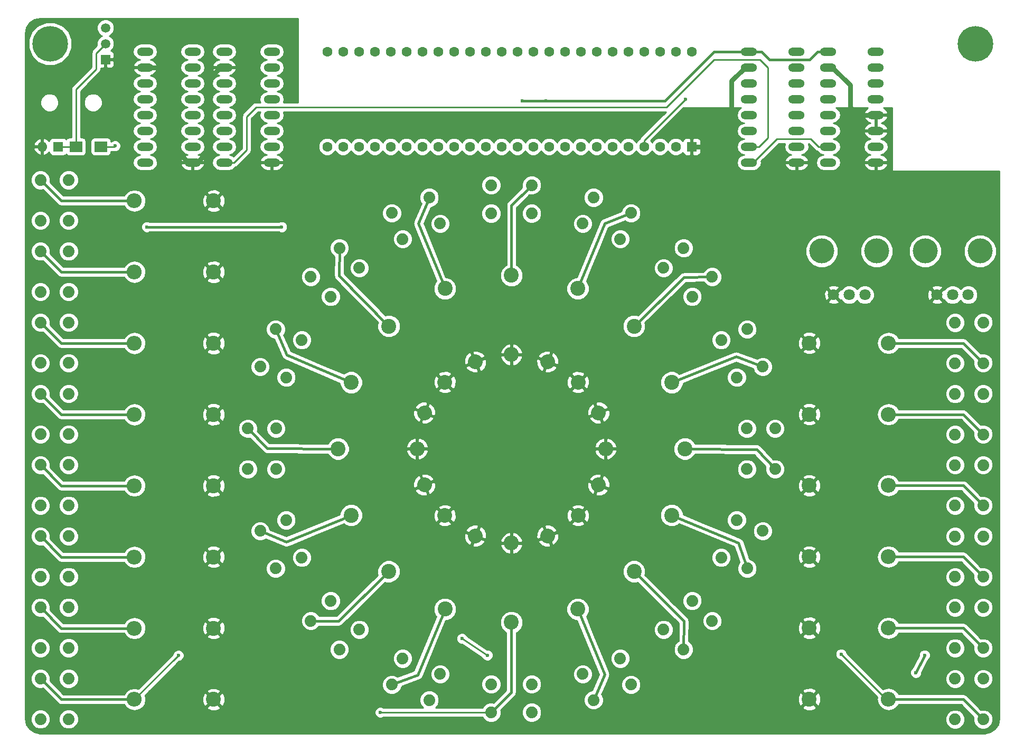
<source format=gbl>
G04 #@! TF.FileFunction,Copper,L2,Bot,Signal*
%FSLAX46Y46*%
G04 Gerber Fmt 4.6, Leading zero omitted, Abs format (unit mm)*
G04 Created by KiCad (PCBNEW 4.0.6) date Thursday, 28. March 2019 'u40' 22:40:51*
%MOMM*%
%LPD*%
G01*
G04 APERTURE LIST*
%ADD10C,0.100000*%
%ADD11C,1.800000*%
%ADD12C,4.000000*%
%ADD13C,5.700000*%
%ADD14O,2.641600X1.320800*%
%ADD15C,1.600000*%
%ADD16R,1.600000X1.600000*%
%ADD17C,1.879600*%
%ADD18C,2.400000*%
%ADD19O,2.400000X2.400000*%
%ADD20C,2.400000*%
%ADD21C,1.520000*%
%ADD22R,1.520000X1.520000*%
%ADD23R,2.000000X1.700000*%
%ADD24O,1.600000X1.600000*%
%ADD25C,0.600000*%
%ADD26C,0.800000*%
%ADD27C,0.400000*%
%ADD28C,0.250000*%
%ADD29C,0.254000*%
G04 APERTURE END LIST*
D10*
D11*
X197450700Y-79171800D03*
X199950700Y-79171800D03*
X202450700Y-79171800D03*
D12*
X195550700Y-72171800D03*
X204350700Y-72171800D03*
D11*
X214024200Y-79171800D03*
X216524200Y-79171800D03*
X219024200Y-79171800D03*
D12*
X212124200Y-72171800D03*
X220924200Y-72171800D03*
D13*
X220167200Y-38912800D03*
D14*
X191511200Y-40182800D03*
X191511200Y-42722800D03*
X191511200Y-45262800D03*
X191511200Y-47802800D03*
X191511200Y-50342800D03*
X191511200Y-52882800D03*
X191511200Y-55422800D03*
X191511200Y-57962800D03*
X183891200Y-57962800D03*
X183891200Y-55422800D03*
X183891200Y-52882800D03*
X183891200Y-50342800D03*
X183891200Y-47802800D03*
X183891200Y-45262800D03*
X183891200Y-42722800D03*
X183891200Y-40182800D03*
D15*
X134061200Y-55422800D03*
X131521200Y-55422800D03*
X128981200Y-55422800D03*
X126441200Y-55422800D03*
X136601200Y-55422800D03*
X139141200Y-55422800D03*
X141681200Y-55422800D03*
X123901200Y-55422800D03*
X121361200Y-55422800D03*
X118821200Y-55422800D03*
X116281200Y-55422800D03*
X116281200Y-40182800D03*
X118821200Y-40182800D03*
X121361200Y-40182800D03*
X123901200Y-40182800D03*
X126441200Y-40182800D03*
X128981200Y-40182800D03*
X131521200Y-40182800D03*
X134061200Y-40182800D03*
X144221200Y-55422800D03*
X146761200Y-55422800D03*
X149301200Y-55422800D03*
X151841200Y-55422800D03*
X154381200Y-55422800D03*
X156921200Y-55422800D03*
X159461200Y-55422800D03*
X162001200Y-55422800D03*
X164541200Y-55422800D03*
X167081200Y-55422800D03*
X169621200Y-55422800D03*
X172161200Y-55422800D03*
D16*
X174701200Y-55422800D03*
D15*
X136601200Y-40182800D03*
X139141200Y-40182800D03*
X141681200Y-40182800D03*
X144221200Y-40182800D03*
X146761200Y-40182800D03*
X149301200Y-40182800D03*
X151841200Y-40182800D03*
X154381200Y-40182800D03*
X156921200Y-40182800D03*
X159461200Y-40182800D03*
X162001200Y-40182800D03*
X164541200Y-40182800D03*
X167081200Y-40182800D03*
X169621200Y-40182800D03*
X172161200Y-40182800D03*
X174701200Y-40182800D03*
D14*
X204211200Y-40182800D03*
X204211200Y-42722800D03*
X204211200Y-45262800D03*
X204211200Y-47802800D03*
X204211200Y-50342800D03*
X204211200Y-52882800D03*
X204211200Y-55422800D03*
X204211200Y-57962800D03*
X196591200Y-57962800D03*
X196591200Y-55422800D03*
X196591200Y-52882800D03*
X196591200Y-50342800D03*
X196591200Y-47802800D03*
X196591200Y-45262800D03*
X196591200Y-42722800D03*
X196591200Y-40182800D03*
X107391200Y-40182800D03*
X107391200Y-42722800D03*
X107391200Y-45262800D03*
X107391200Y-47802800D03*
X107391200Y-50342800D03*
X107391200Y-52882800D03*
X107391200Y-55422800D03*
X107391200Y-57962800D03*
X99771200Y-57962800D03*
X99771200Y-55422800D03*
X99771200Y-52882800D03*
X99771200Y-50342800D03*
X99771200Y-47802800D03*
X99771200Y-45262800D03*
X99771200Y-42722800D03*
X99771200Y-40182800D03*
X94691200Y-40182800D03*
X94691200Y-42722800D03*
X94691200Y-45262800D03*
X94691200Y-47802800D03*
X94691200Y-50342800D03*
X94691200Y-52882800D03*
X94691200Y-55422800D03*
X94691200Y-57962800D03*
X87071200Y-57962800D03*
X87071200Y-55422800D03*
X87071200Y-52882800D03*
X87071200Y-50342800D03*
X87071200Y-47802800D03*
X87071200Y-45262800D03*
X87071200Y-42722800D03*
X87071200Y-40182800D03*
D17*
X142544800Y-141605000D03*
X149047200Y-141605000D03*
X142544800Y-146126200D03*
X149047200Y-146126200D03*
X157234526Y-139976439D03*
X163241960Y-137488079D03*
X158964714Y-144153483D03*
X164972148Y-141665123D03*
X170182840Y-132850331D03*
X174780731Y-128252440D03*
X173379811Y-136047302D03*
X177977702Y-131449411D03*
X179418479Y-121311560D03*
X181906839Y-115304126D03*
X183595523Y-123041748D03*
X186083883Y-117034314D03*
X183535400Y-107116800D03*
X183535400Y-100614400D03*
X188056600Y-107116800D03*
X188056600Y-100614400D03*
X181906839Y-92427074D03*
X179418479Y-86419640D03*
X186083883Y-90696886D03*
X183595523Y-84689452D03*
X174780731Y-79478760D03*
X170182840Y-74880869D03*
X177977702Y-76281789D03*
X173379811Y-71683898D03*
X163241960Y-70243121D03*
X157234526Y-67754761D03*
X164972148Y-66066077D03*
X158964714Y-63577717D03*
X149047200Y-66126200D03*
X142544800Y-66126200D03*
X149047200Y-61605000D03*
X142544800Y-61605000D03*
X134357474Y-67754761D03*
X128350040Y-70243121D03*
X132627286Y-63577717D03*
X126619852Y-66066077D03*
X121409160Y-74880869D03*
X116811269Y-79478760D03*
X118212189Y-71683898D03*
X113614298Y-76281789D03*
X112173521Y-86419640D03*
X109685161Y-92427074D03*
X107996477Y-84689452D03*
X105508117Y-90696886D03*
X108056600Y-100614400D03*
X108056600Y-107116800D03*
X103535400Y-100614400D03*
X103535400Y-107116800D03*
X109685161Y-115304126D03*
X112173521Y-121311560D03*
X105508117Y-117034314D03*
X107996477Y-123041748D03*
X116811269Y-128252440D03*
X121409160Y-132850331D03*
X113614298Y-131449411D03*
X118212189Y-136047302D03*
X128350040Y-137488079D03*
X134357474Y-139976439D03*
X126619852Y-141665123D03*
X132627286Y-144153483D03*
X74808080Y-60777120D03*
X74808080Y-67279520D03*
X70286880Y-60777120D03*
X70286880Y-67279520D03*
X74808080Y-72197120D03*
X74808080Y-78699520D03*
X70286880Y-72197120D03*
X70286880Y-78699520D03*
X74808080Y-83617120D03*
X74808080Y-90119520D03*
X70286880Y-83617120D03*
X70286880Y-90119520D03*
X74808080Y-95037120D03*
X74808080Y-101539520D03*
X70286880Y-95037120D03*
X70286880Y-101539520D03*
X74808080Y-106457120D03*
X74808080Y-112959520D03*
X70286880Y-106457120D03*
X70286880Y-112959520D03*
X74808080Y-117877120D03*
X74808080Y-124379520D03*
X70286880Y-117877120D03*
X70286880Y-124379520D03*
X74808080Y-129297120D03*
X74808080Y-135799520D03*
X70286880Y-129297120D03*
X70286880Y-135799520D03*
X74808080Y-140717120D03*
X74808080Y-147219520D03*
X70286880Y-140717120D03*
X70286880Y-147219520D03*
X216910920Y-90139520D03*
X216910920Y-83637120D03*
X221432120Y-90139520D03*
X221432120Y-83637120D03*
X216910920Y-101559520D03*
X216910920Y-95057120D03*
X221432120Y-101559520D03*
X221432120Y-95057120D03*
X216910920Y-112979520D03*
X216910920Y-106477120D03*
X221432120Y-112979520D03*
X221432120Y-106477120D03*
X216910920Y-124399520D03*
X216910920Y-117897120D03*
X221432120Y-124399520D03*
X221432120Y-117897120D03*
X216910920Y-135819520D03*
X216910920Y-129317120D03*
X221432120Y-135819520D03*
X221432120Y-129317120D03*
X216910920Y-147239520D03*
X216910920Y-140737120D03*
X221432120Y-147239520D03*
X221432120Y-140737120D03*
D18*
X145796000Y-76057600D03*
D19*
X145796000Y-88757600D03*
D18*
X156437661Y-78174358D03*
D20*
X151577581Y-89907628D02*
X151577581Y-89907628D01*
D18*
X165459225Y-84202375D03*
D20*
X156478969Y-93182631D02*
X156478969Y-93182631D01*
D18*
X171487242Y-93223939D03*
D20*
X159753972Y-98084019D02*
X159753972Y-98084019D01*
D18*
X173604000Y-103865600D03*
D19*
X160904000Y-103865600D03*
D18*
X171487242Y-114507261D03*
D20*
X159753972Y-109647181D02*
X159753972Y-109647181D01*
D18*
X165459225Y-123528825D03*
D20*
X156478969Y-114548569D02*
X156478969Y-114548569D01*
D18*
X156437661Y-129556842D03*
D20*
X151577581Y-117823572D02*
X151577581Y-117823572D01*
D18*
X145796000Y-131673600D03*
D19*
X145796000Y-118973600D03*
D18*
X135154339Y-129556842D03*
D20*
X140014419Y-117823572D02*
X140014419Y-117823572D01*
D18*
X126132775Y-123528825D03*
D20*
X135113031Y-114548569D02*
X135113031Y-114548569D01*
D18*
X120104758Y-114507261D03*
D20*
X131838028Y-109647181D02*
X131838028Y-109647181D01*
D18*
X117988000Y-103865600D03*
D19*
X130688000Y-103865600D03*
D18*
X120104758Y-93223939D03*
D20*
X131838028Y-98084019D02*
X131838028Y-98084019D01*
D18*
X126132775Y-84202375D03*
D20*
X135113031Y-93182631D02*
X135113031Y-93182631D01*
D18*
X135154339Y-78174358D03*
D20*
X140014419Y-89907628D02*
X140014419Y-89907628D01*
D18*
X98044000Y-64109600D03*
D19*
X85344000Y-64109600D03*
D18*
X98044000Y-75529600D03*
D19*
X85344000Y-75529600D03*
D18*
X98044000Y-86949600D03*
D19*
X85344000Y-86949600D03*
D18*
X98044000Y-98369600D03*
D19*
X85344000Y-98369600D03*
D18*
X98044000Y-109789600D03*
D19*
X85344000Y-109789600D03*
D18*
X98044000Y-121209600D03*
D19*
X85344000Y-121209600D03*
D18*
X98044000Y-132629600D03*
D19*
X85344000Y-132629600D03*
D18*
X98044000Y-144049600D03*
D19*
X85344000Y-144049600D03*
D18*
X193548000Y-144018800D03*
D19*
X206248000Y-144018800D03*
D18*
X193548000Y-132598800D03*
D19*
X206248000Y-132598800D03*
D18*
X193548000Y-121178800D03*
D19*
X206248000Y-121178800D03*
D18*
X193548000Y-109758800D03*
D19*
X206248000Y-109758800D03*
D18*
X193548000Y-98338800D03*
D19*
X206248000Y-98338800D03*
D18*
X193548000Y-86918800D03*
D19*
X206248000Y-86918800D03*
D13*
X71831200Y-38912800D03*
D21*
X80721200Y-38912800D03*
X80721200Y-36372800D03*
D22*
X80721200Y-41452800D03*
D23*
X79959200Y-55422800D03*
X75959200Y-55422800D03*
D16*
X73101200Y-55422800D03*
D24*
X70561200Y-55422800D03*
D25*
X208102200Y-135686800D03*
X208229200Y-147116800D03*
X127561200Y-72482800D03*
X118361200Y-83482800D03*
X113361200Y-95882800D03*
X111761200Y-108682800D03*
X116961200Y-121082800D03*
X125361200Y-131482800D03*
X137561200Y-136282800D03*
X150361200Y-136682800D03*
X162761200Y-132682800D03*
X173161200Y-124482800D03*
X179761200Y-112482800D03*
X179761200Y-98682800D03*
X174761200Y-86482800D03*
X166561200Y-76482800D03*
X154361200Y-70482800D03*
X141161200Y-69882800D03*
X81761200Y-139282800D03*
X81761200Y-127882800D03*
X81761200Y-116282800D03*
X81961200Y-104682800D03*
X81761200Y-93482800D03*
X81761200Y-82082800D03*
X81761200Y-70682800D03*
X209761200Y-91482800D03*
X209761200Y-103082800D03*
X209761200Y-114282800D03*
X209761200Y-125882800D03*
X81761200Y-58682800D03*
X151333200Y-48056800D03*
X147523200Y-48056800D03*
X87361200Y-68282800D03*
X108961200Y-68282800D03*
X141935200Y-136956800D03*
X137871200Y-134289800D03*
X212039200Y-136956800D03*
X210642200Y-139750800D03*
X92405200Y-136988400D03*
X124768190Y-146126200D03*
X198663947Y-136789547D03*
X173685200Y-47802800D03*
X82245200Y-55295800D03*
D26*
X97231200Y-44602400D02*
X97231200Y-56083200D01*
X97231200Y-56083200D02*
X95351600Y-57962800D01*
X95351600Y-57962800D02*
X94691200Y-57962800D01*
X99110800Y-42722800D02*
X97231200Y-44602400D01*
X91135200Y-44666000D02*
X91135200Y-55067200D01*
X91135200Y-55067200D02*
X94030800Y-57962800D01*
X94030800Y-57962800D02*
X94691200Y-57962800D01*
X87071200Y-42722800D02*
X89192000Y-42722800D01*
X89192000Y-42722800D02*
X91135200Y-44666000D01*
X200101200Y-49072800D02*
X201371200Y-50342800D01*
X201371200Y-50342800D02*
X204211200Y-50342800D01*
X200101200Y-45572400D02*
X200101200Y-49072800D01*
X197251600Y-42722800D02*
X200101200Y-45572400D01*
X183230800Y-42722800D02*
X181051200Y-44902400D01*
X178511200Y-55422800D02*
X174701200Y-55422800D01*
X181051200Y-44902400D02*
X181051200Y-52882800D01*
X181051200Y-52882800D02*
X178511200Y-55422800D01*
D27*
X183891200Y-42722800D02*
X183230800Y-42722800D01*
X203550800Y-57962800D02*
X204211200Y-57962800D01*
X196591200Y-42722800D02*
X197251600Y-42722800D01*
X99771200Y-42722800D02*
X99110800Y-42722800D01*
X87071200Y-42722800D02*
X87731600Y-42722800D01*
X99110800Y-55422800D02*
X99771200Y-55422800D01*
X170383200Y-48056800D02*
X147523200Y-48056800D01*
X178257200Y-40182800D02*
X170383200Y-48056800D01*
X183891200Y-40182800D02*
X178257200Y-40182800D01*
X187147200Y-41452800D02*
X185877200Y-40182800D01*
X185877200Y-40182800D02*
X183891200Y-40182800D01*
X193600400Y-41452800D02*
X187147200Y-41452800D01*
X196591200Y-40182800D02*
X194870400Y-40182800D01*
X194870400Y-40182800D02*
X193600400Y-41452800D01*
D28*
X196591200Y-57962800D02*
X197251600Y-57962800D01*
X193750400Y-54152800D02*
X188361600Y-54152800D01*
X188361600Y-54152800D02*
X184551600Y-57962800D01*
X184551600Y-57962800D02*
X183891200Y-57962800D01*
X196591200Y-55422800D02*
X195020400Y-55422800D01*
X195020400Y-55422800D02*
X193750400Y-54152800D01*
X183891200Y-55422800D02*
X185462000Y-55422800D01*
X185462000Y-55422800D02*
X186893200Y-53991600D01*
X170637200Y-49072800D02*
X104851200Y-49072800D01*
X101342000Y-57962800D02*
X99771200Y-57962800D01*
X186893200Y-53991600D02*
X186893200Y-42722800D01*
X186893200Y-42722800D02*
X185623200Y-41452800D01*
X185623200Y-41452800D02*
X178257200Y-41452800D01*
X178257200Y-41452800D02*
X170637200Y-49072800D01*
X104851200Y-49072800D02*
X103327200Y-50596800D01*
X103327200Y-50596800D02*
X103327200Y-55977600D01*
X103327200Y-55977600D02*
X101342000Y-57962800D01*
D27*
X183230800Y-55422800D02*
X183891200Y-55422800D01*
X108961200Y-68282800D02*
X87361200Y-68282800D01*
D28*
X137871200Y-134289800D02*
X141935200Y-136956800D01*
D27*
X210642200Y-139750800D02*
X212039200Y-136956800D01*
X85344000Y-109789600D02*
X73619360Y-109789600D01*
X73619360Y-109789600D02*
X70286880Y-106457120D01*
X85344000Y-121209600D02*
X73619360Y-121209600D01*
X73619360Y-121209600D02*
X70286880Y-117877120D01*
X85344000Y-132629600D02*
X73619360Y-132629600D01*
X73619360Y-132629600D02*
X70286880Y-129297120D01*
D28*
X85344000Y-144049600D02*
X92405200Y-136988400D01*
D27*
X85344000Y-144049600D02*
X73619360Y-144049600D01*
X73619360Y-144049600D02*
X70286880Y-140717120D01*
X85344000Y-64109600D02*
X73619360Y-64109600D01*
X73619360Y-64109600D02*
X70286880Y-60777120D01*
X85344000Y-75529600D02*
X73619360Y-75529600D01*
X73619360Y-75529600D02*
X70286880Y-72197120D01*
X85344000Y-86949600D02*
X73619360Y-86949600D01*
X73619360Y-86949600D02*
X70286880Y-83617120D01*
X85344000Y-98369600D02*
X73619360Y-98369600D01*
X73619360Y-98369600D02*
X70286880Y-95037120D01*
X117988000Y-103865600D02*
X106629200Y-103809800D01*
X106629200Y-103809800D02*
X103535400Y-100614400D01*
X120104758Y-93223939D02*
X109804200Y-88823800D01*
X109804200Y-88823800D02*
X107996477Y-84689452D01*
X126132775Y-84202375D02*
X118186200Y-76123800D01*
X118186200Y-76123800D02*
X118212189Y-71683898D01*
X135154339Y-78174358D02*
X130886200Y-67741800D01*
X130886200Y-67741800D02*
X132627286Y-63577717D01*
D28*
X124768190Y-146126200D02*
X142544800Y-146126200D01*
D27*
X145796000Y-131673600D02*
X145745200Y-142925800D01*
X145745200Y-142925800D02*
X142544800Y-146126200D01*
X135154339Y-129556842D02*
X130759200Y-140131800D01*
X130759200Y-140131800D02*
X126619852Y-141665123D01*
X126132775Y-123528825D02*
X118059200Y-131495800D01*
X118059200Y-131495800D02*
X113614298Y-131449411D01*
X120104758Y-114507261D02*
X109677200Y-118795800D01*
X109677200Y-118795800D02*
X105508117Y-117034314D01*
X173604000Y-103865600D02*
X185115200Y-103936800D01*
X185115200Y-103936800D02*
X188056600Y-107116800D01*
X171487242Y-114507261D02*
X182194200Y-118922800D01*
X182194200Y-118922800D02*
X183595523Y-123041748D01*
X165459225Y-123528825D02*
X173431200Y-131495800D01*
X173431200Y-131495800D02*
X173379811Y-136047302D01*
X156437661Y-129556842D02*
X160731200Y-140004800D01*
X160731200Y-140004800D02*
X158964714Y-144153483D01*
X145796000Y-76057600D02*
X145796000Y-64856200D01*
X145796000Y-64856200D02*
X149047200Y-61605000D01*
X156437661Y-78174358D02*
X160731200Y-67741800D01*
X160731200Y-67741800D02*
X164972148Y-66066077D01*
X165459225Y-84202375D02*
X173431200Y-76377800D01*
X173431200Y-76377800D02*
X177977702Y-76281789D01*
X171487242Y-93223939D02*
X181813200Y-89077800D01*
X181813200Y-89077800D02*
X186083883Y-90696886D01*
X206248000Y-98338800D02*
X218211400Y-98338800D01*
X218211400Y-98338800D02*
X221432120Y-101559520D01*
X206248000Y-86918800D02*
X218211400Y-86918800D01*
X218211400Y-86918800D02*
X221432120Y-90139520D01*
D28*
X198663947Y-136789547D02*
X205893200Y-144018800D01*
X205893200Y-144018800D02*
X206248000Y-144018800D01*
D27*
X206248000Y-144018800D02*
X218211400Y-144018800D01*
X218211400Y-144018800D02*
X221432120Y-147239520D01*
X206248000Y-132598800D02*
X218211400Y-132598800D01*
X218211400Y-132598800D02*
X221432120Y-135819520D01*
X206248000Y-121178800D02*
X218211400Y-121178800D01*
X218211400Y-121178800D02*
X221432120Y-124399520D01*
X206248000Y-109758800D02*
X218211400Y-109758800D01*
X218211400Y-109758800D02*
X221432120Y-112979520D01*
D28*
X173685200Y-47802800D02*
X167081200Y-54406800D01*
X167081200Y-54406800D02*
X167081200Y-55422800D01*
X79197200Y-42976800D02*
X79197200Y-40436800D01*
X79197200Y-40436800D02*
X80721200Y-38912800D01*
X75959200Y-46214800D02*
X79197200Y-42976800D01*
X75959200Y-55422800D02*
X75959200Y-46214800D01*
X73101200Y-55422800D02*
X75959200Y-55422800D01*
X79959200Y-55422800D02*
X82118200Y-55422800D01*
X82118200Y-55422800D02*
X82245200Y-55295800D01*
D29*
G36*
X111582200Y-48312800D02*
X109277174Y-48312800D01*
X109286710Y-48298528D01*
X109385316Y-47802800D01*
X109286710Y-47307072D01*
X109005902Y-46886814D01*
X108585644Y-46606006D01*
X108217611Y-46532800D01*
X108585644Y-46459594D01*
X109005902Y-46178786D01*
X109286710Y-45758528D01*
X109385316Y-45262800D01*
X109286710Y-44767072D01*
X109005902Y-44346814D01*
X108585644Y-44066006D01*
X108217611Y-43992800D01*
X108585644Y-43919594D01*
X109005902Y-43638786D01*
X109286710Y-43218528D01*
X109385316Y-42722800D01*
X109286710Y-42227072D01*
X109005902Y-41806814D01*
X108585644Y-41526006D01*
X108217611Y-41452800D01*
X108585644Y-41379594D01*
X109005902Y-41098786D01*
X109286710Y-40678528D01*
X109385316Y-40182800D01*
X109286710Y-39687072D01*
X109005902Y-39266814D01*
X108585644Y-38986006D01*
X108089916Y-38887400D01*
X106692484Y-38887400D01*
X106196756Y-38986006D01*
X105776498Y-39266814D01*
X105495690Y-39687072D01*
X105397084Y-40182800D01*
X105495690Y-40678528D01*
X105776498Y-41098786D01*
X106196756Y-41379594D01*
X106564789Y-41452800D01*
X106196756Y-41526006D01*
X105776498Y-41806814D01*
X105495690Y-42227072D01*
X105397084Y-42722800D01*
X105495690Y-43218528D01*
X105776498Y-43638786D01*
X106196756Y-43919594D01*
X106564789Y-43992800D01*
X106196756Y-44066006D01*
X105776498Y-44346814D01*
X105495690Y-44767072D01*
X105397084Y-45262800D01*
X105495690Y-45758528D01*
X105776498Y-46178786D01*
X106196756Y-46459594D01*
X106564789Y-46532800D01*
X106196756Y-46606006D01*
X105776498Y-46886814D01*
X105495690Y-47307072D01*
X105397084Y-47802800D01*
X105495690Y-48298528D01*
X105505226Y-48312800D01*
X104851200Y-48312800D01*
X104608614Y-48361054D01*
X104560360Y-48370652D01*
X104313799Y-48535399D01*
X102789799Y-50059399D01*
X102625052Y-50305961D01*
X102567200Y-50596800D01*
X102567200Y-55662798D01*
X101264382Y-56965616D01*
X100965644Y-56766006D01*
X100597611Y-56692800D01*
X100965644Y-56619594D01*
X101385902Y-56338786D01*
X101666710Y-55918528D01*
X101765316Y-55422800D01*
X101666710Y-54927072D01*
X101385902Y-54506814D01*
X100965644Y-54226006D01*
X100597611Y-54152800D01*
X100965644Y-54079594D01*
X101385902Y-53798786D01*
X101666710Y-53378528D01*
X101765316Y-52882800D01*
X101666710Y-52387072D01*
X101385902Y-51966814D01*
X100965644Y-51686006D01*
X100597611Y-51612800D01*
X100965644Y-51539594D01*
X101385902Y-51258786D01*
X101666710Y-50838528D01*
X101765316Y-50342800D01*
X101666710Y-49847072D01*
X101385902Y-49426814D01*
X100965644Y-49146006D01*
X100597611Y-49072800D01*
X100965644Y-48999594D01*
X101385902Y-48718786D01*
X101666710Y-48298528D01*
X101765316Y-47802800D01*
X101666710Y-47307072D01*
X101385902Y-46886814D01*
X100965644Y-46606006D01*
X100597611Y-46532800D01*
X100965644Y-46459594D01*
X101385902Y-46178786D01*
X101666710Y-45758528D01*
X101765316Y-45262800D01*
X101666710Y-44767072D01*
X101385902Y-44346814D01*
X100965644Y-44066006D01*
X100624686Y-43998185D01*
X101044661Y-43870993D01*
X101437389Y-43548984D01*
X101676995Y-43101196D01*
X101685020Y-43049905D01*
X101561133Y-42849800D01*
X99898200Y-42849800D01*
X99898200Y-42869800D01*
X99644200Y-42869800D01*
X99644200Y-42849800D01*
X97981267Y-42849800D01*
X97857380Y-43049905D01*
X97865405Y-43101196D01*
X98105011Y-43548984D01*
X98497739Y-43870993D01*
X98917714Y-43998185D01*
X98576756Y-44066006D01*
X98156498Y-44346814D01*
X97875690Y-44767072D01*
X97777084Y-45262800D01*
X97875690Y-45758528D01*
X98156498Y-46178786D01*
X98576756Y-46459594D01*
X98944789Y-46532800D01*
X98576756Y-46606006D01*
X98156498Y-46886814D01*
X97875690Y-47307072D01*
X97777084Y-47802800D01*
X97875690Y-48298528D01*
X98156498Y-48718786D01*
X98576756Y-48999594D01*
X98944789Y-49072800D01*
X98576756Y-49146006D01*
X98156498Y-49426814D01*
X97875690Y-49847072D01*
X97777084Y-50342800D01*
X97875690Y-50838528D01*
X98156498Y-51258786D01*
X98576756Y-51539594D01*
X98944789Y-51612800D01*
X98576756Y-51686006D01*
X98156498Y-51966814D01*
X97875690Y-52387072D01*
X97777084Y-52882800D01*
X97875690Y-53378528D01*
X98156498Y-53798786D01*
X98576756Y-54079594D01*
X98944789Y-54152800D01*
X98576756Y-54226006D01*
X98156498Y-54506814D01*
X97875690Y-54927072D01*
X97777084Y-55422800D01*
X97875690Y-55918528D01*
X98156498Y-56338786D01*
X98576756Y-56619594D01*
X98944789Y-56692800D01*
X98576756Y-56766006D01*
X98156498Y-57046814D01*
X97875690Y-57467072D01*
X97777084Y-57962800D01*
X97875690Y-58458528D01*
X98156498Y-58878786D01*
X98576756Y-59159594D01*
X99072484Y-59258200D01*
X100469916Y-59258200D01*
X100965644Y-59159594D01*
X101385902Y-58878786D01*
X101512834Y-58688819D01*
X101632839Y-58664948D01*
X101879401Y-58500201D01*
X102089697Y-58289905D01*
X105477380Y-58289905D01*
X105485405Y-58341196D01*
X105725011Y-58788984D01*
X106117739Y-59110993D01*
X106603800Y-59258200D01*
X107264200Y-59258200D01*
X107264200Y-58089800D01*
X107518200Y-58089800D01*
X107518200Y-59258200D01*
X108178600Y-59258200D01*
X108664661Y-59110993D01*
X109057389Y-58788984D01*
X109296995Y-58341196D01*
X109305020Y-58289905D01*
X109181133Y-58089800D01*
X107518200Y-58089800D01*
X107264200Y-58089800D01*
X105601267Y-58089800D01*
X105477380Y-58289905D01*
X102089697Y-58289905D01*
X103864601Y-56515001D01*
X104029348Y-56268439D01*
X104087200Y-55977600D01*
X104087200Y-50911602D01*
X105166002Y-49832800D01*
X105505226Y-49832800D01*
X105495690Y-49847072D01*
X105397084Y-50342800D01*
X105495690Y-50838528D01*
X105776498Y-51258786D01*
X106196756Y-51539594D01*
X106564789Y-51612800D01*
X106196756Y-51686006D01*
X105776498Y-51966814D01*
X105495690Y-52387072D01*
X105397084Y-52882800D01*
X105495690Y-53378528D01*
X105776498Y-53798786D01*
X106196756Y-54079594D01*
X106564789Y-54152800D01*
X106196756Y-54226006D01*
X105776498Y-54506814D01*
X105495690Y-54927072D01*
X105397084Y-55422800D01*
X105495690Y-55918528D01*
X105776498Y-56338786D01*
X106196756Y-56619594D01*
X106537714Y-56687415D01*
X106117739Y-56814607D01*
X105725011Y-57136616D01*
X105485405Y-57584404D01*
X105477380Y-57635695D01*
X105601267Y-57835800D01*
X107264200Y-57835800D01*
X107264200Y-57815800D01*
X107518200Y-57815800D01*
X107518200Y-57835800D01*
X109181133Y-57835800D01*
X109305020Y-57635695D01*
X109296995Y-57584404D01*
X109057389Y-57136616D01*
X108664661Y-56814607D01*
X108244686Y-56687415D01*
X108585644Y-56619594D01*
X109005902Y-56338786D01*
X109286710Y-55918528D01*
X109385316Y-55422800D01*
X109286710Y-54927072D01*
X109005902Y-54506814D01*
X108585644Y-54226006D01*
X108217611Y-54152800D01*
X108585644Y-54079594D01*
X109005902Y-53798786D01*
X109286710Y-53378528D01*
X109385316Y-52882800D01*
X109286710Y-52387072D01*
X109005902Y-51966814D01*
X108585644Y-51686006D01*
X108217611Y-51612800D01*
X108585644Y-51539594D01*
X109005902Y-51258786D01*
X109286710Y-50838528D01*
X109385316Y-50342800D01*
X109286710Y-49847072D01*
X109277174Y-49832800D01*
X170580398Y-49832800D01*
X166543799Y-53869399D01*
X166379052Y-54115961D01*
X166369453Y-54164216D01*
X166269400Y-54205557D01*
X165865376Y-54608877D01*
X165811338Y-54739015D01*
X165758443Y-54611000D01*
X165355123Y-54206976D01*
X164827891Y-53988050D01*
X164257013Y-53987552D01*
X163729400Y-54205557D01*
X163325376Y-54608877D01*
X163271338Y-54739015D01*
X163218443Y-54611000D01*
X162815123Y-54206976D01*
X162287891Y-53988050D01*
X161717013Y-53987552D01*
X161189400Y-54205557D01*
X160785376Y-54608877D01*
X160731338Y-54739015D01*
X160678443Y-54611000D01*
X160275123Y-54206976D01*
X159747891Y-53988050D01*
X159177013Y-53987552D01*
X158649400Y-54205557D01*
X158245376Y-54608877D01*
X158191338Y-54739015D01*
X158138443Y-54611000D01*
X157735123Y-54206976D01*
X157207891Y-53988050D01*
X156637013Y-53987552D01*
X156109400Y-54205557D01*
X155705376Y-54608877D01*
X155651338Y-54739015D01*
X155598443Y-54611000D01*
X155195123Y-54206976D01*
X154667891Y-53988050D01*
X154097013Y-53987552D01*
X153569400Y-54205557D01*
X153165376Y-54608877D01*
X153111338Y-54739015D01*
X153058443Y-54611000D01*
X152655123Y-54206976D01*
X152127891Y-53988050D01*
X151557013Y-53987552D01*
X151029400Y-54205557D01*
X150625376Y-54608877D01*
X150571338Y-54739015D01*
X150518443Y-54611000D01*
X150115123Y-54206976D01*
X149587891Y-53988050D01*
X149017013Y-53987552D01*
X148489400Y-54205557D01*
X148085376Y-54608877D01*
X148031338Y-54739015D01*
X147978443Y-54611000D01*
X147575123Y-54206976D01*
X147047891Y-53988050D01*
X146477013Y-53987552D01*
X145949400Y-54205557D01*
X145545376Y-54608877D01*
X145491338Y-54739015D01*
X145438443Y-54611000D01*
X145035123Y-54206976D01*
X144507891Y-53988050D01*
X143937013Y-53987552D01*
X143409400Y-54205557D01*
X143005376Y-54608877D01*
X142951338Y-54739015D01*
X142898443Y-54611000D01*
X142495123Y-54206976D01*
X141967891Y-53988050D01*
X141397013Y-53987552D01*
X140869400Y-54205557D01*
X140465376Y-54608877D01*
X140411338Y-54739015D01*
X140358443Y-54611000D01*
X139955123Y-54206976D01*
X139427891Y-53988050D01*
X138857013Y-53987552D01*
X138329400Y-54205557D01*
X137925376Y-54608877D01*
X137871338Y-54739015D01*
X137818443Y-54611000D01*
X137415123Y-54206976D01*
X136887891Y-53988050D01*
X136317013Y-53987552D01*
X135789400Y-54205557D01*
X135385376Y-54608877D01*
X135331338Y-54739015D01*
X135278443Y-54611000D01*
X134875123Y-54206976D01*
X134347891Y-53988050D01*
X133777013Y-53987552D01*
X133249400Y-54205557D01*
X132845376Y-54608877D01*
X132791338Y-54739015D01*
X132738443Y-54611000D01*
X132335123Y-54206976D01*
X131807891Y-53988050D01*
X131237013Y-53987552D01*
X130709400Y-54205557D01*
X130305376Y-54608877D01*
X130251338Y-54739015D01*
X130198443Y-54611000D01*
X129795123Y-54206976D01*
X129267891Y-53988050D01*
X128697013Y-53987552D01*
X128169400Y-54205557D01*
X127765376Y-54608877D01*
X127711338Y-54739015D01*
X127658443Y-54611000D01*
X127255123Y-54206976D01*
X126727891Y-53988050D01*
X126157013Y-53987552D01*
X125629400Y-54205557D01*
X125225376Y-54608877D01*
X125171338Y-54739015D01*
X125118443Y-54611000D01*
X124715123Y-54206976D01*
X124187891Y-53988050D01*
X123617013Y-53987552D01*
X123089400Y-54205557D01*
X122685376Y-54608877D01*
X122631338Y-54739015D01*
X122578443Y-54611000D01*
X122175123Y-54206976D01*
X121647891Y-53988050D01*
X121077013Y-53987552D01*
X120549400Y-54205557D01*
X120145376Y-54608877D01*
X120091338Y-54739015D01*
X120038443Y-54611000D01*
X119635123Y-54206976D01*
X119107891Y-53988050D01*
X118537013Y-53987552D01*
X118009400Y-54205557D01*
X117605376Y-54608877D01*
X117551338Y-54739015D01*
X117498443Y-54611000D01*
X117095123Y-54206976D01*
X116567891Y-53988050D01*
X115997013Y-53987552D01*
X115469400Y-54205557D01*
X115065376Y-54608877D01*
X114846450Y-55136109D01*
X114845952Y-55706987D01*
X115063957Y-56234600D01*
X115467277Y-56638624D01*
X115994509Y-56857550D01*
X116565387Y-56858048D01*
X117093000Y-56640043D01*
X117497024Y-56236723D01*
X117551062Y-56106585D01*
X117603957Y-56234600D01*
X118007277Y-56638624D01*
X118534509Y-56857550D01*
X119105387Y-56858048D01*
X119633000Y-56640043D01*
X120037024Y-56236723D01*
X120091062Y-56106585D01*
X120143957Y-56234600D01*
X120547277Y-56638624D01*
X121074509Y-56857550D01*
X121645387Y-56858048D01*
X122173000Y-56640043D01*
X122577024Y-56236723D01*
X122631062Y-56106585D01*
X122683957Y-56234600D01*
X123087277Y-56638624D01*
X123614509Y-56857550D01*
X124185387Y-56858048D01*
X124713000Y-56640043D01*
X125117024Y-56236723D01*
X125171062Y-56106585D01*
X125223957Y-56234600D01*
X125627277Y-56638624D01*
X126154509Y-56857550D01*
X126725387Y-56858048D01*
X127253000Y-56640043D01*
X127657024Y-56236723D01*
X127711062Y-56106585D01*
X127763957Y-56234600D01*
X128167277Y-56638624D01*
X128694509Y-56857550D01*
X129265387Y-56858048D01*
X129793000Y-56640043D01*
X130197024Y-56236723D01*
X130251062Y-56106585D01*
X130303957Y-56234600D01*
X130707277Y-56638624D01*
X131234509Y-56857550D01*
X131805387Y-56858048D01*
X132333000Y-56640043D01*
X132737024Y-56236723D01*
X132791062Y-56106585D01*
X132843957Y-56234600D01*
X133247277Y-56638624D01*
X133774509Y-56857550D01*
X134345387Y-56858048D01*
X134873000Y-56640043D01*
X135277024Y-56236723D01*
X135331062Y-56106585D01*
X135383957Y-56234600D01*
X135787277Y-56638624D01*
X136314509Y-56857550D01*
X136885387Y-56858048D01*
X137413000Y-56640043D01*
X137817024Y-56236723D01*
X137871062Y-56106585D01*
X137923957Y-56234600D01*
X138327277Y-56638624D01*
X138854509Y-56857550D01*
X139425387Y-56858048D01*
X139953000Y-56640043D01*
X140357024Y-56236723D01*
X140411062Y-56106585D01*
X140463957Y-56234600D01*
X140867277Y-56638624D01*
X141394509Y-56857550D01*
X141965387Y-56858048D01*
X142493000Y-56640043D01*
X142897024Y-56236723D01*
X142951062Y-56106585D01*
X143003957Y-56234600D01*
X143407277Y-56638624D01*
X143934509Y-56857550D01*
X144505387Y-56858048D01*
X145033000Y-56640043D01*
X145437024Y-56236723D01*
X145491062Y-56106585D01*
X145543957Y-56234600D01*
X145947277Y-56638624D01*
X146474509Y-56857550D01*
X147045387Y-56858048D01*
X147573000Y-56640043D01*
X147977024Y-56236723D01*
X148031062Y-56106585D01*
X148083957Y-56234600D01*
X148487277Y-56638624D01*
X149014509Y-56857550D01*
X149585387Y-56858048D01*
X150113000Y-56640043D01*
X150517024Y-56236723D01*
X150571062Y-56106585D01*
X150623957Y-56234600D01*
X151027277Y-56638624D01*
X151554509Y-56857550D01*
X152125387Y-56858048D01*
X152653000Y-56640043D01*
X153057024Y-56236723D01*
X153111062Y-56106585D01*
X153163957Y-56234600D01*
X153567277Y-56638624D01*
X154094509Y-56857550D01*
X154665387Y-56858048D01*
X155193000Y-56640043D01*
X155597024Y-56236723D01*
X155651062Y-56106585D01*
X155703957Y-56234600D01*
X156107277Y-56638624D01*
X156634509Y-56857550D01*
X157205387Y-56858048D01*
X157733000Y-56640043D01*
X158137024Y-56236723D01*
X158191062Y-56106585D01*
X158243957Y-56234600D01*
X158647277Y-56638624D01*
X159174509Y-56857550D01*
X159745387Y-56858048D01*
X160273000Y-56640043D01*
X160677024Y-56236723D01*
X160731062Y-56106585D01*
X160783957Y-56234600D01*
X161187277Y-56638624D01*
X161714509Y-56857550D01*
X162285387Y-56858048D01*
X162813000Y-56640043D01*
X163217024Y-56236723D01*
X163271062Y-56106585D01*
X163323957Y-56234600D01*
X163727277Y-56638624D01*
X164254509Y-56857550D01*
X164825387Y-56858048D01*
X165353000Y-56640043D01*
X165757024Y-56236723D01*
X165811062Y-56106585D01*
X165863957Y-56234600D01*
X166267277Y-56638624D01*
X166794509Y-56857550D01*
X167365387Y-56858048D01*
X167893000Y-56640043D01*
X168297024Y-56236723D01*
X168351062Y-56106585D01*
X168403957Y-56234600D01*
X168807277Y-56638624D01*
X169334509Y-56857550D01*
X169905387Y-56858048D01*
X170433000Y-56640043D01*
X170837024Y-56236723D01*
X170891062Y-56106585D01*
X170943957Y-56234600D01*
X171347277Y-56638624D01*
X171874509Y-56857550D01*
X172445387Y-56858048D01*
X172973000Y-56640043D01*
X173266200Y-56347354D01*
X173266200Y-56349110D01*
X173362873Y-56582499D01*
X173541502Y-56761127D01*
X173774891Y-56857800D01*
X174415450Y-56857800D01*
X174574200Y-56699050D01*
X174574200Y-55549800D01*
X174828200Y-55549800D01*
X174828200Y-56699050D01*
X174986950Y-56857800D01*
X175627509Y-56857800D01*
X175860898Y-56761127D01*
X176039527Y-56582499D01*
X176136200Y-56349110D01*
X176136200Y-55708550D01*
X175977450Y-55549800D01*
X174828200Y-55549800D01*
X174574200Y-55549800D01*
X174554200Y-55549800D01*
X174554200Y-55295800D01*
X174574200Y-55295800D01*
X174574200Y-54146550D01*
X174828200Y-54146550D01*
X174828200Y-55295800D01*
X175977450Y-55295800D01*
X176136200Y-55137050D01*
X176136200Y-54496490D01*
X176039527Y-54263101D01*
X175860898Y-54084473D01*
X175627509Y-53987800D01*
X174986950Y-53987800D01*
X174828200Y-54146550D01*
X174574200Y-54146550D01*
X174415450Y-53987800D01*
X173774891Y-53987800D01*
X173541502Y-54084473D01*
X173362873Y-54263101D01*
X173266200Y-54496490D01*
X173266200Y-54498561D01*
X172975123Y-54206976D01*
X172447891Y-53988050D01*
X171877013Y-53987552D01*
X171349400Y-54205557D01*
X170945376Y-54608877D01*
X170891338Y-54739015D01*
X170838443Y-54611000D01*
X170435123Y-54206976D01*
X169907891Y-53988050D01*
X169337013Y-53987552D01*
X168809400Y-54205557D01*
X168405376Y-54608877D01*
X168351338Y-54739015D01*
X168298443Y-54611000D01*
X168125274Y-54437528D01*
X173363002Y-49199800D01*
X182616248Y-49199800D01*
X182276498Y-49426814D01*
X181995690Y-49847072D01*
X181897084Y-50342800D01*
X181995690Y-50838528D01*
X182276498Y-51258786D01*
X182696756Y-51539594D01*
X183064789Y-51612800D01*
X182696756Y-51686006D01*
X182276498Y-51966814D01*
X181995690Y-52387072D01*
X181897084Y-52882800D01*
X181995690Y-53378528D01*
X182276498Y-53798786D01*
X182696756Y-54079594D01*
X183064789Y-54152800D01*
X182696756Y-54226006D01*
X182276498Y-54506814D01*
X181995690Y-54927072D01*
X181897084Y-55422800D01*
X181995690Y-55918528D01*
X182276498Y-56338786D01*
X182696756Y-56619594D01*
X183064789Y-56692800D01*
X182696756Y-56766006D01*
X182276498Y-57046814D01*
X181995690Y-57467072D01*
X181897084Y-57962800D01*
X181995690Y-58458528D01*
X182276498Y-58878786D01*
X182696756Y-59159594D01*
X183192484Y-59258200D01*
X184589916Y-59258200D01*
X185085644Y-59159594D01*
X185505902Y-58878786D01*
X185786710Y-58458528D01*
X185820251Y-58289905D01*
X189597380Y-58289905D01*
X189605405Y-58341196D01*
X189845011Y-58788984D01*
X190237739Y-59110993D01*
X190723800Y-59258200D01*
X191384200Y-59258200D01*
X191384200Y-58089800D01*
X191638200Y-58089800D01*
X191638200Y-59258200D01*
X192298600Y-59258200D01*
X192784661Y-59110993D01*
X193177389Y-58788984D01*
X193416995Y-58341196D01*
X193425020Y-58289905D01*
X193301133Y-58089800D01*
X191638200Y-58089800D01*
X191384200Y-58089800D01*
X189721267Y-58089800D01*
X189597380Y-58289905D01*
X185820251Y-58289905D01*
X185885316Y-57962800D01*
X185842360Y-57746842D01*
X188676402Y-54912800D01*
X189625226Y-54912800D01*
X189615690Y-54927072D01*
X189517084Y-55422800D01*
X189615690Y-55918528D01*
X189896498Y-56338786D01*
X190316756Y-56619594D01*
X190657714Y-56687415D01*
X190237739Y-56814607D01*
X189845011Y-57136616D01*
X189605405Y-57584404D01*
X189597380Y-57635695D01*
X189721267Y-57835800D01*
X191384200Y-57835800D01*
X191384200Y-57815800D01*
X191638200Y-57815800D01*
X191638200Y-57835800D01*
X193301133Y-57835800D01*
X193425020Y-57635695D01*
X193416995Y-57584404D01*
X193177389Y-57136616D01*
X192784661Y-56814607D01*
X192364686Y-56687415D01*
X192705644Y-56619594D01*
X193125902Y-56338786D01*
X193406710Y-55918528D01*
X193505316Y-55422800D01*
X193406710Y-54927072D01*
X193397174Y-54912800D01*
X193435598Y-54912800D01*
X194482999Y-55960201D01*
X194729560Y-56124948D01*
X194849566Y-56148819D01*
X194976498Y-56338786D01*
X195396756Y-56619594D01*
X195764789Y-56692800D01*
X195396756Y-56766006D01*
X194976498Y-57046814D01*
X194695690Y-57467072D01*
X194597084Y-57962800D01*
X194695690Y-58458528D01*
X194976498Y-58878786D01*
X195396756Y-59159594D01*
X195892484Y-59258200D01*
X197289916Y-59258200D01*
X197785644Y-59159594D01*
X198205902Y-58878786D01*
X198486710Y-58458528D01*
X198520251Y-58289905D01*
X202297380Y-58289905D01*
X202305405Y-58341196D01*
X202545011Y-58788984D01*
X202937739Y-59110993D01*
X203423800Y-59258200D01*
X204084200Y-59258200D01*
X204084200Y-58089800D01*
X204338200Y-58089800D01*
X204338200Y-59258200D01*
X204998600Y-59258200D01*
X205484661Y-59110993D01*
X205877389Y-58788984D01*
X206116995Y-58341196D01*
X206125020Y-58289905D01*
X206001133Y-58089800D01*
X204338200Y-58089800D01*
X204084200Y-58089800D01*
X202421267Y-58089800D01*
X202297380Y-58289905D01*
X198520251Y-58289905D01*
X198585316Y-57962800D01*
X198486710Y-57467072D01*
X198205902Y-57046814D01*
X197785644Y-56766006D01*
X197417611Y-56692800D01*
X197785644Y-56619594D01*
X198205902Y-56338786D01*
X198486710Y-55918528D01*
X198585316Y-55422800D01*
X202217084Y-55422800D01*
X202315690Y-55918528D01*
X202596498Y-56338786D01*
X203016756Y-56619594D01*
X203357714Y-56687415D01*
X202937739Y-56814607D01*
X202545011Y-57136616D01*
X202305405Y-57584404D01*
X202297380Y-57635695D01*
X202421267Y-57835800D01*
X204084200Y-57835800D01*
X204084200Y-57815800D01*
X204338200Y-57815800D01*
X204338200Y-57835800D01*
X206001133Y-57835800D01*
X206125020Y-57635695D01*
X206116995Y-57584404D01*
X205877389Y-57136616D01*
X205484661Y-56814607D01*
X205064686Y-56687415D01*
X205405644Y-56619594D01*
X205825902Y-56338786D01*
X206106710Y-55918528D01*
X206205316Y-55422800D01*
X206106710Y-54927072D01*
X205825902Y-54506814D01*
X205405644Y-54226006D01*
X205064686Y-54158185D01*
X205484661Y-54030993D01*
X205877389Y-53708984D01*
X206116995Y-53261196D01*
X206125020Y-53209905D01*
X206001133Y-53009800D01*
X204338200Y-53009800D01*
X204338200Y-53029800D01*
X204084200Y-53029800D01*
X204084200Y-53009800D01*
X202421267Y-53009800D01*
X202297380Y-53209905D01*
X202305405Y-53261196D01*
X202545011Y-53708984D01*
X202937739Y-54030993D01*
X203357714Y-54158185D01*
X203016756Y-54226006D01*
X202596498Y-54506814D01*
X202315690Y-54927072D01*
X202217084Y-55422800D01*
X198585316Y-55422800D01*
X198486710Y-54927072D01*
X198205902Y-54506814D01*
X197785644Y-54226006D01*
X197417611Y-54152800D01*
X197785644Y-54079594D01*
X198205902Y-53798786D01*
X198486710Y-53378528D01*
X198585316Y-52882800D01*
X198486710Y-52387072D01*
X198205902Y-51966814D01*
X197785644Y-51686006D01*
X197417611Y-51612800D01*
X197785644Y-51539594D01*
X198205902Y-51258786D01*
X198486710Y-50838528D01*
X198520251Y-50669905D01*
X202297380Y-50669905D01*
X202305405Y-50721196D01*
X202545011Y-51168984D01*
X202937739Y-51490993D01*
X203339932Y-51612800D01*
X202937739Y-51734607D01*
X202545011Y-52056616D01*
X202305405Y-52504404D01*
X202297380Y-52555695D01*
X202421267Y-52755800D01*
X204084200Y-52755800D01*
X204084200Y-50469800D01*
X204338200Y-50469800D01*
X204338200Y-52755800D01*
X206001133Y-52755800D01*
X206125020Y-52555695D01*
X206116995Y-52504404D01*
X205877389Y-52056616D01*
X205484661Y-51734607D01*
X205082468Y-51612800D01*
X205484661Y-51490993D01*
X205877389Y-51168984D01*
X206116995Y-50721196D01*
X206125020Y-50669905D01*
X206001133Y-50469800D01*
X204338200Y-50469800D01*
X204084200Y-50469800D01*
X202421267Y-50469800D01*
X202297380Y-50669905D01*
X198520251Y-50669905D01*
X198585316Y-50342800D01*
X198486710Y-49847072D01*
X198205902Y-49426814D01*
X197866152Y-49199800D01*
X202931406Y-49199800D01*
X202545011Y-49516616D01*
X202305405Y-49964404D01*
X202297380Y-50015695D01*
X202421267Y-50215800D01*
X204084200Y-50215800D01*
X204084200Y-50195800D01*
X204338200Y-50195800D01*
X204338200Y-50215800D01*
X206001133Y-50215800D01*
X206125020Y-50015695D01*
X206116995Y-49964404D01*
X205877389Y-49516616D01*
X205490994Y-49199800D01*
X206832200Y-49199800D01*
X206832200Y-59232800D01*
X206842206Y-59282210D01*
X206870647Y-59323835D01*
X206913041Y-59351115D01*
X206959200Y-59359800D01*
X223990700Y-59359800D01*
X223990700Y-147047562D01*
X223792183Y-148045575D01*
X223293263Y-148792263D01*
X222546577Y-149291183D01*
X221598333Y-149479800D01*
X70210990Y-149479800D01*
X69276825Y-149293983D01*
X68530137Y-148795063D01*
X68031217Y-148048377D01*
X67928383Y-147531393D01*
X68711807Y-147531393D01*
X68951051Y-148110407D01*
X69393663Y-148553792D01*
X69972259Y-148794046D01*
X70598753Y-148794593D01*
X71177767Y-148555349D01*
X71621152Y-148112737D01*
X71861406Y-147534141D01*
X71861408Y-147531393D01*
X73233007Y-147531393D01*
X73472251Y-148110407D01*
X73914863Y-148553792D01*
X74493459Y-148794046D01*
X75119953Y-148794593D01*
X75698967Y-148555349D01*
X76142352Y-148112737D01*
X76382606Y-147534141D01*
X76383153Y-146907647D01*
X76143909Y-146328633D01*
X76126674Y-146311367D01*
X123833028Y-146311367D01*
X123975073Y-146655143D01*
X124237863Y-146918392D01*
X124581391Y-147061038D01*
X124953357Y-147061362D01*
X125297133Y-146919317D01*
X125330308Y-146886200D01*
X141154890Y-146886200D01*
X141208971Y-147017087D01*
X141651583Y-147460472D01*
X142230179Y-147700726D01*
X142856673Y-147701273D01*
X143435687Y-147462029D01*
X143879072Y-147019417D01*
X144119326Y-146440821D01*
X144119328Y-146438073D01*
X147472127Y-146438073D01*
X147711371Y-147017087D01*
X148153983Y-147460472D01*
X148732579Y-147700726D01*
X149359073Y-147701273D01*
X149721809Y-147551393D01*
X215335847Y-147551393D01*
X215575091Y-148130407D01*
X216017703Y-148573792D01*
X216596299Y-148814046D01*
X217222793Y-148814593D01*
X217801807Y-148575349D01*
X218245192Y-148132737D01*
X218485446Y-147554141D01*
X218485993Y-146927647D01*
X218246749Y-146348633D01*
X217804137Y-145905248D01*
X217225541Y-145664994D01*
X216599047Y-145664447D01*
X216020033Y-145903691D01*
X215576648Y-146346303D01*
X215336394Y-146924899D01*
X215335847Y-147551393D01*
X149721809Y-147551393D01*
X149938087Y-147462029D01*
X150381472Y-147019417D01*
X150621726Y-146440821D01*
X150622273Y-145814327D01*
X150383029Y-145235313D01*
X149940417Y-144791928D01*
X149361821Y-144551674D01*
X148735327Y-144551127D01*
X148156313Y-144790371D01*
X147712928Y-145232983D01*
X147472674Y-145811579D01*
X147472127Y-146438073D01*
X144119328Y-146438073D01*
X144119873Y-145814327D01*
X144095801Y-145756067D01*
X146335634Y-143516234D01*
X146425039Y-143382429D01*
X146515189Y-143248821D01*
X146515573Y-143246936D01*
X146516639Y-143245340D01*
X146548052Y-143087419D01*
X146580191Y-142929570D01*
X146584762Y-141916873D01*
X147472127Y-141916873D01*
X147711371Y-142495887D01*
X148153983Y-142939272D01*
X148732579Y-143179526D01*
X149359073Y-143180073D01*
X149938087Y-142940829D01*
X150381472Y-142498217D01*
X150621726Y-141919621D01*
X150622273Y-141293127D01*
X150383029Y-140714113D01*
X149957971Y-140288312D01*
X155659453Y-140288312D01*
X155898697Y-140867326D01*
X156341309Y-141310711D01*
X156919905Y-141550965D01*
X157546399Y-141551512D01*
X158125413Y-141312268D01*
X158568798Y-140869656D01*
X158809052Y-140291060D01*
X158809599Y-139664566D01*
X158570355Y-139085552D01*
X158127743Y-138642167D01*
X157549147Y-138401913D01*
X156922653Y-138401366D01*
X156343639Y-138640610D01*
X155900254Y-139083222D01*
X155660000Y-139661818D01*
X155659453Y-140288312D01*
X149957971Y-140288312D01*
X149940417Y-140270728D01*
X149361821Y-140030474D01*
X148735327Y-140029927D01*
X148156313Y-140269171D01*
X147712928Y-140711783D01*
X147472674Y-141290379D01*
X147472127Y-141916873D01*
X146584762Y-141916873D01*
X146623588Y-133317121D01*
X146834086Y-133230145D01*
X147350730Y-132714401D01*
X147630681Y-132040205D01*
X147631318Y-131310197D01*
X147352545Y-130635514D01*
X146836801Y-130118870D01*
X146358460Y-129920245D01*
X154602343Y-129920245D01*
X154881116Y-130594928D01*
X155396860Y-131111572D01*
X156071056Y-131391523D01*
X156288936Y-131391713D01*
X159826093Y-139999081D01*
X158727802Y-142578475D01*
X158652841Y-142578410D01*
X158073827Y-142817654D01*
X157630442Y-143260266D01*
X157390188Y-143838862D01*
X157389641Y-144465356D01*
X157628885Y-145044370D01*
X158071497Y-145487755D01*
X158650093Y-145728009D01*
X159276587Y-145728556D01*
X159855601Y-145489312D01*
X160029240Y-145315975D01*
X192430430Y-145315975D01*
X192553565Y-145603588D01*
X193235734Y-145863507D01*
X193965443Y-145842586D01*
X194542435Y-145603588D01*
X194665570Y-145315975D01*
X193548000Y-144198405D01*
X192430430Y-145315975D01*
X160029240Y-145315975D01*
X160298986Y-145046700D01*
X160539240Y-144468104D01*
X160539787Y-143841610D01*
X160483975Y-143706534D01*
X191703293Y-143706534D01*
X191724214Y-144436243D01*
X191963212Y-145013235D01*
X192250825Y-145136370D01*
X193368395Y-144018800D01*
X193727605Y-144018800D01*
X194845175Y-145136370D01*
X195132788Y-145013235D01*
X195392707Y-144331066D01*
X195371786Y-143601357D01*
X195132788Y-143024365D01*
X194845175Y-142901230D01*
X193727605Y-144018800D01*
X193368395Y-144018800D01*
X192250825Y-142901230D01*
X191963212Y-143024365D01*
X191703293Y-143706534D01*
X160483975Y-143706534D01*
X160300543Y-143262596D01*
X160266227Y-143228220D01*
X160798991Y-141976996D01*
X163397075Y-141976996D01*
X163636319Y-142556010D01*
X164078931Y-142999395D01*
X164657527Y-143239649D01*
X165284021Y-143240196D01*
X165863035Y-143000952D01*
X166142849Y-142721625D01*
X192430430Y-142721625D01*
X193548000Y-143839195D01*
X194665570Y-142721625D01*
X194542435Y-142434012D01*
X193860266Y-142174093D01*
X193130557Y-142195014D01*
X192553565Y-142434012D01*
X192430430Y-142721625D01*
X166142849Y-142721625D01*
X166306420Y-142558340D01*
X166546674Y-141979744D01*
X166547221Y-141353250D01*
X166307977Y-140774236D01*
X165865365Y-140330851D01*
X165286769Y-140090597D01*
X164660275Y-140090050D01*
X164081261Y-140329294D01*
X163637876Y-140771906D01*
X163397622Y-141350502D01*
X163397075Y-141976996D01*
X160798991Y-141976996D01*
X161499457Y-140331919D01*
X161500071Y-140328982D01*
X161501744Y-140326494D01*
X161533409Y-140169594D01*
X161566159Y-140013019D01*
X161565603Y-140010074D01*
X161566197Y-140007133D01*
X161535415Y-139850090D01*
X161505748Y-139692869D01*
X161504106Y-139690358D01*
X161503529Y-139687415D01*
X160727886Y-137799952D01*
X161666887Y-137799952D01*
X161906131Y-138378966D01*
X162348743Y-138822351D01*
X162927339Y-139062605D01*
X163553833Y-139063152D01*
X164132847Y-138823908D01*
X164576232Y-138381296D01*
X164816486Y-137802700D01*
X164817033Y-137176206D01*
X164577789Y-136597192D01*
X164135177Y-136153807D01*
X163556581Y-135913553D01*
X162930087Y-135913006D01*
X162351073Y-136152250D01*
X161907688Y-136594862D01*
X161667434Y-137173458D01*
X161666887Y-137799952D01*
X160727886Y-137799952D01*
X158822026Y-133162204D01*
X168607767Y-133162204D01*
X168847011Y-133741218D01*
X169289623Y-134184603D01*
X169868219Y-134424857D01*
X170494713Y-134425404D01*
X171073727Y-134186160D01*
X171517112Y-133743548D01*
X171757366Y-133164952D01*
X171757913Y-132538458D01*
X171518669Y-131959444D01*
X171076057Y-131516059D01*
X170497461Y-131275805D01*
X169870967Y-131275258D01*
X169291953Y-131514502D01*
X168848568Y-131957114D01*
X168608314Y-132535710D01*
X168607767Y-133162204D01*
X158822026Y-133162204D01*
X157833367Y-130756390D01*
X157992391Y-130597643D01*
X158272342Y-129923447D01*
X158272979Y-129193439D01*
X157994206Y-128518756D01*
X157478462Y-128002112D01*
X156804266Y-127722161D01*
X156074258Y-127721524D01*
X155399575Y-128000297D01*
X154882931Y-128516041D01*
X154602980Y-129190237D01*
X154602343Y-129920245D01*
X146358460Y-129920245D01*
X146162605Y-129838919D01*
X145432597Y-129838282D01*
X144757914Y-130117055D01*
X144241270Y-130632799D01*
X143961319Y-131306995D01*
X143960682Y-132037003D01*
X144239455Y-132711686D01*
X144755199Y-133228330D01*
X144953601Y-133310714D01*
X144911761Y-142578371D01*
X142915268Y-144574864D01*
X142859421Y-144551674D01*
X142232927Y-144551127D01*
X141653913Y-144790371D01*
X141210528Y-145232983D01*
X141155211Y-145366200D01*
X133641500Y-145366200D01*
X133961558Y-145046700D01*
X134201812Y-144468104D01*
X134202359Y-143841610D01*
X133963115Y-143262596D01*
X133520503Y-142819211D01*
X132941907Y-142578957D01*
X132315413Y-142578410D01*
X131736399Y-142817654D01*
X131293014Y-143260266D01*
X131052760Y-143838862D01*
X131052213Y-144465356D01*
X131291457Y-145044370D01*
X131612726Y-145366200D01*
X125330653Y-145366200D01*
X125298517Y-145334008D01*
X124954989Y-145191362D01*
X124583023Y-145191038D01*
X124239247Y-145333083D01*
X123975998Y-145595873D01*
X123833352Y-145939401D01*
X123833028Y-146311367D01*
X76126674Y-146311367D01*
X75701297Y-145885248D01*
X75122701Y-145644994D01*
X74496207Y-145644447D01*
X73917193Y-145883691D01*
X73473808Y-146326303D01*
X73233554Y-146904899D01*
X73233007Y-147531393D01*
X71861408Y-147531393D01*
X71861953Y-146907647D01*
X71622709Y-146328633D01*
X71180097Y-145885248D01*
X70601501Y-145644994D01*
X69975007Y-145644447D01*
X69395993Y-145883691D01*
X68952608Y-146326303D01*
X68712354Y-146904899D01*
X68711807Y-147531393D01*
X67928383Y-147531393D01*
X67842600Y-147100133D01*
X67842600Y-141028993D01*
X68711807Y-141028993D01*
X68951051Y-141608007D01*
X69393663Y-142051392D01*
X69972259Y-142291646D01*
X70598753Y-142292193D01*
X70657013Y-142268121D01*
X73028926Y-144640034D01*
X73299819Y-144821039D01*
X73619360Y-144884600D01*
X83701449Y-144884600D01*
X84010509Y-145347141D01*
X84605826Y-145744919D01*
X85308050Y-145884600D01*
X85379950Y-145884600D01*
X86082174Y-145744919D01*
X86677491Y-145347141D01*
X86677735Y-145346775D01*
X96926430Y-145346775D01*
X97049565Y-145634388D01*
X97731734Y-145894307D01*
X98461443Y-145873386D01*
X99038435Y-145634388D01*
X99161570Y-145346775D01*
X98044000Y-144229205D01*
X96926430Y-145346775D01*
X86677735Y-145346775D01*
X87075269Y-144751824D01*
X87214950Y-144049600D01*
X87152837Y-143737334D01*
X96199293Y-143737334D01*
X96220214Y-144467043D01*
X96459212Y-145044035D01*
X96746825Y-145167170D01*
X97864395Y-144049600D01*
X98223605Y-144049600D01*
X99341175Y-145167170D01*
X99628788Y-145044035D01*
X99888707Y-144361866D01*
X99867786Y-143632157D01*
X99628788Y-143055165D01*
X99341175Y-142932030D01*
X98223605Y-144049600D01*
X97864395Y-144049600D01*
X96746825Y-142932030D01*
X96459212Y-143055165D01*
X96199293Y-143737334D01*
X87152837Y-143737334D01*
X87082861Y-143385541D01*
X87715977Y-142752425D01*
X96926430Y-142752425D01*
X98044000Y-143869995D01*
X99161570Y-142752425D01*
X99038435Y-142464812D01*
X98356266Y-142204893D01*
X97626557Y-142225814D01*
X97049565Y-142464812D01*
X96926430Y-142752425D01*
X87715977Y-142752425D01*
X88491406Y-141976996D01*
X125044779Y-141976996D01*
X125284023Y-142556010D01*
X125726635Y-142999395D01*
X126305231Y-143239649D01*
X126931725Y-143240196D01*
X127510739Y-143000952D01*
X127954124Y-142558340D01*
X128194378Y-141979744D01*
X128194384Y-141972322D01*
X128344073Y-141916873D01*
X140969727Y-141916873D01*
X141208971Y-142495887D01*
X141651583Y-142939272D01*
X142230179Y-143179526D01*
X142856673Y-143180073D01*
X143435687Y-142940829D01*
X143879072Y-142498217D01*
X144119326Y-141919621D01*
X144119873Y-141293127D01*
X143880629Y-140714113D01*
X143438017Y-140270728D01*
X142859421Y-140030474D01*
X142232927Y-140029927D01*
X141653913Y-140269171D01*
X141210528Y-140711783D01*
X140970274Y-141290379D01*
X140969727Y-141916873D01*
X128344073Y-141916873D01*
X131049246Y-140914806D01*
X131062527Y-140906643D01*
X131077816Y-140903621D01*
X131200834Y-140821636D01*
X131326812Y-140744207D01*
X131335958Y-140731584D01*
X131348926Y-140722941D01*
X131431213Y-140600109D01*
X131517962Y-140480375D01*
X131521580Y-140465216D01*
X131530256Y-140452265D01*
X131598397Y-140288312D01*
X132782401Y-140288312D01*
X133021645Y-140867326D01*
X133464257Y-141310711D01*
X134042853Y-141550965D01*
X134669347Y-141551512D01*
X135248361Y-141312268D01*
X135691746Y-140869656D01*
X135932000Y-140291060D01*
X135932547Y-139664566D01*
X135693303Y-139085552D01*
X135250691Y-138642167D01*
X134672095Y-138401913D01*
X134045601Y-138401366D01*
X133466587Y-138640610D01*
X133023202Y-139083222D01*
X132782948Y-139661818D01*
X132782401Y-140288312D01*
X131598397Y-140288312D01*
X134014526Y-134474967D01*
X136936038Y-134474967D01*
X137078083Y-134818743D01*
X137340873Y-135081992D01*
X137684401Y-135224638D01*
X137910814Y-135224835D01*
X141062496Y-137293126D01*
X141142083Y-137485743D01*
X141404873Y-137748992D01*
X141748401Y-137891638D01*
X142120367Y-137891962D01*
X142464143Y-137749917D01*
X142727392Y-137487127D01*
X142870038Y-137143599D01*
X142870362Y-136771633D01*
X142728317Y-136427857D01*
X142465527Y-136164608D01*
X142121999Y-136021962D01*
X141895587Y-136021765D01*
X138743904Y-133953474D01*
X138664317Y-133760857D01*
X138401527Y-133497608D01*
X138057999Y-133354962D01*
X137686033Y-133354638D01*
X137342257Y-133496683D01*
X137079008Y-133759473D01*
X136936362Y-134103001D01*
X136936038Y-134474967D01*
X134014526Y-134474967D01*
X135295876Y-131391966D01*
X135517742Y-131392160D01*
X136192425Y-131113387D01*
X136709069Y-130597643D01*
X136989020Y-129923447D01*
X136989657Y-129193439D01*
X136710884Y-128518756D01*
X136195140Y-128002112D01*
X135520944Y-127722161D01*
X134790936Y-127721524D01*
X134116253Y-128000297D01*
X133599609Y-128516041D01*
X133319658Y-129190237D01*
X133319021Y-129920245D01*
X133597794Y-130594928D01*
X133753725Y-130751131D01*
X130127836Y-139475227D01*
X127595387Y-140413313D01*
X127513069Y-140330851D01*
X126934473Y-140090597D01*
X126307979Y-140090050D01*
X125728965Y-140329294D01*
X125285580Y-140771906D01*
X125045326Y-141350502D01*
X125044779Y-141976996D01*
X88491406Y-141976996D01*
X92544880Y-137923522D01*
X92590367Y-137923562D01*
X92889526Y-137799952D01*
X126774967Y-137799952D01*
X127014211Y-138378966D01*
X127456823Y-138822351D01*
X128035419Y-139062605D01*
X128661913Y-139063152D01*
X129240927Y-138823908D01*
X129684312Y-138381296D01*
X129924566Y-137802700D01*
X129925113Y-137176206D01*
X129685869Y-136597192D01*
X129243257Y-136153807D01*
X128664661Y-135913553D01*
X128038167Y-135913006D01*
X127459153Y-136152250D01*
X127015768Y-136594862D01*
X126775514Y-137173458D01*
X126774967Y-137799952D01*
X92889526Y-137799952D01*
X92934143Y-137781517D01*
X93197392Y-137518727D01*
X93340038Y-137175199D01*
X93340362Y-136803233D01*
X93198317Y-136459457D01*
X93098210Y-136359175D01*
X116637116Y-136359175D01*
X116876360Y-136938189D01*
X117318972Y-137381574D01*
X117897568Y-137621828D01*
X118524062Y-137622375D01*
X119103076Y-137383131D01*
X119546461Y-136940519D01*
X119786715Y-136361923D01*
X119787262Y-135735429D01*
X119548018Y-135156415D01*
X119105406Y-134713030D01*
X118526810Y-134472776D01*
X117900316Y-134472229D01*
X117321302Y-134711473D01*
X116877917Y-135154085D01*
X116637663Y-135732681D01*
X116637116Y-136359175D01*
X93098210Y-136359175D01*
X92935527Y-136196208D01*
X92591999Y-136053562D01*
X92220033Y-136053238D01*
X91876257Y-136195283D01*
X91613008Y-136458073D01*
X91470362Y-136801601D01*
X91470321Y-136848477D01*
X85984038Y-142334760D01*
X85379950Y-142214600D01*
X85308050Y-142214600D01*
X84605826Y-142354281D01*
X84010509Y-142752059D01*
X83701449Y-143214600D01*
X73965228Y-143214600D01*
X71838216Y-141087588D01*
X71861406Y-141031741D01*
X71861408Y-141028993D01*
X73233007Y-141028993D01*
X73472251Y-141608007D01*
X73914863Y-142051392D01*
X74493459Y-142291646D01*
X75119953Y-142292193D01*
X75698967Y-142052949D01*
X76142352Y-141610337D01*
X76382606Y-141031741D01*
X76383153Y-140405247D01*
X76143909Y-139826233D01*
X75701297Y-139382848D01*
X75122701Y-139142594D01*
X74496207Y-139142047D01*
X73917193Y-139381291D01*
X73473808Y-139823903D01*
X73233554Y-140402499D01*
X73233007Y-141028993D01*
X71861408Y-141028993D01*
X71861953Y-140405247D01*
X71622709Y-139826233D01*
X71180097Y-139382848D01*
X70601501Y-139142594D01*
X69975007Y-139142047D01*
X69395993Y-139381291D01*
X68952608Y-139823903D01*
X68712354Y-140402499D01*
X68711807Y-141028993D01*
X67842600Y-141028993D01*
X67842600Y-136111393D01*
X68711807Y-136111393D01*
X68951051Y-136690407D01*
X69393663Y-137133792D01*
X69972259Y-137374046D01*
X70598753Y-137374593D01*
X71177767Y-137135349D01*
X71621152Y-136692737D01*
X71861406Y-136114141D01*
X71861408Y-136111393D01*
X73233007Y-136111393D01*
X73472251Y-136690407D01*
X73914863Y-137133792D01*
X74493459Y-137374046D01*
X75119953Y-137374593D01*
X75698967Y-137135349D01*
X76142352Y-136692737D01*
X76382606Y-136114141D01*
X76383153Y-135487647D01*
X76143909Y-134908633D01*
X75701297Y-134465248D01*
X75122701Y-134224994D01*
X74496207Y-134224447D01*
X73917193Y-134463691D01*
X73473808Y-134906303D01*
X73233554Y-135484899D01*
X73233007Y-136111393D01*
X71861408Y-136111393D01*
X71861953Y-135487647D01*
X71622709Y-134908633D01*
X71180097Y-134465248D01*
X70601501Y-134224994D01*
X69975007Y-134224447D01*
X69395993Y-134463691D01*
X68952608Y-134906303D01*
X68712354Y-135484899D01*
X68711807Y-136111393D01*
X67842600Y-136111393D01*
X67842600Y-129608993D01*
X68711807Y-129608993D01*
X68951051Y-130188007D01*
X69393663Y-130631392D01*
X69972259Y-130871646D01*
X70598753Y-130872193D01*
X70657013Y-130848121D01*
X73028926Y-133220034D01*
X73299819Y-133401039D01*
X73619360Y-133464600D01*
X83701449Y-133464600D01*
X84010509Y-133927141D01*
X84605826Y-134324919D01*
X85308050Y-134464600D01*
X85379950Y-134464600D01*
X86082174Y-134324919D01*
X86677491Y-133927141D01*
X86677735Y-133926775D01*
X96926430Y-133926775D01*
X97049565Y-134214388D01*
X97731734Y-134474307D01*
X98461443Y-134453386D01*
X99038435Y-134214388D01*
X99161570Y-133926775D01*
X98044000Y-132809205D01*
X96926430Y-133926775D01*
X86677735Y-133926775D01*
X87075269Y-133331824D01*
X87214950Y-132629600D01*
X87152837Y-132317334D01*
X96199293Y-132317334D01*
X96220214Y-133047043D01*
X96459212Y-133624035D01*
X96746825Y-133747170D01*
X97864395Y-132629600D01*
X98223605Y-132629600D01*
X99341175Y-133747170D01*
X99628788Y-133624035D01*
X99804754Y-133162204D01*
X119834087Y-133162204D01*
X120073331Y-133741218D01*
X120515943Y-134184603D01*
X121094539Y-134424857D01*
X121721033Y-134425404D01*
X122300047Y-134186160D01*
X122743432Y-133743548D01*
X122983686Y-133164952D01*
X122984233Y-132538458D01*
X122744989Y-131959444D01*
X122302377Y-131516059D01*
X121723781Y-131275805D01*
X121097287Y-131275258D01*
X120518273Y-131514502D01*
X120074888Y-131957114D01*
X119834634Y-132535710D01*
X119834087Y-133162204D01*
X99804754Y-133162204D01*
X99888707Y-132941866D01*
X99867786Y-132212157D01*
X99681029Y-131761284D01*
X112039225Y-131761284D01*
X112278469Y-132340298D01*
X112721081Y-132783683D01*
X113299677Y-133023937D01*
X113926171Y-133024484D01*
X114505185Y-132785240D01*
X114948570Y-132342628D01*
X114966863Y-132298573D01*
X118050486Y-132330755D01*
X118052074Y-132330456D01*
X118053651Y-132330781D01*
X118211966Y-132300383D01*
X118370673Y-132270532D01*
X118372024Y-132269650D01*
X118373606Y-132269346D01*
X118508272Y-132180654D01*
X118643440Y-132092364D01*
X118644350Y-132091032D01*
X118645697Y-132090145D01*
X125552325Y-125274710D01*
X125766170Y-125363506D01*
X126496178Y-125364143D01*
X127170861Y-125085370D01*
X127687505Y-124569626D01*
X127967456Y-123895430D01*
X127967458Y-123892228D01*
X163623907Y-123892228D01*
X163902680Y-124566911D01*
X164418424Y-125083555D01*
X165092620Y-125363506D01*
X165822628Y-125364143D01*
X166029093Y-125278833D01*
X172592284Y-131837908D01*
X172560172Y-134682034D01*
X172488924Y-134711473D01*
X172045539Y-135154085D01*
X171805285Y-135732681D01*
X171804738Y-136359175D01*
X172043982Y-136938189D01*
X172486594Y-137381574D01*
X173065190Y-137621828D01*
X173691684Y-137622375D01*
X174270698Y-137383131D01*
X174679828Y-136974714D01*
X197728785Y-136974714D01*
X197870830Y-137318490D01*
X198133620Y-137581739D01*
X198477148Y-137724385D01*
X198524024Y-137724426D01*
X204450274Y-143650676D01*
X204377050Y-144018800D01*
X204516731Y-144721024D01*
X204914509Y-145316341D01*
X205509826Y-145714119D01*
X206212050Y-145853800D01*
X206283950Y-145853800D01*
X206986174Y-145714119D01*
X207581491Y-145316341D01*
X207890551Y-144853800D01*
X217865532Y-144853800D01*
X219880784Y-146869052D01*
X219857594Y-146924899D01*
X219857047Y-147551393D01*
X220096291Y-148130407D01*
X220538903Y-148573792D01*
X221117499Y-148814046D01*
X221743993Y-148814593D01*
X222323007Y-148575349D01*
X222766392Y-148132737D01*
X223006646Y-147554141D01*
X223007193Y-146927647D01*
X222767949Y-146348633D01*
X222325337Y-145905248D01*
X221746741Y-145664994D01*
X221120247Y-145664447D01*
X221061987Y-145688519D01*
X218801834Y-143428366D01*
X218634642Y-143316652D01*
X218530941Y-143247361D01*
X218211400Y-143183800D01*
X207890551Y-143183800D01*
X207581491Y-142721259D01*
X206986174Y-142323481D01*
X206283950Y-142183800D01*
X206212050Y-142183800D01*
X205509826Y-142323481D01*
X205367669Y-142418467D01*
X203998195Y-141048993D01*
X215335847Y-141048993D01*
X215575091Y-141628007D01*
X216017703Y-142071392D01*
X216596299Y-142311646D01*
X217222793Y-142312193D01*
X217801807Y-142072949D01*
X218245192Y-141630337D01*
X218485446Y-141051741D01*
X218485448Y-141048993D01*
X219857047Y-141048993D01*
X220096291Y-141628007D01*
X220538903Y-142071392D01*
X221117499Y-142311646D01*
X221743993Y-142312193D01*
X222323007Y-142072949D01*
X222766392Y-141630337D01*
X223006646Y-141051741D01*
X223007193Y-140425247D01*
X222767949Y-139846233D01*
X222325337Y-139402848D01*
X221746741Y-139162594D01*
X221120247Y-139162047D01*
X220541233Y-139401291D01*
X220097848Y-139843903D01*
X219857594Y-140422499D01*
X219857047Y-141048993D01*
X218485448Y-141048993D01*
X218485993Y-140425247D01*
X218246749Y-139846233D01*
X217804137Y-139402848D01*
X217225541Y-139162594D01*
X216599047Y-139162047D01*
X216020033Y-139401291D01*
X215576648Y-139843903D01*
X215336394Y-140422499D01*
X215335847Y-141048993D01*
X203998195Y-141048993D01*
X202885169Y-139935967D01*
X209707038Y-139935967D01*
X209849083Y-140279743D01*
X210111873Y-140542992D01*
X210455401Y-140685638D01*
X210827367Y-140685962D01*
X211171143Y-140543917D01*
X211434392Y-140281127D01*
X211577038Y-139937599D01*
X211577203Y-139747911D01*
X212584229Y-137733859D01*
X212831392Y-137487127D01*
X212974038Y-137143599D01*
X212974362Y-136771633D01*
X212832317Y-136427857D01*
X212569527Y-136164608D01*
X212489537Y-136131393D01*
X215335847Y-136131393D01*
X215575091Y-136710407D01*
X216017703Y-137153792D01*
X216596299Y-137394046D01*
X217222793Y-137394593D01*
X217801807Y-137155349D01*
X218245192Y-136712737D01*
X218485446Y-136134141D01*
X218485993Y-135507647D01*
X218246749Y-134928633D01*
X217804137Y-134485248D01*
X217225541Y-134244994D01*
X216599047Y-134244447D01*
X216020033Y-134483691D01*
X215576648Y-134926303D01*
X215336394Y-135504899D01*
X215335847Y-136131393D01*
X212489537Y-136131393D01*
X212225999Y-136021962D01*
X211854033Y-136021638D01*
X211510257Y-136163683D01*
X211247008Y-136426473D01*
X211104362Y-136770001D01*
X211104197Y-136959689D01*
X210097171Y-138973741D01*
X209850008Y-139220473D01*
X209707362Y-139564001D01*
X209707038Y-139935967D01*
X202885169Y-139935967D01*
X199599069Y-136649867D01*
X199599109Y-136604380D01*
X199457064Y-136260604D01*
X199194274Y-135997355D01*
X198850746Y-135854709D01*
X198478780Y-135854385D01*
X198135004Y-135996430D01*
X197871755Y-136259220D01*
X197729109Y-136602748D01*
X197728785Y-136974714D01*
X174679828Y-136974714D01*
X174714083Y-136940519D01*
X174954337Y-136361923D01*
X174954884Y-135735429D01*
X174715640Y-135156415D01*
X174273028Y-134713030D01*
X174230130Y-134695217D01*
X174239153Y-133895975D01*
X192430430Y-133895975D01*
X192553565Y-134183588D01*
X193235734Y-134443507D01*
X193965443Y-134422586D01*
X194542435Y-134183588D01*
X194665570Y-133895975D01*
X193548000Y-132778405D01*
X192430430Y-133895975D01*
X174239153Y-133895975D01*
X174263255Y-131761284D01*
X176402629Y-131761284D01*
X176641873Y-132340298D01*
X177084485Y-132783683D01*
X177663081Y-133023937D01*
X178289575Y-133024484D01*
X178868589Y-132785240D01*
X179311974Y-132342628D01*
X179335266Y-132286534D01*
X191703293Y-132286534D01*
X191724214Y-133016243D01*
X191963212Y-133593235D01*
X192250825Y-133716370D01*
X193368395Y-132598800D01*
X193727605Y-132598800D01*
X194845175Y-133716370D01*
X195132788Y-133593235D01*
X195392707Y-132911066D01*
X195383755Y-132598800D01*
X204377050Y-132598800D01*
X204516731Y-133301024D01*
X204914509Y-133896341D01*
X205509826Y-134294119D01*
X206212050Y-134433800D01*
X206283950Y-134433800D01*
X206986174Y-134294119D01*
X207581491Y-133896341D01*
X207890551Y-133433800D01*
X217865532Y-133433800D01*
X219880784Y-135449052D01*
X219857594Y-135504899D01*
X219857047Y-136131393D01*
X220096291Y-136710407D01*
X220538903Y-137153792D01*
X221117499Y-137394046D01*
X221743993Y-137394593D01*
X222323007Y-137155349D01*
X222766392Y-136712737D01*
X223006646Y-136134141D01*
X223007193Y-135507647D01*
X222767949Y-134928633D01*
X222325337Y-134485248D01*
X221746741Y-134244994D01*
X221120247Y-134244447D01*
X221061987Y-134268519D01*
X218801834Y-132008366D01*
X218680624Y-131927376D01*
X218530941Y-131827361D01*
X218211400Y-131763800D01*
X207890551Y-131763800D01*
X207581491Y-131301259D01*
X206986174Y-130903481D01*
X206283950Y-130763800D01*
X206212050Y-130763800D01*
X205509826Y-130903481D01*
X204914509Y-131301259D01*
X204516731Y-131896576D01*
X204377050Y-132598800D01*
X195383755Y-132598800D01*
X195371786Y-132181357D01*
X195132788Y-131604365D01*
X194845175Y-131481230D01*
X193727605Y-132598800D01*
X193368395Y-132598800D01*
X192250825Y-131481230D01*
X191963212Y-131604365D01*
X191703293Y-132286534D01*
X179335266Y-132286534D01*
X179552228Y-131764032D01*
X179552631Y-131301625D01*
X192430430Y-131301625D01*
X193548000Y-132419195D01*
X194665570Y-131301625D01*
X194542435Y-131014012D01*
X193860266Y-130754093D01*
X193130557Y-130775014D01*
X192553565Y-131014012D01*
X192430430Y-131301625D01*
X179552631Y-131301625D01*
X179552775Y-131137538D01*
X179313531Y-130558524D01*
X178870919Y-130115139D01*
X178292323Y-129874885D01*
X177665829Y-129874338D01*
X177086815Y-130113582D01*
X176643430Y-130556194D01*
X176403176Y-131134790D01*
X176402629Y-131761284D01*
X174263255Y-131761284D01*
X174266147Y-131505227D01*
X174265239Y-131500377D01*
X174266200Y-131495538D01*
X174235295Y-131340421D01*
X174206197Y-131184989D01*
X174203503Y-131180857D01*
X174202539Y-131176018D01*
X174114618Y-131044524D01*
X174028262Y-130912070D01*
X174024192Y-130909284D01*
X174021449Y-130905181D01*
X171679112Y-128564313D01*
X173205658Y-128564313D01*
X173444902Y-129143327D01*
X173887514Y-129586712D01*
X174466110Y-129826966D01*
X175092604Y-129827513D01*
X175573058Y-129628993D01*
X215335847Y-129628993D01*
X215575091Y-130208007D01*
X216017703Y-130651392D01*
X216596299Y-130891646D01*
X217222793Y-130892193D01*
X217801807Y-130652949D01*
X218245192Y-130210337D01*
X218485446Y-129631741D01*
X218485448Y-129628993D01*
X219857047Y-129628993D01*
X220096291Y-130208007D01*
X220538903Y-130651392D01*
X221117499Y-130891646D01*
X221743993Y-130892193D01*
X222323007Y-130652949D01*
X222766392Y-130210337D01*
X223006646Y-129631741D01*
X223007193Y-129005247D01*
X222767949Y-128426233D01*
X222325337Y-127982848D01*
X221746741Y-127742594D01*
X221120247Y-127742047D01*
X220541233Y-127981291D01*
X220097848Y-128423903D01*
X219857594Y-129002499D01*
X219857047Y-129628993D01*
X218485448Y-129628993D01*
X218485993Y-129005247D01*
X218246749Y-128426233D01*
X217804137Y-127982848D01*
X217225541Y-127742594D01*
X216599047Y-127742047D01*
X216020033Y-127981291D01*
X215576648Y-128423903D01*
X215336394Y-129002499D01*
X215335847Y-129628993D01*
X175573058Y-129628993D01*
X175671618Y-129588269D01*
X176115003Y-129145657D01*
X176355257Y-128567061D01*
X176355804Y-127940567D01*
X176116560Y-127361553D01*
X175673948Y-126918168D01*
X175095352Y-126677914D01*
X174468858Y-126677367D01*
X173889844Y-126916611D01*
X173446459Y-127359223D01*
X173206205Y-127937819D01*
X173205658Y-128564313D01*
X171679112Y-128564313D01*
X167823774Y-124711393D01*
X215335847Y-124711393D01*
X215575091Y-125290407D01*
X216017703Y-125733792D01*
X216596299Y-125974046D01*
X217222793Y-125974593D01*
X217801807Y-125735349D01*
X218245192Y-125292737D01*
X218485446Y-124714141D01*
X218485993Y-124087647D01*
X218246749Y-123508633D01*
X217804137Y-123065248D01*
X217225541Y-122824994D01*
X216599047Y-122824447D01*
X216020033Y-123063691D01*
X215576648Y-123506303D01*
X215336394Y-124084899D01*
X215335847Y-124711393D01*
X167823774Y-124711393D01*
X167209851Y-124097856D01*
X167293906Y-123895430D01*
X167294543Y-123165422D01*
X167015770Y-122490739D01*
X166500026Y-121974095D01*
X165825830Y-121694144D01*
X165095822Y-121693507D01*
X164421139Y-121972280D01*
X163904495Y-122488024D01*
X163624544Y-123162220D01*
X163623907Y-123892228D01*
X127967458Y-123892228D01*
X127968093Y-123165422D01*
X127689320Y-122490739D01*
X127173576Y-121974095D01*
X126499380Y-121694144D01*
X125769372Y-121693507D01*
X125094689Y-121972280D01*
X124578045Y-122488024D01*
X124298094Y-123162220D01*
X124297457Y-123892228D01*
X124378051Y-124087282D01*
X117720210Y-130657216D01*
X114979085Y-130628609D01*
X114950127Y-130558524D01*
X114507515Y-130115139D01*
X113928919Y-129874885D01*
X113302425Y-129874338D01*
X112723411Y-130113582D01*
X112280026Y-130556194D01*
X112039772Y-131134790D01*
X112039225Y-131761284D01*
X99681029Y-131761284D01*
X99628788Y-131635165D01*
X99341175Y-131512030D01*
X98223605Y-132629600D01*
X97864395Y-132629600D01*
X96746825Y-131512030D01*
X96459212Y-131635165D01*
X96199293Y-132317334D01*
X87152837Y-132317334D01*
X87075269Y-131927376D01*
X86677736Y-131332425D01*
X96926430Y-131332425D01*
X98044000Y-132449995D01*
X99161570Y-131332425D01*
X99038435Y-131044812D01*
X98356266Y-130784893D01*
X97626557Y-130805814D01*
X97049565Y-131044812D01*
X96926430Y-131332425D01*
X86677736Y-131332425D01*
X86677491Y-131332059D01*
X86082174Y-130934281D01*
X85379950Y-130794600D01*
X85308050Y-130794600D01*
X84605826Y-130934281D01*
X84010509Y-131332059D01*
X83701449Y-131794600D01*
X73965228Y-131794600D01*
X71838216Y-129667588D01*
X71861406Y-129611741D01*
X71861408Y-129608993D01*
X73233007Y-129608993D01*
X73472251Y-130188007D01*
X73914863Y-130631392D01*
X74493459Y-130871646D01*
X75119953Y-130872193D01*
X75698967Y-130632949D01*
X76142352Y-130190337D01*
X76382606Y-129611741D01*
X76383153Y-128985247D01*
X76209227Y-128564313D01*
X115236196Y-128564313D01*
X115475440Y-129143327D01*
X115918052Y-129586712D01*
X116496648Y-129826966D01*
X117123142Y-129827513D01*
X117702156Y-129588269D01*
X118145541Y-129145657D01*
X118385795Y-128567061D01*
X118386342Y-127940567D01*
X118147098Y-127361553D01*
X117704486Y-126918168D01*
X117125890Y-126677914D01*
X116499396Y-126677367D01*
X115920382Y-126916611D01*
X115476997Y-127359223D01*
X115236743Y-127937819D01*
X115236196Y-128564313D01*
X76209227Y-128564313D01*
X76143909Y-128406233D01*
X75701297Y-127962848D01*
X75122701Y-127722594D01*
X74496207Y-127722047D01*
X73917193Y-127961291D01*
X73473808Y-128403903D01*
X73233554Y-128982499D01*
X73233007Y-129608993D01*
X71861408Y-129608993D01*
X71861953Y-128985247D01*
X71622709Y-128406233D01*
X71180097Y-127962848D01*
X70601501Y-127722594D01*
X69975007Y-127722047D01*
X69395993Y-127961291D01*
X68952608Y-128403903D01*
X68712354Y-128982499D01*
X68711807Y-129608993D01*
X67842600Y-129608993D01*
X67842600Y-124691393D01*
X68711807Y-124691393D01*
X68951051Y-125270407D01*
X69393663Y-125713792D01*
X69972259Y-125954046D01*
X70598753Y-125954593D01*
X71177767Y-125715349D01*
X71621152Y-125272737D01*
X71861406Y-124694141D01*
X71861408Y-124691393D01*
X73233007Y-124691393D01*
X73472251Y-125270407D01*
X73914863Y-125713792D01*
X74493459Y-125954046D01*
X75119953Y-125954593D01*
X75698967Y-125715349D01*
X76142352Y-125272737D01*
X76382606Y-124694141D01*
X76383153Y-124067647D01*
X76143909Y-123488633D01*
X76009133Y-123353621D01*
X106421404Y-123353621D01*
X106660648Y-123932635D01*
X107103260Y-124376020D01*
X107681856Y-124616274D01*
X108308350Y-124616821D01*
X108887364Y-124377577D01*
X109330749Y-123934965D01*
X109571003Y-123356369D01*
X109571550Y-122729875D01*
X109332306Y-122150861D01*
X108889694Y-121707476D01*
X108687296Y-121623433D01*
X110598448Y-121623433D01*
X110837692Y-122202447D01*
X111280304Y-122645832D01*
X111858900Y-122886086D01*
X112485394Y-122886633D01*
X113064408Y-122647389D01*
X113507793Y-122204777D01*
X113748047Y-121626181D01*
X113748049Y-121623433D01*
X177843406Y-121623433D01*
X178082650Y-122202447D01*
X178525262Y-122645832D01*
X179103858Y-122886086D01*
X179730352Y-122886633D01*
X180309366Y-122647389D01*
X180752751Y-122204777D01*
X180993005Y-121626181D01*
X180993552Y-120999687D01*
X180754308Y-120420673D01*
X180311696Y-119977288D01*
X179733100Y-119737034D01*
X179106606Y-119736487D01*
X178527592Y-119975731D01*
X178084207Y-120418343D01*
X177843953Y-120996939D01*
X177843406Y-121623433D01*
X113748049Y-121623433D01*
X113748594Y-120999687D01*
X113509350Y-120420673D01*
X113066738Y-119977288D01*
X112488142Y-119737034D01*
X111861648Y-119736487D01*
X111282634Y-119975731D01*
X110839249Y-120418343D01*
X110598995Y-120996939D01*
X110598448Y-121623433D01*
X108687296Y-121623433D01*
X108311098Y-121467222D01*
X107684604Y-121466675D01*
X107105590Y-121705919D01*
X106662205Y-122148531D01*
X106421951Y-122727127D01*
X106421404Y-123353621D01*
X76009133Y-123353621D01*
X75701297Y-123045248D01*
X75122701Y-122804994D01*
X74496207Y-122804447D01*
X73917193Y-123043691D01*
X73473808Y-123486303D01*
X73233554Y-124064899D01*
X73233007Y-124691393D01*
X71861408Y-124691393D01*
X71861953Y-124067647D01*
X71622709Y-123488633D01*
X71180097Y-123045248D01*
X70601501Y-122804994D01*
X69975007Y-122804447D01*
X69395993Y-123043691D01*
X68952608Y-123486303D01*
X68712354Y-124064899D01*
X68711807Y-124691393D01*
X67842600Y-124691393D01*
X67842600Y-118188993D01*
X68711807Y-118188993D01*
X68951051Y-118768007D01*
X69393663Y-119211392D01*
X69972259Y-119451646D01*
X70598753Y-119452193D01*
X70657013Y-119428121D01*
X73028926Y-121800034D01*
X73299819Y-121981039D01*
X73619360Y-122044600D01*
X83701449Y-122044600D01*
X84010509Y-122507141D01*
X84605826Y-122904919D01*
X85308050Y-123044600D01*
X85379950Y-123044600D01*
X86082174Y-122904919D01*
X86677491Y-122507141D01*
X86677735Y-122506775D01*
X96926430Y-122506775D01*
X97049565Y-122794388D01*
X97731734Y-123054307D01*
X98461443Y-123033386D01*
X99038435Y-122794388D01*
X99161570Y-122506775D01*
X98044000Y-121389205D01*
X96926430Y-122506775D01*
X86677735Y-122506775D01*
X87075269Y-121911824D01*
X87214950Y-121209600D01*
X87152837Y-120897334D01*
X96199293Y-120897334D01*
X96220214Y-121627043D01*
X96459212Y-122204035D01*
X96746825Y-122327170D01*
X97864395Y-121209600D01*
X98223605Y-121209600D01*
X99341175Y-122327170D01*
X99628788Y-122204035D01*
X99888707Y-121521866D01*
X99867786Y-120792157D01*
X99628788Y-120215165D01*
X99341175Y-120092030D01*
X98223605Y-121209600D01*
X97864395Y-121209600D01*
X96746825Y-120092030D01*
X96459212Y-120215165D01*
X96199293Y-120897334D01*
X87152837Y-120897334D01*
X87075269Y-120507376D01*
X86677736Y-119912425D01*
X96926430Y-119912425D01*
X98044000Y-121029995D01*
X99161570Y-119912425D01*
X99038435Y-119624812D01*
X98356266Y-119364893D01*
X97626557Y-119385814D01*
X97049565Y-119624812D01*
X96926430Y-119912425D01*
X86677736Y-119912425D01*
X86677491Y-119912059D01*
X86082174Y-119514281D01*
X85379950Y-119374600D01*
X85308050Y-119374600D01*
X84605826Y-119514281D01*
X84010509Y-119912059D01*
X83701449Y-120374600D01*
X73965228Y-120374600D01*
X71838216Y-118247588D01*
X71861406Y-118191741D01*
X71861408Y-118188993D01*
X73233007Y-118188993D01*
X73472251Y-118768007D01*
X73914863Y-119211392D01*
X74493459Y-119451646D01*
X75119953Y-119452193D01*
X75698967Y-119212949D01*
X76142352Y-118770337D01*
X76382606Y-118191741D01*
X76383153Y-117565247D01*
X76292640Y-117346187D01*
X103933044Y-117346187D01*
X104172288Y-117925201D01*
X104614900Y-118368586D01*
X105193496Y-118608840D01*
X105819990Y-118609387D01*
X106399004Y-118370143D01*
X106436270Y-118332942D01*
X109352220Y-119564964D01*
X109354115Y-119565355D01*
X109355720Y-119566433D01*
X109513542Y-119598239D01*
X109671304Y-119630779D01*
X109673204Y-119630415D01*
X109675099Y-119630797D01*
X109833068Y-119599788D01*
X109991285Y-119569477D01*
X109992901Y-119568414D01*
X109994799Y-119568041D01*
X110363574Y-119416375D01*
X139492122Y-119416375D01*
X139710565Y-119633240D01*
X140318274Y-119633248D01*
X140971357Y-119385407D01*
X144007797Y-119385407D01*
X144301508Y-120038376D01*
X144822742Y-120529242D01*
X145384195Y-120761795D01*
X145669000Y-120645032D01*
X145669000Y-119100600D01*
X145923000Y-119100600D01*
X145923000Y-120645032D01*
X146207805Y-120761795D01*
X146769258Y-120529242D01*
X147290492Y-120038376D01*
X147584203Y-119385407D01*
X147467858Y-119100600D01*
X145923000Y-119100600D01*
X145669000Y-119100600D01*
X144124142Y-119100600D01*
X144007797Y-119385407D01*
X140971357Y-119385407D01*
X140987677Y-119379214D01*
X141508911Y-118888348D01*
X141510414Y-118580697D01*
X141464776Y-118561793D01*
X144007797Y-118561793D01*
X144124142Y-118846600D01*
X145669000Y-118846600D01*
X145669000Y-117302168D01*
X145923000Y-117302168D01*
X145923000Y-118846600D01*
X147467858Y-118846600D01*
X147576480Y-118580697D01*
X150081586Y-118580697D01*
X150083089Y-118888348D01*
X150604323Y-119379214D01*
X151273726Y-119633248D01*
X151881435Y-119633240D01*
X152099878Y-119416375D01*
X151508849Y-117989505D01*
X150081586Y-118580697D01*
X147576480Y-118580697D01*
X147584203Y-118561793D01*
X147388822Y-118127428D01*
X149767905Y-118127428D01*
X149984385Y-118346032D01*
X151079780Y-117892304D01*
X151743514Y-117892304D01*
X152334543Y-119319173D01*
X152642352Y-119318058D01*
X153072073Y-118888348D01*
X153365784Y-118235379D01*
X153387257Y-117519716D01*
X153170777Y-117301112D01*
X151743514Y-117892304D01*
X151079780Y-117892304D01*
X151411648Y-117754840D01*
X150820619Y-116327971D01*
X150512810Y-116329086D01*
X150083089Y-116758796D01*
X149789378Y-117411765D01*
X149767905Y-118127428D01*
X147388822Y-118127428D01*
X147290492Y-117908824D01*
X146769258Y-117417958D01*
X146207805Y-117185405D01*
X145923000Y-117302168D01*
X145669000Y-117302168D01*
X145384195Y-117185405D01*
X144822742Y-117417958D01*
X144301508Y-117908824D01*
X144007797Y-118561793D01*
X141464776Y-118561793D01*
X140083151Y-117989505D01*
X139492122Y-119416375D01*
X110363574Y-119416375D01*
X114975290Y-117519716D01*
X138204743Y-117519716D01*
X138226216Y-118235379D01*
X138519927Y-118888348D01*
X138949648Y-119318058D01*
X139257457Y-119319173D01*
X139848486Y-117892304D01*
X139516619Y-117754840D01*
X140180352Y-117754840D01*
X141607615Y-118346032D01*
X141824095Y-118127428D01*
X141802622Y-117411765D01*
X141508911Y-116758796D01*
X141079190Y-116329086D01*
X140771381Y-116327971D01*
X140180352Y-117754840D01*
X139516619Y-117754840D01*
X138421223Y-117301112D01*
X138204743Y-117519716D01*
X114975290Y-117519716D01*
X116077411Y-117066447D01*
X138518424Y-117066447D01*
X139945687Y-117657639D01*
X140536716Y-116230769D01*
X151055284Y-116230769D01*
X151646313Y-117657639D01*
X153073576Y-117066447D01*
X153072073Y-116758796D01*
X152550839Y-116267930D01*
X151881436Y-116013896D01*
X151273727Y-116013904D01*
X151055284Y-116230769D01*
X140536716Y-116230769D01*
X140318273Y-116013904D01*
X139710564Y-116013896D01*
X139041161Y-116267930D01*
X138519927Y-116758796D01*
X138518424Y-117066447D01*
X116077411Y-117066447D01*
X118905558Y-115903316D01*
X119063957Y-116061991D01*
X119738153Y-116341942D01*
X120468161Y-116342579D01*
X121142844Y-116063806D01*
X121386823Y-115820252D01*
X134020953Y-115820252D01*
X134139776Y-116104204D01*
X134701223Y-116336771D01*
X135416886Y-116358245D01*
X136086290Y-116104211D01*
X136205411Y-115820554D01*
X155386589Y-115820554D01*
X155505710Y-116104211D01*
X156175114Y-116358245D01*
X156890777Y-116336771D01*
X157452224Y-116104204D01*
X157571047Y-115820252D01*
X156478969Y-114728174D01*
X155386589Y-115820554D01*
X136205411Y-115820554D01*
X135113031Y-114728174D01*
X134020953Y-115820252D01*
X121386823Y-115820252D01*
X121659488Y-115548062D01*
X121939439Y-114873866D01*
X121939987Y-114244714D01*
X133303355Y-114244714D01*
X133324829Y-114960377D01*
X133557396Y-115521824D01*
X133841348Y-115640647D01*
X134933426Y-114548569D01*
X135292636Y-114548569D01*
X136385016Y-115640949D01*
X136668673Y-115521828D01*
X136922707Y-114852424D01*
X154669293Y-114852424D01*
X154923327Y-115521828D01*
X155206984Y-115640949D01*
X156299364Y-114548569D01*
X156658574Y-114548569D01*
X157750652Y-115640647D01*
X158034604Y-115521824D01*
X158267171Y-114960377D01*
X158269862Y-114870664D01*
X169651924Y-114870664D01*
X169930697Y-115545347D01*
X170446441Y-116061991D01*
X171120637Y-116341942D01*
X171850645Y-116342579D01*
X172525328Y-116063806D01*
X172684984Y-115904428D01*
X181525692Y-119550327D01*
X182372018Y-122037957D01*
X182261251Y-122148531D01*
X182020997Y-122727127D01*
X182020450Y-123353621D01*
X182259694Y-123932635D01*
X182702306Y-124376020D01*
X183280902Y-124616274D01*
X183907396Y-124616821D01*
X184486410Y-124377577D01*
X184929795Y-123934965D01*
X185170049Y-123356369D01*
X185170596Y-122729875D01*
X185065687Y-122475975D01*
X192430430Y-122475975D01*
X192553565Y-122763588D01*
X193235734Y-123023507D01*
X193965443Y-123002586D01*
X194542435Y-122763588D01*
X194665570Y-122475975D01*
X193548000Y-121358405D01*
X192430430Y-122475975D01*
X185065687Y-122475975D01*
X184931352Y-122150861D01*
X184488740Y-121707476D01*
X183947065Y-121482553D01*
X183737487Y-120866534D01*
X191703293Y-120866534D01*
X191724214Y-121596243D01*
X191963212Y-122173235D01*
X192250825Y-122296370D01*
X193368395Y-121178800D01*
X193727605Y-121178800D01*
X194845175Y-122296370D01*
X195132788Y-122173235D01*
X195392707Y-121491066D01*
X195383755Y-121178800D01*
X204377050Y-121178800D01*
X204516731Y-121881024D01*
X204914509Y-122476341D01*
X205509826Y-122874119D01*
X206212050Y-123013800D01*
X206283950Y-123013800D01*
X206986174Y-122874119D01*
X207581491Y-122476341D01*
X207890551Y-122013800D01*
X217865532Y-122013800D01*
X219880784Y-124029052D01*
X219857594Y-124084899D01*
X219857047Y-124711393D01*
X220096291Y-125290407D01*
X220538903Y-125733792D01*
X221117499Y-125974046D01*
X221743993Y-125974593D01*
X222323007Y-125735349D01*
X222766392Y-125292737D01*
X223006646Y-124714141D01*
X223007193Y-124087647D01*
X222767949Y-123508633D01*
X222325337Y-123065248D01*
X221746741Y-122824994D01*
X221120247Y-122824447D01*
X221061987Y-122848519D01*
X218801834Y-120588366D01*
X218530941Y-120407361D01*
X218211400Y-120343800D01*
X207890551Y-120343800D01*
X207581491Y-119881259D01*
X206986174Y-119483481D01*
X206283950Y-119343800D01*
X206212050Y-119343800D01*
X205509826Y-119483481D01*
X204914509Y-119881259D01*
X204516731Y-120476576D01*
X204377050Y-121178800D01*
X195383755Y-121178800D01*
X195371786Y-120761357D01*
X195132788Y-120184365D01*
X194845175Y-120061230D01*
X193727605Y-121178800D01*
X193368395Y-121178800D01*
X192250825Y-120061230D01*
X191963212Y-120184365D01*
X191703293Y-120866534D01*
X183737487Y-120866534D01*
X183402408Y-119881625D01*
X192430430Y-119881625D01*
X193548000Y-120999195D01*
X194665570Y-119881625D01*
X194542435Y-119594012D01*
X193860266Y-119334093D01*
X193130557Y-119355014D01*
X192553565Y-119594012D01*
X192430430Y-119881625D01*
X183402408Y-119881625D01*
X182984704Y-118653860D01*
X182970659Y-118629572D01*
X182965143Y-118602064D01*
X182889558Y-118489321D01*
X182821611Y-118371819D01*
X182799342Y-118354756D01*
X182783719Y-118331452D01*
X182670740Y-118256214D01*
X182563001Y-118173660D01*
X182535898Y-118166417D01*
X182512545Y-118150866D01*
X180561331Y-117346187D01*
X184508810Y-117346187D01*
X184748054Y-117925201D01*
X185190666Y-118368586D01*
X185769262Y-118608840D01*
X186395756Y-118609387D01*
X186974770Y-118370143D01*
X187136201Y-118208993D01*
X215335847Y-118208993D01*
X215575091Y-118788007D01*
X216017703Y-119231392D01*
X216596299Y-119471646D01*
X217222793Y-119472193D01*
X217801807Y-119232949D01*
X218245192Y-118790337D01*
X218485446Y-118211741D01*
X218485448Y-118208993D01*
X219857047Y-118208993D01*
X220096291Y-118788007D01*
X220538903Y-119231392D01*
X221117499Y-119471646D01*
X221743993Y-119472193D01*
X222323007Y-119232949D01*
X222766392Y-118790337D01*
X223006646Y-118211741D01*
X223007193Y-117585247D01*
X222767949Y-117006233D01*
X222325337Y-116562848D01*
X221746741Y-116322594D01*
X221120247Y-116322047D01*
X220541233Y-116561291D01*
X220097848Y-117003903D01*
X219857594Y-117582499D01*
X219857047Y-118208993D01*
X218485448Y-118208993D01*
X218485993Y-117585247D01*
X218246749Y-117006233D01*
X217804137Y-116562848D01*
X217225541Y-116322594D01*
X216599047Y-116322047D01*
X216020033Y-116561291D01*
X215576648Y-117003903D01*
X215336394Y-117582499D01*
X215335847Y-118208993D01*
X187136201Y-118208993D01*
X187418155Y-117927531D01*
X187658409Y-117348935D01*
X187658956Y-116722441D01*
X187419712Y-116143427D01*
X186977100Y-115700042D01*
X186398504Y-115459788D01*
X185772010Y-115459241D01*
X185192996Y-115698485D01*
X184749611Y-116141097D01*
X184509357Y-116719693D01*
X184508810Y-117346187D01*
X180561331Y-117346187D01*
X176365909Y-115615999D01*
X180331766Y-115615999D01*
X180571010Y-116195013D01*
X181013622Y-116638398D01*
X181592218Y-116878652D01*
X182218712Y-116879199D01*
X182797726Y-116639955D01*
X183241111Y-116197343D01*
X183481365Y-115618747D01*
X183481912Y-114992253D01*
X183242668Y-114413239D01*
X182800056Y-113969854D01*
X182221460Y-113729600D01*
X181594966Y-113729053D01*
X181015952Y-113968297D01*
X180572567Y-114410909D01*
X180332313Y-114989505D01*
X180331766Y-115615999D01*
X176365909Y-115615999D01*
X173322371Y-114360847D01*
X173322560Y-114143858D01*
X173043787Y-113469175D01*
X172866315Y-113291393D01*
X215335847Y-113291393D01*
X215575091Y-113870407D01*
X216017703Y-114313792D01*
X216596299Y-114554046D01*
X217222793Y-114554593D01*
X217801807Y-114315349D01*
X218245192Y-113872737D01*
X218485446Y-113294141D01*
X218485993Y-112667647D01*
X218246749Y-112088633D01*
X217804137Y-111645248D01*
X217225541Y-111404994D01*
X216599047Y-111404447D01*
X216020033Y-111643691D01*
X215576648Y-112086303D01*
X215336394Y-112664899D01*
X215335847Y-113291393D01*
X172866315Y-113291393D01*
X172528043Y-112952531D01*
X171853847Y-112672580D01*
X171123839Y-112671943D01*
X170449156Y-112950716D01*
X169932512Y-113466460D01*
X169652561Y-114140656D01*
X169651924Y-114870664D01*
X158269862Y-114870664D01*
X158288645Y-114244714D01*
X158034611Y-113575310D01*
X157750954Y-113456189D01*
X156658574Y-114548569D01*
X156299364Y-114548569D01*
X155207286Y-113456491D01*
X154923334Y-113575314D01*
X154690767Y-114136761D01*
X154669293Y-114852424D01*
X136922707Y-114852424D01*
X136901233Y-114136761D01*
X136668666Y-113575314D01*
X136384714Y-113456491D01*
X135292636Y-114548569D01*
X134933426Y-114548569D01*
X133841046Y-113456189D01*
X133557389Y-113575310D01*
X133303355Y-114244714D01*
X121939987Y-114244714D01*
X121940076Y-114143858D01*
X121661303Y-113469175D01*
X121469048Y-113276584D01*
X134020651Y-113276584D01*
X135113031Y-114368964D01*
X136205109Y-113276886D01*
X155386891Y-113276886D01*
X156478969Y-114368964D01*
X157571349Y-113276584D01*
X157452228Y-112992927D01*
X156782824Y-112738893D01*
X156067161Y-112760367D01*
X155505714Y-112992934D01*
X155386891Y-113276886D01*
X136205109Y-113276886D01*
X136086286Y-112992934D01*
X135524839Y-112760367D01*
X134809176Y-112738893D01*
X134139772Y-112992927D01*
X134020651Y-113276584D01*
X121469048Y-113276584D01*
X121145559Y-112952531D01*
X120471363Y-112672580D01*
X119741355Y-112671943D01*
X119066672Y-112950716D01*
X118550028Y-113466460D01*
X118270077Y-114140656D01*
X118269886Y-114359028D01*
X109681533Y-117891158D01*
X107083128Y-116793302D01*
X107083190Y-116722441D01*
X106843946Y-116143427D01*
X106401334Y-115700042D01*
X106198936Y-115615999D01*
X108110088Y-115615999D01*
X108349332Y-116195013D01*
X108791944Y-116638398D01*
X109370540Y-116878652D01*
X109997034Y-116879199D01*
X110576048Y-116639955D01*
X111019433Y-116197343D01*
X111259687Y-115618747D01*
X111260234Y-114992253D01*
X111020990Y-114413239D01*
X110578378Y-113969854D01*
X109999782Y-113729600D01*
X109373288Y-113729053D01*
X108794274Y-113968297D01*
X108350889Y-114410909D01*
X108110635Y-114989505D01*
X108110088Y-115615999D01*
X106198936Y-115615999D01*
X105822738Y-115459788D01*
X105196244Y-115459241D01*
X104617230Y-115698485D01*
X104173845Y-116141097D01*
X103933591Y-116719693D01*
X103933044Y-117346187D01*
X76292640Y-117346187D01*
X76143909Y-116986233D01*
X75701297Y-116542848D01*
X75122701Y-116302594D01*
X74496207Y-116302047D01*
X73917193Y-116541291D01*
X73473808Y-116983903D01*
X73233554Y-117562499D01*
X73233007Y-118188993D01*
X71861408Y-118188993D01*
X71861953Y-117565247D01*
X71622709Y-116986233D01*
X71180097Y-116542848D01*
X70601501Y-116302594D01*
X69975007Y-116302047D01*
X69395993Y-116541291D01*
X68952608Y-116983903D01*
X68712354Y-117562499D01*
X68711807Y-118188993D01*
X67842600Y-118188993D01*
X67842600Y-113271393D01*
X68711807Y-113271393D01*
X68951051Y-113850407D01*
X69393663Y-114293792D01*
X69972259Y-114534046D01*
X70598753Y-114534593D01*
X71177767Y-114295349D01*
X71621152Y-113852737D01*
X71861406Y-113274141D01*
X71861408Y-113271393D01*
X73233007Y-113271393D01*
X73472251Y-113850407D01*
X73914863Y-114293792D01*
X74493459Y-114534046D01*
X75119953Y-114534593D01*
X75698967Y-114295349D01*
X76142352Y-113852737D01*
X76382606Y-113274141D01*
X76383153Y-112647647D01*
X76143909Y-112068633D01*
X75701297Y-111625248D01*
X75122701Y-111384994D01*
X74496207Y-111384447D01*
X73917193Y-111623691D01*
X73473808Y-112066303D01*
X73233554Y-112644899D01*
X73233007Y-113271393D01*
X71861408Y-113271393D01*
X71861953Y-112647647D01*
X71622709Y-112068633D01*
X71180097Y-111625248D01*
X70601501Y-111384994D01*
X69975007Y-111384447D01*
X69395993Y-111623691D01*
X68952608Y-112066303D01*
X68712354Y-112644899D01*
X68711807Y-113271393D01*
X67842600Y-113271393D01*
X67842600Y-106768993D01*
X68711807Y-106768993D01*
X68951051Y-107348007D01*
X69393663Y-107791392D01*
X69972259Y-108031646D01*
X70598753Y-108032193D01*
X70657013Y-108008121D01*
X73028926Y-110380034D01*
X73299819Y-110561039D01*
X73619360Y-110624600D01*
X83701449Y-110624600D01*
X84010509Y-111087141D01*
X84605826Y-111484919D01*
X85308050Y-111624600D01*
X85379950Y-111624600D01*
X86082174Y-111484919D01*
X86677491Y-111087141D01*
X86677735Y-111086775D01*
X96926430Y-111086775D01*
X97049565Y-111374388D01*
X97731734Y-111634307D01*
X98461443Y-111613386D01*
X99038435Y-111374388D01*
X99161570Y-111086775D01*
X98044000Y-109969205D01*
X96926430Y-111086775D01*
X86677735Y-111086775D01*
X87075269Y-110491824D01*
X87214950Y-109789600D01*
X87152837Y-109477334D01*
X96199293Y-109477334D01*
X96220214Y-110207043D01*
X96459212Y-110784035D01*
X96746825Y-110907170D01*
X97864395Y-109789600D01*
X98223605Y-109789600D01*
X99341175Y-110907170D01*
X99628788Y-110784035D01*
X99773533Y-110404143D01*
X130342427Y-110404143D01*
X130343542Y-110711952D01*
X130773252Y-111141673D01*
X131426221Y-111435384D01*
X132141884Y-111456857D01*
X132360488Y-111240377D01*
X159231512Y-111240377D01*
X159450116Y-111456857D01*
X160165779Y-111435384D01*
X160818748Y-111141673D01*
X160904443Y-111055975D01*
X192430430Y-111055975D01*
X192553565Y-111343588D01*
X193235734Y-111603507D01*
X193965443Y-111582586D01*
X194542435Y-111343588D01*
X194665570Y-111055975D01*
X193548000Y-109938405D01*
X192430430Y-111055975D01*
X160904443Y-111055975D01*
X161248458Y-110711952D01*
X161249573Y-110404143D01*
X159822704Y-109813114D01*
X159231512Y-111240377D01*
X132360488Y-111240377D01*
X131769296Y-109813114D01*
X130342427Y-110404143D01*
X99773533Y-110404143D01*
X99888707Y-110101866D01*
X99867786Y-109372157D01*
X99855844Y-109343326D01*
X130028352Y-109343326D01*
X130028360Y-109951035D01*
X130245225Y-110169478D01*
X131340227Y-109715913D01*
X132003961Y-109715913D01*
X132595153Y-111143176D01*
X132902804Y-111141673D01*
X133393670Y-110620439D01*
X133647704Y-109951036D01*
X157944296Y-109951036D01*
X158198330Y-110620439D01*
X158689196Y-111141673D01*
X158996847Y-111143176D01*
X159588039Y-109715913D01*
X159256172Y-109578449D01*
X159919905Y-109578449D01*
X161346775Y-110169478D01*
X161563640Y-109951035D01*
X161563646Y-109446534D01*
X191703293Y-109446534D01*
X191724214Y-110176243D01*
X191963212Y-110753235D01*
X192250825Y-110876370D01*
X193368395Y-109758800D01*
X193727605Y-109758800D01*
X194845175Y-110876370D01*
X195132788Y-110753235D01*
X195392707Y-110071066D01*
X195383755Y-109758800D01*
X204377050Y-109758800D01*
X204516731Y-110461024D01*
X204914509Y-111056341D01*
X205509826Y-111454119D01*
X206212050Y-111593800D01*
X206283950Y-111593800D01*
X206986174Y-111454119D01*
X207581491Y-111056341D01*
X207890551Y-110593800D01*
X217865532Y-110593800D01*
X219880784Y-112609052D01*
X219857594Y-112664899D01*
X219857047Y-113291393D01*
X220096291Y-113870407D01*
X220538903Y-114313792D01*
X221117499Y-114554046D01*
X221743993Y-114554593D01*
X222323007Y-114315349D01*
X222766392Y-113872737D01*
X223006646Y-113294141D01*
X223007193Y-112667647D01*
X222767949Y-112088633D01*
X222325337Y-111645248D01*
X221746741Y-111404994D01*
X221120247Y-111404447D01*
X221061987Y-111428519D01*
X218801834Y-109168366D01*
X218530941Y-108987361D01*
X218211400Y-108923800D01*
X207890551Y-108923800D01*
X207581491Y-108461259D01*
X206986174Y-108063481D01*
X206283950Y-107923800D01*
X206212050Y-107923800D01*
X205509826Y-108063481D01*
X204914509Y-108461259D01*
X204516731Y-109056576D01*
X204377050Y-109758800D01*
X195383755Y-109758800D01*
X195371786Y-109341357D01*
X195132788Y-108764365D01*
X194845175Y-108641230D01*
X193727605Y-109758800D01*
X193368395Y-109758800D01*
X192250825Y-108641230D01*
X191963212Y-108764365D01*
X191703293Y-109446534D01*
X161563646Y-109446534D01*
X161563648Y-109343326D01*
X161309614Y-108673923D01*
X160818748Y-108152689D01*
X160511097Y-108151186D01*
X159919905Y-109578449D01*
X159256172Y-109578449D01*
X158161169Y-109124884D01*
X157944304Y-109343327D01*
X157944296Y-109951036D01*
X133647704Y-109951036D01*
X133647696Y-109343327D01*
X133430831Y-109124884D01*
X132003961Y-109715913D01*
X131340227Y-109715913D01*
X131672095Y-109578449D01*
X131080903Y-108151186D01*
X130773252Y-108152689D01*
X130282386Y-108673923D01*
X130028352Y-109343326D01*
X99855844Y-109343326D01*
X99628788Y-108795165D01*
X99341175Y-108672030D01*
X98223605Y-109789600D01*
X97864395Y-109789600D01*
X96746825Y-108672030D01*
X96459212Y-108795165D01*
X96199293Y-109477334D01*
X87152837Y-109477334D01*
X87075269Y-109087376D01*
X86677736Y-108492425D01*
X96926430Y-108492425D01*
X98044000Y-109609995D01*
X99161570Y-108492425D01*
X99038435Y-108204812D01*
X98356266Y-107944893D01*
X97626557Y-107965814D01*
X97049565Y-108204812D01*
X96926430Y-108492425D01*
X86677736Y-108492425D01*
X86677491Y-108492059D01*
X86082174Y-108094281D01*
X85379950Y-107954600D01*
X85308050Y-107954600D01*
X84605826Y-108094281D01*
X84010509Y-108492059D01*
X83701449Y-108954600D01*
X73965228Y-108954600D01*
X71838216Y-106827588D01*
X71861406Y-106771741D01*
X71861408Y-106768993D01*
X73233007Y-106768993D01*
X73472251Y-107348007D01*
X73914863Y-107791392D01*
X74493459Y-108031646D01*
X75119953Y-108032193D01*
X75698967Y-107792949D01*
X76063879Y-107428673D01*
X101960327Y-107428673D01*
X102199571Y-108007687D01*
X102642183Y-108451072D01*
X103220779Y-108691326D01*
X103847273Y-108691873D01*
X104426287Y-108452629D01*
X104869672Y-108010017D01*
X105109926Y-107431421D01*
X105109928Y-107428673D01*
X106481527Y-107428673D01*
X106720771Y-108007687D01*
X107163383Y-108451072D01*
X107741979Y-108691326D01*
X108368473Y-108691873D01*
X108947487Y-108452629D01*
X109346827Y-108053985D01*
X131315568Y-108053985D01*
X131906760Y-109481248D01*
X133333629Y-108890219D01*
X158258371Y-108890219D01*
X159685240Y-109481248D01*
X160276432Y-108053985D01*
X160057828Y-107837505D01*
X159342165Y-107858978D01*
X158689196Y-108152689D01*
X158259486Y-108582410D01*
X158258371Y-108890219D01*
X133333629Y-108890219D01*
X133332514Y-108582410D01*
X132902804Y-108152689D01*
X132249835Y-107858978D01*
X131534172Y-107837505D01*
X131315568Y-108053985D01*
X109346827Y-108053985D01*
X109390872Y-108010017D01*
X109631126Y-107431421D01*
X109631128Y-107428673D01*
X181960327Y-107428673D01*
X182199571Y-108007687D01*
X182642183Y-108451072D01*
X183220779Y-108691326D01*
X183847273Y-108691873D01*
X184426287Y-108452629D01*
X184869672Y-108010017D01*
X185109926Y-107431421D01*
X185110473Y-106804927D01*
X184871229Y-106225913D01*
X184428617Y-105782528D01*
X183850021Y-105542274D01*
X183223527Y-105541727D01*
X182644513Y-105780971D01*
X182201128Y-106223583D01*
X181960874Y-106802179D01*
X181960327Y-107428673D01*
X109631128Y-107428673D01*
X109631673Y-106804927D01*
X109392429Y-106225913D01*
X108949817Y-105782528D01*
X108371221Y-105542274D01*
X107744727Y-105541727D01*
X107165713Y-105780971D01*
X106722328Y-106223583D01*
X106482074Y-106802179D01*
X106481527Y-107428673D01*
X105109928Y-107428673D01*
X105110473Y-106804927D01*
X104871229Y-106225913D01*
X104428617Y-105782528D01*
X103850021Y-105542274D01*
X103223527Y-105541727D01*
X102644513Y-105780971D01*
X102201128Y-106223583D01*
X101960874Y-106802179D01*
X101960327Y-107428673D01*
X76063879Y-107428673D01*
X76142352Y-107350337D01*
X76382606Y-106771741D01*
X76383153Y-106145247D01*
X76143909Y-105566233D01*
X75701297Y-105122848D01*
X75122701Y-104882594D01*
X74496207Y-104882047D01*
X73917193Y-105121291D01*
X73473808Y-105563903D01*
X73233554Y-106142499D01*
X73233007Y-106768993D01*
X71861408Y-106768993D01*
X71861953Y-106145247D01*
X71622709Y-105566233D01*
X71180097Y-105122848D01*
X70601501Y-104882594D01*
X69975007Y-104882047D01*
X69395993Y-105121291D01*
X68952608Y-105563903D01*
X68712354Y-106142499D01*
X68711807Y-106768993D01*
X67842600Y-106768993D01*
X67842600Y-101851393D01*
X68711807Y-101851393D01*
X68951051Y-102430407D01*
X69393663Y-102873792D01*
X69972259Y-103114046D01*
X70598753Y-103114593D01*
X71177767Y-102875349D01*
X71621152Y-102432737D01*
X71861406Y-101854141D01*
X71861408Y-101851393D01*
X73233007Y-101851393D01*
X73472251Y-102430407D01*
X73914863Y-102873792D01*
X74493459Y-103114046D01*
X75119953Y-103114593D01*
X75698967Y-102875349D01*
X76142352Y-102432737D01*
X76382606Y-101854141D01*
X76383153Y-101227647D01*
X76258628Y-100926273D01*
X101960327Y-100926273D01*
X102199571Y-101505287D01*
X102642183Y-101948672D01*
X103220779Y-102188926D01*
X103847273Y-102189473D01*
X103883609Y-102174459D01*
X106029306Y-104390620D01*
X106033238Y-104393340D01*
X106035873Y-104397326D01*
X106167063Y-104485920D01*
X106297241Y-104575977D01*
X106301911Y-104576985D01*
X106305873Y-104579660D01*
X106460987Y-104611307D01*
X106615712Y-104644691D01*
X106620414Y-104643834D01*
X106625098Y-104644790D01*
X116344209Y-104692535D01*
X116431455Y-104903686D01*
X116947199Y-105420330D01*
X117621395Y-105700281D01*
X118351403Y-105700918D01*
X119026086Y-105422145D01*
X119542730Y-104906401D01*
X119803912Y-104277405D01*
X128899805Y-104277405D01*
X129132358Y-104838858D01*
X129623224Y-105360092D01*
X130276193Y-105653803D01*
X130561000Y-105537458D01*
X130561000Y-103992600D01*
X130815000Y-103992600D01*
X130815000Y-105537458D01*
X131099807Y-105653803D01*
X131752776Y-105360092D01*
X132243642Y-104838858D01*
X132476195Y-104277405D01*
X159115805Y-104277405D01*
X159348358Y-104838858D01*
X159839224Y-105360092D01*
X160492193Y-105653803D01*
X160777000Y-105537458D01*
X160777000Y-103992600D01*
X161031000Y-103992600D01*
X161031000Y-105537458D01*
X161315807Y-105653803D01*
X161968776Y-105360092D01*
X162459642Y-104838858D01*
X162692195Y-104277405D01*
X162672352Y-104229003D01*
X171768682Y-104229003D01*
X172047455Y-104903686D01*
X172563199Y-105420330D01*
X173237395Y-105700281D01*
X173967403Y-105700918D01*
X174642086Y-105422145D01*
X175158730Y-104906401D01*
X175239978Y-104710735D01*
X184748032Y-104769545D01*
X186527334Y-106693180D01*
X186482074Y-106802179D01*
X186481527Y-107428673D01*
X186720771Y-108007687D01*
X187163383Y-108451072D01*
X187741979Y-108691326D01*
X188368473Y-108691873D01*
X188925715Y-108461625D01*
X192430430Y-108461625D01*
X193548000Y-109579195D01*
X194665570Y-108461625D01*
X194542435Y-108174012D01*
X193860266Y-107914093D01*
X193130557Y-107935014D01*
X192553565Y-108174012D01*
X192430430Y-108461625D01*
X188925715Y-108461625D01*
X188947487Y-108452629D01*
X189390872Y-108010017D01*
X189631126Y-107431421D01*
X189631673Y-106804927D01*
X189625090Y-106788993D01*
X215335847Y-106788993D01*
X215575091Y-107368007D01*
X216017703Y-107811392D01*
X216596299Y-108051646D01*
X217222793Y-108052193D01*
X217801807Y-107812949D01*
X218245192Y-107370337D01*
X218485446Y-106791741D01*
X218485448Y-106788993D01*
X219857047Y-106788993D01*
X220096291Y-107368007D01*
X220538903Y-107811392D01*
X221117499Y-108051646D01*
X221743993Y-108052193D01*
X222323007Y-107812949D01*
X222766392Y-107370337D01*
X223006646Y-106791741D01*
X223007193Y-106165247D01*
X222767949Y-105586233D01*
X222325337Y-105142848D01*
X221746741Y-104902594D01*
X221120247Y-104902047D01*
X220541233Y-105141291D01*
X220097848Y-105583903D01*
X219857594Y-106162499D01*
X219857047Y-106788993D01*
X218485448Y-106788993D01*
X218485993Y-106165247D01*
X218246749Y-105586233D01*
X217804137Y-105142848D01*
X217225541Y-104902594D01*
X216599047Y-104902047D01*
X216020033Y-105141291D01*
X215576648Y-105583903D01*
X215336394Y-106162499D01*
X215335847Y-106788993D01*
X189625090Y-106788993D01*
X189392429Y-106225913D01*
X188949817Y-105782528D01*
X188371221Y-105542274D01*
X187744727Y-105541727D01*
X187739236Y-105543996D01*
X185728183Y-103369810D01*
X185716927Y-103361638D01*
X185709274Y-103350029D01*
X185585507Y-103266219D01*
X185464544Y-103178392D01*
X185451022Y-103175150D01*
X185439506Y-103167352D01*
X185293074Y-103137282D01*
X185147722Y-103102434D01*
X185133988Y-103104614D01*
X185120364Y-103101816D01*
X175248655Y-103040757D01*
X175160545Y-102827514D01*
X174644801Y-102310870D01*
X173970605Y-102030919D01*
X173240597Y-102030282D01*
X172565914Y-102309055D01*
X172049270Y-102824799D01*
X171769319Y-103498995D01*
X171768682Y-104229003D01*
X162672352Y-104229003D01*
X162575432Y-103992600D01*
X161031000Y-103992600D01*
X160777000Y-103992600D01*
X159232568Y-103992600D01*
X159115805Y-104277405D01*
X132476195Y-104277405D01*
X132359432Y-103992600D01*
X130815000Y-103992600D01*
X130561000Y-103992600D01*
X129016568Y-103992600D01*
X128899805Y-104277405D01*
X119803912Y-104277405D01*
X119822681Y-104232205D01*
X119823318Y-103502197D01*
X119803319Y-103453795D01*
X128899805Y-103453795D01*
X129016568Y-103738600D01*
X130561000Y-103738600D01*
X130561000Y-102193742D01*
X130815000Y-102193742D01*
X130815000Y-103738600D01*
X132359432Y-103738600D01*
X132476195Y-103453795D01*
X159115805Y-103453795D01*
X159232568Y-103738600D01*
X160777000Y-103738600D01*
X160777000Y-102193742D01*
X161031000Y-102193742D01*
X161031000Y-103738600D01*
X162575432Y-103738600D01*
X162692195Y-103453795D01*
X162459642Y-102892342D01*
X161968776Y-102371108D01*
X161315807Y-102077397D01*
X161031000Y-102193742D01*
X160777000Y-102193742D01*
X160492193Y-102077397D01*
X159839224Y-102371108D01*
X159348358Y-102892342D01*
X159115805Y-103453795D01*
X132476195Y-103453795D01*
X132243642Y-102892342D01*
X131752776Y-102371108D01*
X131099807Y-102077397D01*
X130815000Y-102193742D01*
X130561000Y-102193742D01*
X130276193Y-102077397D01*
X129623224Y-102371108D01*
X129132358Y-102892342D01*
X128899805Y-103453795D01*
X119803319Y-103453795D01*
X119544545Y-102827514D01*
X119028801Y-102310870D01*
X118354605Y-102030919D01*
X117624597Y-102030282D01*
X116949914Y-102309055D01*
X116433270Y-102824799D01*
X116351157Y-103022549D01*
X106984677Y-102976536D01*
X105077611Y-101006843D01*
X105109926Y-100929021D01*
X105109928Y-100926273D01*
X106481527Y-100926273D01*
X106720771Y-101505287D01*
X107163383Y-101948672D01*
X107741979Y-102188926D01*
X108368473Y-102189473D01*
X108947487Y-101950229D01*
X109390872Y-101507617D01*
X109631126Y-100929021D01*
X109631128Y-100926273D01*
X181960327Y-100926273D01*
X182199571Y-101505287D01*
X182642183Y-101948672D01*
X183220779Y-102188926D01*
X183847273Y-102189473D01*
X184426287Y-101950229D01*
X184869672Y-101507617D01*
X185109926Y-100929021D01*
X185109928Y-100926273D01*
X186481527Y-100926273D01*
X186720771Y-101505287D01*
X187163383Y-101948672D01*
X187741979Y-102188926D01*
X188368473Y-102189473D01*
X188947487Y-101950229D01*
X189026460Y-101871393D01*
X215335847Y-101871393D01*
X215575091Y-102450407D01*
X216017703Y-102893792D01*
X216596299Y-103134046D01*
X217222793Y-103134593D01*
X217801807Y-102895349D01*
X218245192Y-102452737D01*
X218485446Y-101874141D01*
X218485993Y-101247647D01*
X218246749Y-100668633D01*
X217804137Y-100225248D01*
X217225541Y-99984994D01*
X216599047Y-99984447D01*
X216020033Y-100223691D01*
X215576648Y-100666303D01*
X215336394Y-101244899D01*
X215335847Y-101871393D01*
X189026460Y-101871393D01*
X189390872Y-101507617D01*
X189631126Y-100929021D01*
X189631673Y-100302527D01*
X189392429Y-99723513D01*
X189305044Y-99635975D01*
X192430430Y-99635975D01*
X192553565Y-99923588D01*
X193235734Y-100183507D01*
X193965443Y-100162586D01*
X194542435Y-99923588D01*
X194665570Y-99635975D01*
X193548000Y-98518405D01*
X192430430Y-99635975D01*
X189305044Y-99635975D01*
X188949817Y-99280128D01*
X188371221Y-99039874D01*
X187744727Y-99039327D01*
X187165713Y-99278571D01*
X186722328Y-99721183D01*
X186482074Y-100299779D01*
X186481527Y-100926273D01*
X185109928Y-100926273D01*
X185110473Y-100302527D01*
X184871229Y-99723513D01*
X184428617Y-99280128D01*
X183850021Y-99039874D01*
X183223527Y-99039327D01*
X182644513Y-99278571D01*
X182201128Y-99721183D01*
X181960874Y-100299779D01*
X181960327Y-100926273D01*
X109631128Y-100926273D01*
X109631673Y-100302527D01*
X109392429Y-99723513D01*
X109346212Y-99677215D01*
X131315568Y-99677215D01*
X131534172Y-99893695D01*
X132249835Y-99872222D01*
X132902804Y-99578511D01*
X133332514Y-99148790D01*
X133333629Y-98840981D01*
X158258371Y-98840981D01*
X158259486Y-99148790D01*
X158689196Y-99578511D01*
X159342165Y-99872222D01*
X160057828Y-99893695D01*
X160276432Y-99677215D01*
X159685240Y-98249952D01*
X158258371Y-98840981D01*
X133333629Y-98840981D01*
X131906760Y-98249952D01*
X131315568Y-99677215D01*
X109346212Y-99677215D01*
X108949817Y-99280128D01*
X108371221Y-99039874D01*
X107744727Y-99039327D01*
X107165713Y-99278571D01*
X106722328Y-99721183D01*
X106482074Y-100299779D01*
X106481527Y-100926273D01*
X105109928Y-100926273D01*
X105110473Y-100302527D01*
X104871229Y-99723513D01*
X104428617Y-99280128D01*
X103850021Y-99039874D01*
X103223527Y-99039327D01*
X102644513Y-99278571D01*
X102201128Y-99721183D01*
X101960874Y-100299779D01*
X101960327Y-100926273D01*
X76258628Y-100926273D01*
X76143909Y-100648633D01*
X75701297Y-100205248D01*
X75122701Y-99964994D01*
X74496207Y-99964447D01*
X73917193Y-100203691D01*
X73473808Y-100646303D01*
X73233554Y-101224899D01*
X73233007Y-101851393D01*
X71861408Y-101851393D01*
X71861953Y-101227647D01*
X71622709Y-100648633D01*
X71180097Y-100205248D01*
X70601501Y-99964994D01*
X69975007Y-99964447D01*
X69395993Y-100203691D01*
X68952608Y-100646303D01*
X68712354Y-101224899D01*
X68711807Y-101851393D01*
X67842600Y-101851393D01*
X67842600Y-95348993D01*
X68711807Y-95348993D01*
X68951051Y-95928007D01*
X69393663Y-96371392D01*
X69972259Y-96611646D01*
X70598753Y-96612193D01*
X70657013Y-96588121D01*
X73028926Y-98960034D01*
X73299819Y-99141039D01*
X73619360Y-99204600D01*
X83701449Y-99204600D01*
X84010509Y-99667141D01*
X84605826Y-100064919D01*
X85308050Y-100204600D01*
X85379950Y-100204600D01*
X86082174Y-100064919D01*
X86677491Y-99667141D01*
X86677735Y-99666775D01*
X96926430Y-99666775D01*
X97049565Y-99954388D01*
X97731734Y-100214307D01*
X98461443Y-100193386D01*
X99038435Y-99954388D01*
X99161570Y-99666775D01*
X98044000Y-98549205D01*
X96926430Y-99666775D01*
X86677735Y-99666775D01*
X87075269Y-99071824D01*
X87214950Y-98369600D01*
X87152837Y-98057334D01*
X96199293Y-98057334D01*
X96220214Y-98787043D01*
X96459212Y-99364035D01*
X96746825Y-99487170D01*
X97864395Y-98369600D01*
X98223605Y-98369600D01*
X99341175Y-99487170D01*
X99628788Y-99364035D01*
X99888707Y-98681866D01*
X99880279Y-98387874D01*
X130028352Y-98387874D01*
X130282386Y-99057277D01*
X130773252Y-99578511D01*
X131080903Y-99580014D01*
X131672095Y-98152751D01*
X131340228Y-98015287D01*
X132003961Y-98015287D01*
X133430831Y-98606316D01*
X133647696Y-98387873D01*
X133647704Y-97780164D01*
X157944296Y-97780164D01*
X157944304Y-98387873D01*
X158161169Y-98606316D01*
X159256171Y-98152751D01*
X159919905Y-98152751D01*
X160511097Y-99580014D01*
X160818748Y-99578511D01*
X161309614Y-99057277D01*
X161563648Y-98387874D01*
X161563644Y-98026534D01*
X191703293Y-98026534D01*
X191724214Y-98756243D01*
X191963212Y-99333235D01*
X192250825Y-99456370D01*
X193368395Y-98338800D01*
X193727605Y-98338800D01*
X194845175Y-99456370D01*
X195132788Y-99333235D01*
X195392707Y-98651066D01*
X195383755Y-98338800D01*
X204377050Y-98338800D01*
X204516731Y-99041024D01*
X204914509Y-99636341D01*
X205509826Y-100034119D01*
X206212050Y-100173800D01*
X206283950Y-100173800D01*
X206986174Y-100034119D01*
X207581491Y-99636341D01*
X207890551Y-99173800D01*
X217865532Y-99173800D01*
X219880784Y-101189052D01*
X219857594Y-101244899D01*
X219857047Y-101871393D01*
X220096291Y-102450407D01*
X220538903Y-102893792D01*
X221117499Y-103134046D01*
X221743993Y-103134593D01*
X222323007Y-102895349D01*
X222766392Y-102452737D01*
X223006646Y-101874141D01*
X223007193Y-101247647D01*
X222767949Y-100668633D01*
X222325337Y-100225248D01*
X221746741Y-99984994D01*
X221120247Y-99984447D01*
X221061987Y-100008519D01*
X218801834Y-97748366D01*
X218680624Y-97667376D01*
X218530941Y-97567361D01*
X218211400Y-97503800D01*
X207890551Y-97503800D01*
X207581491Y-97041259D01*
X206986174Y-96643481D01*
X206283950Y-96503800D01*
X206212050Y-96503800D01*
X205509826Y-96643481D01*
X204914509Y-97041259D01*
X204516731Y-97636576D01*
X204377050Y-98338800D01*
X195383755Y-98338800D01*
X195371786Y-97921357D01*
X195132788Y-97344365D01*
X194845175Y-97221230D01*
X193727605Y-98338800D01*
X193368395Y-98338800D01*
X192250825Y-97221230D01*
X191963212Y-97344365D01*
X191703293Y-98026534D01*
X161563644Y-98026534D01*
X161563640Y-97780165D01*
X161346775Y-97561722D01*
X159919905Y-98152751D01*
X159256171Y-98152751D01*
X159588039Y-98015287D01*
X158996847Y-96588024D01*
X158689196Y-96589527D01*
X158198330Y-97110761D01*
X157944296Y-97780164D01*
X133647704Y-97780164D01*
X133393670Y-97110761D01*
X132902804Y-96589527D01*
X132595153Y-96588024D01*
X132003961Y-98015287D01*
X131340228Y-98015287D01*
X130245225Y-97561722D01*
X130028360Y-97780165D01*
X130028352Y-98387874D01*
X99880279Y-98387874D01*
X99867786Y-97952157D01*
X99628788Y-97375165D01*
X99516420Y-97327057D01*
X130342427Y-97327057D01*
X131769296Y-97918086D01*
X132360488Y-96490823D01*
X159231512Y-96490823D01*
X159822704Y-97918086D01*
X161249573Y-97327057D01*
X161248540Y-97041625D01*
X192430430Y-97041625D01*
X193548000Y-98159195D01*
X194665570Y-97041625D01*
X194542435Y-96754012D01*
X193860266Y-96494093D01*
X193130557Y-96515014D01*
X192553565Y-96754012D01*
X192430430Y-97041625D01*
X161248540Y-97041625D01*
X161248458Y-97019248D01*
X160818748Y-96589527D01*
X160165779Y-96295816D01*
X159450116Y-96274343D01*
X159231512Y-96490823D01*
X132360488Y-96490823D01*
X132141884Y-96274343D01*
X131426221Y-96295816D01*
X130773252Y-96589527D01*
X130343542Y-97019248D01*
X130342427Y-97327057D01*
X99516420Y-97327057D01*
X99341175Y-97252030D01*
X98223605Y-98369600D01*
X97864395Y-98369600D01*
X96746825Y-97252030D01*
X96459212Y-97375165D01*
X96199293Y-98057334D01*
X87152837Y-98057334D01*
X87075269Y-97667376D01*
X86677736Y-97072425D01*
X96926430Y-97072425D01*
X98044000Y-98189995D01*
X99161570Y-97072425D01*
X99038435Y-96784812D01*
X98356266Y-96524893D01*
X97626557Y-96545814D01*
X97049565Y-96784812D01*
X96926430Y-97072425D01*
X86677736Y-97072425D01*
X86677491Y-97072059D01*
X86082174Y-96674281D01*
X85379950Y-96534600D01*
X85308050Y-96534600D01*
X84605826Y-96674281D01*
X84010509Y-97072059D01*
X83701449Y-97534600D01*
X73965228Y-97534600D01*
X71838216Y-95407588D01*
X71861406Y-95351741D01*
X71861408Y-95348993D01*
X73233007Y-95348993D01*
X73472251Y-95928007D01*
X73914863Y-96371392D01*
X74493459Y-96611646D01*
X75119953Y-96612193D01*
X75698967Y-96372949D01*
X76142352Y-95930337D01*
X76375442Y-95368993D01*
X215335847Y-95368993D01*
X215575091Y-95948007D01*
X216017703Y-96391392D01*
X216596299Y-96631646D01*
X217222793Y-96632193D01*
X217801807Y-96392949D01*
X218245192Y-95950337D01*
X218485446Y-95371741D01*
X218485448Y-95368993D01*
X219857047Y-95368993D01*
X220096291Y-95948007D01*
X220538903Y-96391392D01*
X221117499Y-96631646D01*
X221743993Y-96632193D01*
X222323007Y-96392949D01*
X222766392Y-95950337D01*
X223006646Y-95371741D01*
X223007193Y-94745247D01*
X222767949Y-94166233D01*
X222325337Y-93722848D01*
X221746741Y-93482594D01*
X221120247Y-93482047D01*
X220541233Y-93721291D01*
X220097848Y-94163903D01*
X219857594Y-94742499D01*
X219857047Y-95368993D01*
X218485448Y-95368993D01*
X218485993Y-94745247D01*
X218246749Y-94166233D01*
X217804137Y-93722848D01*
X217225541Y-93482594D01*
X216599047Y-93482047D01*
X216020033Y-93721291D01*
X215576648Y-94163903D01*
X215336394Y-94742499D01*
X215335847Y-95368993D01*
X76375442Y-95368993D01*
X76382606Y-95351741D01*
X76383153Y-94725247D01*
X76143909Y-94146233D01*
X75701297Y-93702848D01*
X75122701Y-93462594D01*
X74496207Y-93462047D01*
X73917193Y-93701291D01*
X73473808Y-94143903D01*
X73233554Y-94722499D01*
X73233007Y-95348993D01*
X71861408Y-95348993D01*
X71861953Y-94725247D01*
X71622709Y-94146233D01*
X71180097Y-93702848D01*
X70601501Y-93462594D01*
X69975007Y-93462047D01*
X69395993Y-93701291D01*
X68952608Y-94143903D01*
X68712354Y-94722499D01*
X68711807Y-95348993D01*
X67842600Y-95348993D01*
X67842600Y-92738947D01*
X108110088Y-92738947D01*
X108349332Y-93317961D01*
X108791944Y-93761346D01*
X109370540Y-94001600D01*
X109997034Y-94002147D01*
X110576048Y-93762903D01*
X111019433Y-93320291D01*
X111259687Y-92741695D01*
X111260234Y-92115201D01*
X111020990Y-91536187D01*
X110578378Y-91092802D01*
X109999782Y-90852548D01*
X109373288Y-90852001D01*
X108794274Y-91091245D01*
X108350889Y-91533857D01*
X108110635Y-92112453D01*
X108110088Y-92738947D01*
X67842600Y-92738947D01*
X67842600Y-90431393D01*
X68711807Y-90431393D01*
X68951051Y-91010407D01*
X69393663Y-91453792D01*
X69972259Y-91694046D01*
X70598753Y-91694593D01*
X71177767Y-91455349D01*
X71621152Y-91012737D01*
X71861406Y-90434141D01*
X71861408Y-90431393D01*
X73233007Y-90431393D01*
X73472251Y-91010407D01*
X73914863Y-91453792D01*
X74493459Y-91694046D01*
X75119953Y-91694593D01*
X75698967Y-91455349D01*
X76142352Y-91012737D01*
X76144003Y-91008759D01*
X103933044Y-91008759D01*
X104172288Y-91587773D01*
X104614900Y-92031158D01*
X105193496Y-92271412D01*
X105819990Y-92271959D01*
X106399004Y-92032715D01*
X106842389Y-91590103D01*
X107082643Y-91011507D01*
X107083190Y-90385013D01*
X106843946Y-89805999D01*
X106401334Y-89362614D01*
X105822738Y-89122360D01*
X105196244Y-89121813D01*
X104617230Y-89361057D01*
X104173845Y-89803669D01*
X103933591Y-90382265D01*
X103933044Y-91008759D01*
X76144003Y-91008759D01*
X76382606Y-90434141D01*
X76383153Y-89807647D01*
X76143909Y-89228633D01*
X75701297Y-88785248D01*
X75122701Y-88544994D01*
X74496207Y-88544447D01*
X73917193Y-88783691D01*
X73473808Y-89226303D01*
X73233554Y-89804899D01*
X73233007Y-90431393D01*
X71861408Y-90431393D01*
X71861953Y-89807647D01*
X71622709Y-89228633D01*
X71180097Y-88785248D01*
X70601501Y-88544994D01*
X69975007Y-88544447D01*
X69395993Y-88783691D01*
X68952608Y-89226303D01*
X68712354Y-89804899D01*
X68711807Y-90431393D01*
X67842600Y-90431393D01*
X67842600Y-83928993D01*
X68711807Y-83928993D01*
X68951051Y-84508007D01*
X69393663Y-84951392D01*
X69972259Y-85191646D01*
X70598753Y-85192193D01*
X70657013Y-85168121D01*
X73028926Y-87540034D01*
X73299819Y-87721039D01*
X73619360Y-87784600D01*
X83701449Y-87784600D01*
X84010509Y-88247141D01*
X84605826Y-88644919D01*
X85308050Y-88784600D01*
X85379950Y-88784600D01*
X86082174Y-88644919D01*
X86677491Y-88247141D01*
X86677735Y-88246775D01*
X96926430Y-88246775D01*
X97049565Y-88534388D01*
X97731734Y-88794307D01*
X98461443Y-88773386D01*
X99038435Y-88534388D01*
X99161570Y-88246775D01*
X98044000Y-87129205D01*
X96926430Y-88246775D01*
X86677735Y-88246775D01*
X87075269Y-87651824D01*
X87214950Y-86949600D01*
X87152837Y-86637334D01*
X96199293Y-86637334D01*
X96220214Y-87367043D01*
X96459212Y-87944035D01*
X96746825Y-88067170D01*
X97864395Y-86949600D01*
X98223605Y-86949600D01*
X99341175Y-88067170D01*
X99628788Y-87944035D01*
X99888707Y-87261866D01*
X99867786Y-86532157D01*
X99628788Y-85955165D01*
X99341175Y-85832030D01*
X98223605Y-86949600D01*
X97864395Y-86949600D01*
X96746825Y-85832030D01*
X96459212Y-85955165D01*
X96199293Y-86637334D01*
X87152837Y-86637334D01*
X87075269Y-86247376D01*
X86677736Y-85652425D01*
X96926430Y-85652425D01*
X98044000Y-86769995D01*
X99161570Y-85652425D01*
X99038435Y-85364812D01*
X98356266Y-85104893D01*
X97626557Y-85125814D01*
X97049565Y-85364812D01*
X96926430Y-85652425D01*
X86677736Y-85652425D01*
X86677491Y-85652059D01*
X86082174Y-85254281D01*
X85379950Y-85114600D01*
X85308050Y-85114600D01*
X84605826Y-85254281D01*
X84010509Y-85652059D01*
X83701449Y-86114600D01*
X73965228Y-86114600D01*
X71838216Y-83987588D01*
X71861406Y-83931741D01*
X71861408Y-83928993D01*
X73233007Y-83928993D01*
X73472251Y-84508007D01*
X73914863Y-84951392D01*
X74493459Y-85191646D01*
X75119953Y-85192193D01*
X75581888Y-85001325D01*
X106421404Y-85001325D01*
X106660648Y-85580339D01*
X107103260Y-86023724D01*
X107681856Y-86263978D01*
X107773635Y-86264058D01*
X109039137Y-89158320D01*
X109125124Y-89281729D01*
X109207300Y-89407696D01*
X109217987Y-89415009D01*
X109225390Y-89425633D01*
X109352059Y-89506744D01*
X109476184Y-89591674D01*
X118269649Y-93348021D01*
X118269440Y-93587342D01*
X118548213Y-94262025D01*
X119063957Y-94778669D01*
X119738153Y-95058620D01*
X120468161Y-95059257D01*
X121142844Y-94780484D01*
X121469280Y-94454616D01*
X134020651Y-94454616D01*
X134139772Y-94738273D01*
X134809176Y-94992307D01*
X135524839Y-94970833D01*
X136086286Y-94738266D01*
X136205109Y-94454314D01*
X155386891Y-94454314D01*
X155505714Y-94738266D01*
X156067161Y-94970833D01*
X156782824Y-94992307D01*
X157452228Y-94738273D01*
X157571349Y-94454616D01*
X156478969Y-93362236D01*
X155386891Y-94454314D01*
X136205109Y-94454314D01*
X135113031Y-93362236D01*
X134020651Y-94454616D01*
X121469280Y-94454616D01*
X121659488Y-94264740D01*
X121939439Y-93590544D01*
X121939529Y-93486486D01*
X133303355Y-93486486D01*
X133557389Y-94155890D01*
X133841046Y-94275011D01*
X134933426Y-93182631D01*
X135292636Y-93182631D01*
X136384714Y-94274709D01*
X136668666Y-94155886D01*
X136901233Y-93594439D01*
X136922707Y-92878776D01*
X154669293Y-92878776D01*
X154690767Y-93594439D01*
X154923334Y-94155886D01*
X155207286Y-94274709D01*
X156299364Y-93182631D01*
X156658574Y-93182631D01*
X157750954Y-94275011D01*
X158034611Y-94155890D01*
X158250370Y-93587342D01*
X169651924Y-93587342D01*
X169930697Y-94262025D01*
X170446441Y-94778669D01*
X171120637Y-95058620D01*
X171850645Y-95059257D01*
X172525328Y-94780484D01*
X173041972Y-94264740D01*
X173321923Y-93590544D01*
X173322101Y-93386993D01*
X174936059Y-92738947D01*
X180331766Y-92738947D01*
X180571010Y-93317961D01*
X181013622Y-93761346D01*
X181592218Y-94001600D01*
X182218712Y-94002147D01*
X182797726Y-93762903D01*
X183241111Y-93320291D01*
X183481365Y-92741695D01*
X183481912Y-92115201D01*
X183242668Y-91536187D01*
X182800056Y-91092802D01*
X182221460Y-90852548D01*
X181594966Y-90852001D01*
X181015952Y-91091245D01*
X180572567Y-91533857D01*
X180332313Y-92112453D01*
X180331766Y-92738947D01*
X174936059Y-92738947D01*
X181821916Y-89974097D01*
X184508824Y-90992748D01*
X184508810Y-91008759D01*
X184748054Y-91587773D01*
X185190666Y-92031158D01*
X185769262Y-92271412D01*
X186395756Y-92271959D01*
X186974770Y-92032715D01*
X187418155Y-91590103D01*
X187658409Y-91011507D01*
X187658898Y-90451393D01*
X215335847Y-90451393D01*
X215575091Y-91030407D01*
X216017703Y-91473792D01*
X216596299Y-91714046D01*
X217222793Y-91714593D01*
X217801807Y-91475349D01*
X218245192Y-91032737D01*
X218485446Y-90454141D01*
X218485993Y-89827647D01*
X218246749Y-89248633D01*
X217804137Y-88805248D01*
X217225541Y-88564994D01*
X216599047Y-88564447D01*
X216020033Y-88803691D01*
X215576648Y-89246303D01*
X215336394Y-89824899D01*
X215335847Y-90451393D01*
X187658898Y-90451393D01*
X187658956Y-90385013D01*
X187419712Y-89805999D01*
X186977100Y-89362614D01*
X186398504Y-89122360D01*
X185772010Y-89121813D01*
X185192996Y-89361057D01*
X185116701Y-89437219D01*
X182109204Y-88297027D01*
X181965181Y-88272893D01*
X181822283Y-88242850D01*
X181805114Y-88246071D01*
X181787883Y-88243184D01*
X181645593Y-88276001D01*
X181502070Y-88302930D01*
X172696952Y-91838413D01*
X172528043Y-91669209D01*
X171853847Y-91389258D01*
X171123839Y-91388621D01*
X170449156Y-91667394D01*
X169932512Y-92183138D01*
X169652561Y-92857334D01*
X169651924Y-93587342D01*
X158250370Y-93587342D01*
X158288645Y-93486486D01*
X158267171Y-92770823D01*
X158034604Y-92209376D01*
X157750652Y-92090553D01*
X156658574Y-93182631D01*
X156299364Y-93182631D01*
X155206984Y-92090251D01*
X154923327Y-92209372D01*
X154669293Y-92878776D01*
X136922707Y-92878776D01*
X136668673Y-92209372D01*
X136385016Y-92090251D01*
X135292636Y-93182631D01*
X134933426Y-93182631D01*
X133841348Y-92090553D01*
X133557396Y-92209376D01*
X133324829Y-92770823D01*
X133303355Y-93486486D01*
X121939529Y-93486486D01*
X121940076Y-92860536D01*
X121661303Y-92185853D01*
X121386877Y-91910948D01*
X134020953Y-91910948D01*
X135113031Y-93003026D01*
X136205411Y-91910646D01*
X155386589Y-91910646D01*
X156478969Y-93003026D01*
X157571047Y-91910948D01*
X157452224Y-91626996D01*
X156890777Y-91394429D01*
X156175114Y-91372955D01*
X155505710Y-91626989D01*
X155386589Y-91910646D01*
X136205411Y-91910646D01*
X136086290Y-91626989D01*
X135416886Y-91372955D01*
X134701223Y-91394429D01*
X134139776Y-91626996D01*
X134020953Y-91910948D01*
X121386877Y-91910948D01*
X121145559Y-91669209D01*
X120471363Y-91389258D01*
X119741355Y-91388621D01*
X119066672Y-91667394D01*
X118922781Y-91811034D01*
X116239382Y-90664753D01*
X138518424Y-90664753D01*
X138519927Y-90972404D01*
X139041161Y-91463270D01*
X139710564Y-91717304D01*
X140318273Y-91717296D01*
X140536716Y-91500431D01*
X151055284Y-91500431D01*
X151273727Y-91717296D01*
X151881436Y-91717304D01*
X152550839Y-91463270D01*
X153072073Y-90972404D01*
X153073576Y-90664753D01*
X151646313Y-90073561D01*
X151055284Y-91500431D01*
X140536716Y-91500431D01*
X139945687Y-90073561D01*
X138518424Y-90664753D01*
X116239382Y-90664753D01*
X115178296Y-90211484D01*
X138204743Y-90211484D01*
X138421223Y-90430088D01*
X139516618Y-89976360D01*
X140180352Y-89976360D01*
X140771381Y-91403229D01*
X141079190Y-91402114D01*
X141508911Y-90972404D01*
X141802622Y-90319435D01*
X141824095Y-89603772D01*
X141607615Y-89385168D01*
X140180352Y-89976360D01*
X139516618Y-89976360D01*
X139848486Y-89838896D01*
X139257457Y-88412027D01*
X138949648Y-88413142D01*
X138519927Y-88842852D01*
X138226216Y-89495821D01*
X138204743Y-90211484D01*
X115178296Y-90211484D01*
X110738290Y-88314825D01*
X139492122Y-88314825D01*
X140083151Y-89741695D01*
X141464775Y-89169407D01*
X144007797Y-89169407D01*
X144301508Y-89822376D01*
X144822742Y-90313242D01*
X145384195Y-90545795D01*
X145669000Y-90429032D01*
X145669000Y-88884600D01*
X145923000Y-88884600D01*
X145923000Y-90429032D01*
X146207805Y-90545795D01*
X146769258Y-90313242D01*
X147290492Y-89822376D01*
X147388821Y-89603772D01*
X149767905Y-89603772D01*
X149789378Y-90319435D01*
X150083089Y-90972404D01*
X150512810Y-91402114D01*
X150820619Y-91403229D01*
X151411648Y-89976360D01*
X151079781Y-89838896D01*
X151743514Y-89838896D01*
X153170777Y-90430088D01*
X153387257Y-90211484D01*
X153365784Y-89495821D01*
X153072073Y-88842852D01*
X152642352Y-88413142D01*
X152334543Y-88412027D01*
X151743514Y-89838896D01*
X151079781Y-89838896D01*
X149984385Y-89385168D01*
X149767905Y-89603772D01*
X147388821Y-89603772D01*
X147584203Y-89169407D01*
X147576481Y-89150503D01*
X150081586Y-89150503D01*
X151508849Y-89741695D01*
X152099878Y-88314825D01*
X152000309Y-88215975D01*
X192430430Y-88215975D01*
X192553565Y-88503588D01*
X193235734Y-88763507D01*
X193965443Y-88742586D01*
X194542435Y-88503588D01*
X194665570Y-88215975D01*
X193548000Y-87098405D01*
X192430430Y-88215975D01*
X152000309Y-88215975D01*
X151881435Y-88097960D01*
X151273726Y-88097952D01*
X150604323Y-88351986D01*
X150083089Y-88842852D01*
X150081586Y-89150503D01*
X147576481Y-89150503D01*
X147467858Y-88884600D01*
X145923000Y-88884600D01*
X145669000Y-88884600D01*
X144124142Y-88884600D01*
X144007797Y-89169407D01*
X141464775Y-89169407D01*
X141510414Y-89150503D01*
X141508911Y-88842852D01*
X140987677Y-88351986D01*
X140971358Y-88345793D01*
X144007797Y-88345793D01*
X144124142Y-88630600D01*
X145669000Y-88630600D01*
X145669000Y-87086168D01*
X145923000Y-87086168D01*
X145923000Y-88630600D01*
X147467858Y-88630600D01*
X147584203Y-88345793D01*
X147290492Y-87692824D01*
X146769258Y-87201958D01*
X146207805Y-86969405D01*
X145923000Y-87086168D01*
X145669000Y-87086168D01*
X145384195Y-86969405D01*
X144822742Y-87201958D01*
X144301508Y-87692824D01*
X144007797Y-88345793D01*
X140971358Y-88345793D01*
X140318274Y-88097952D01*
X139710565Y-88097960D01*
X139492122Y-88314825D01*
X110738290Y-88314825D01*
X110436642Y-88185969D01*
X109800689Y-86731513D01*
X110598448Y-86731513D01*
X110837692Y-87310527D01*
X111280304Y-87753912D01*
X111858900Y-87994166D01*
X112485394Y-87994713D01*
X113064408Y-87755469D01*
X113507793Y-87312857D01*
X113748047Y-86734261D01*
X113748049Y-86731513D01*
X177843406Y-86731513D01*
X178082650Y-87310527D01*
X178525262Y-87753912D01*
X179103858Y-87994166D01*
X179730352Y-87994713D01*
X180309366Y-87755469D01*
X180752751Y-87312857D01*
X180993005Y-86734261D01*
X180993116Y-86606534D01*
X191703293Y-86606534D01*
X191724214Y-87336243D01*
X191963212Y-87913235D01*
X192250825Y-88036370D01*
X193368395Y-86918800D01*
X193727605Y-86918800D01*
X194845175Y-88036370D01*
X195132788Y-87913235D01*
X195392707Y-87231066D01*
X195383755Y-86918800D01*
X204377050Y-86918800D01*
X204516731Y-87621024D01*
X204914509Y-88216341D01*
X205509826Y-88614119D01*
X206212050Y-88753800D01*
X206283950Y-88753800D01*
X206986174Y-88614119D01*
X207581491Y-88216341D01*
X207890551Y-87753800D01*
X217865532Y-87753800D01*
X219880784Y-89769052D01*
X219857594Y-89824899D01*
X219857047Y-90451393D01*
X220096291Y-91030407D01*
X220538903Y-91473792D01*
X221117499Y-91714046D01*
X221743993Y-91714593D01*
X222323007Y-91475349D01*
X222766392Y-91032737D01*
X223006646Y-90454141D01*
X223007193Y-89827647D01*
X222767949Y-89248633D01*
X222325337Y-88805248D01*
X221746741Y-88564994D01*
X221120247Y-88564447D01*
X221061987Y-88588519D01*
X218801834Y-86328366D01*
X218706289Y-86264525D01*
X218530941Y-86147361D01*
X218211400Y-86083800D01*
X207890551Y-86083800D01*
X207581491Y-85621259D01*
X206986174Y-85223481D01*
X206283950Y-85083800D01*
X206212050Y-85083800D01*
X205509826Y-85223481D01*
X204914509Y-85621259D01*
X204516731Y-86216576D01*
X204377050Y-86918800D01*
X195383755Y-86918800D01*
X195371786Y-86501357D01*
X195132788Y-85924365D01*
X194845175Y-85801230D01*
X193727605Y-86918800D01*
X193368395Y-86918800D01*
X192250825Y-85801230D01*
X191963212Y-85924365D01*
X191703293Y-86606534D01*
X180993116Y-86606534D01*
X180993552Y-86107767D01*
X180754308Y-85528753D01*
X180311696Y-85085368D01*
X180109298Y-85001325D01*
X182020450Y-85001325D01*
X182259694Y-85580339D01*
X182702306Y-86023724D01*
X183280902Y-86263978D01*
X183907396Y-86264525D01*
X184486410Y-86025281D01*
X184890770Y-85621625D01*
X192430430Y-85621625D01*
X193548000Y-86739195D01*
X194665570Y-85621625D01*
X194542435Y-85334012D01*
X193860266Y-85074093D01*
X193130557Y-85095014D01*
X192553565Y-85334012D01*
X192430430Y-85621625D01*
X184890770Y-85621625D01*
X184929795Y-85582669D01*
X185170049Y-85004073D01*
X185170596Y-84377579D01*
X184993508Y-83948993D01*
X215335847Y-83948993D01*
X215575091Y-84528007D01*
X216017703Y-84971392D01*
X216596299Y-85211646D01*
X217222793Y-85212193D01*
X217801807Y-84972949D01*
X218245192Y-84530337D01*
X218485446Y-83951741D01*
X218485448Y-83948993D01*
X219857047Y-83948993D01*
X220096291Y-84528007D01*
X220538903Y-84971392D01*
X221117499Y-85211646D01*
X221743993Y-85212193D01*
X222323007Y-84972949D01*
X222766392Y-84530337D01*
X223006646Y-83951741D01*
X223007193Y-83325247D01*
X222767949Y-82746233D01*
X222325337Y-82302848D01*
X221746741Y-82062594D01*
X221120247Y-82062047D01*
X220541233Y-82301291D01*
X220097848Y-82743903D01*
X219857594Y-83322499D01*
X219857047Y-83948993D01*
X218485448Y-83948993D01*
X218485993Y-83325247D01*
X218246749Y-82746233D01*
X217804137Y-82302848D01*
X217225541Y-82062594D01*
X216599047Y-82062047D01*
X216020033Y-82301291D01*
X215576648Y-82743903D01*
X215336394Y-83322499D01*
X215335847Y-83948993D01*
X184993508Y-83948993D01*
X184931352Y-83798565D01*
X184488740Y-83355180D01*
X183910144Y-83114926D01*
X183283650Y-83114379D01*
X182704636Y-83353623D01*
X182261251Y-83796235D01*
X182020997Y-84374831D01*
X182020450Y-85001325D01*
X180109298Y-85001325D01*
X179733100Y-84845114D01*
X179106606Y-84844567D01*
X178527592Y-85083811D01*
X178084207Y-85526423D01*
X177843953Y-86105019D01*
X177843406Y-86731513D01*
X113748049Y-86731513D01*
X113748594Y-86107767D01*
X113509350Y-85528753D01*
X113066738Y-85085368D01*
X112488142Y-84845114D01*
X111861648Y-84844567D01*
X111282634Y-85083811D01*
X110839249Y-85526423D01*
X110598995Y-86105019D01*
X110598448Y-86731513D01*
X109800689Y-86731513D01*
X109308203Y-85605176D01*
X109330749Y-85582669D01*
X109571003Y-85004073D01*
X109571550Y-84377579D01*
X109332306Y-83798565D01*
X108889694Y-83355180D01*
X108311098Y-83114926D01*
X107684604Y-83114379D01*
X107105590Y-83353623D01*
X106662205Y-83796235D01*
X106421951Y-84374831D01*
X106421404Y-85001325D01*
X75581888Y-85001325D01*
X75698967Y-84952949D01*
X76142352Y-84510337D01*
X76382606Y-83931741D01*
X76383153Y-83305247D01*
X76143909Y-82726233D01*
X75701297Y-82282848D01*
X75122701Y-82042594D01*
X74496207Y-82042047D01*
X73917193Y-82281291D01*
X73473808Y-82723903D01*
X73233554Y-83302499D01*
X73233007Y-83928993D01*
X71861408Y-83928993D01*
X71861953Y-83305247D01*
X71622709Y-82726233D01*
X71180097Y-82282848D01*
X70601501Y-82042594D01*
X69975007Y-82042047D01*
X69395993Y-82281291D01*
X68952608Y-82723903D01*
X68712354Y-83302499D01*
X68711807Y-83928993D01*
X67842600Y-83928993D01*
X67842600Y-79011393D01*
X68711807Y-79011393D01*
X68951051Y-79590407D01*
X69393663Y-80033792D01*
X69972259Y-80274046D01*
X70598753Y-80274593D01*
X71177767Y-80035349D01*
X71621152Y-79592737D01*
X71861406Y-79014141D01*
X71861408Y-79011393D01*
X73233007Y-79011393D01*
X73472251Y-79590407D01*
X73914863Y-80033792D01*
X74493459Y-80274046D01*
X75119953Y-80274593D01*
X75698967Y-80035349D01*
X75944110Y-79790633D01*
X115236196Y-79790633D01*
X115475440Y-80369647D01*
X115918052Y-80813032D01*
X116496648Y-81053286D01*
X117123142Y-81053833D01*
X117702156Y-80814589D01*
X118145541Y-80371977D01*
X118385795Y-79793381D01*
X118386342Y-79166887D01*
X118147098Y-78587873D01*
X117704486Y-78144488D01*
X117125890Y-77904234D01*
X116499396Y-77903687D01*
X115920382Y-78142931D01*
X115476997Y-78585543D01*
X115236743Y-79164139D01*
X115236196Y-79790633D01*
X75944110Y-79790633D01*
X76142352Y-79592737D01*
X76382606Y-79014141D01*
X76383153Y-78387647D01*
X76143909Y-77808633D01*
X75701297Y-77365248D01*
X75122701Y-77124994D01*
X74496207Y-77124447D01*
X73917193Y-77363691D01*
X73473808Y-77806303D01*
X73233554Y-78384899D01*
X73233007Y-79011393D01*
X71861408Y-79011393D01*
X71861953Y-78387647D01*
X71622709Y-77808633D01*
X71180097Y-77365248D01*
X70601501Y-77124994D01*
X69975007Y-77124447D01*
X69395993Y-77363691D01*
X68952608Y-77806303D01*
X68712354Y-78384899D01*
X68711807Y-79011393D01*
X67842600Y-79011393D01*
X67842600Y-72508993D01*
X68711807Y-72508993D01*
X68951051Y-73088007D01*
X69393663Y-73531392D01*
X69972259Y-73771646D01*
X70598753Y-73772193D01*
X70657013Y-73748121D01*
X73028926Y-76120034D01*
X73299819Y-76301039D01*
X73619360Y-76364600D01*
X83701449Y-76364600D01*
X84010509Y-76827141D01*
X84605826Y-77224919D01*
X85308050Y-77364600D01*
X85379950Y-77364600D01*
X86082174Y-77224919D01*
X86677491Y-76827141D01*
X86677735Y-76826775D01*
X96926430Y-76826775D01*
X97049565Y-77114388D01*
X97731734Y-77374307D01*
X98461443Y-77353386D01*
X99038435Y-77114388D01*
X99161570Y-76826775D01*
X98044000Y-75709205D01*
X96926430Y-76826775D01*
X86677735Y-76826775D01*
X87075269Y-76231824D01*
X87214950Y-75529600D01*
X87152837Y-75217334D01*
X96199293Y-75217334D01*
X96220214Y-75947043D01*
X96459212Y-76524035D01*
X96746825Y-76647170D01*
X97864395Y-75529600D01*
X98223605Y-75529600D01*
X99341175Y-76647170D01*
X99466156Y-76593662D01*
X112039225Y-76593662D01*
X112278469Y-77172676D01*
X112721081Y-77616061D01*
X113299677Y-77856315D01*
X113926171Y-77856862D01*
X114505185Y-77617618D01*
X114948570Y-77175006D01*
X115188824Y-76596410D01*
X115189371Y-75969916D01*
X114950127Y-75390902D01*
X114507515Y-74947517D01*
X113928919Y-74707263D01*
X113302425Y-74706716D01*
X112723411Y-74945960D01*
X112280026Y-75388572D01*
X112039772Y-75967168D01*
X112039225Y-76593662D01*
X99466156Y-76593662D01*
X99628788Y-76524035D01*
X99888707Y-75841866D01*
X99867786Y-75112157D01*
X99628788Y-74535165D01*
X99341175Y-74412030D01*
X98223605Y-75529600D01*
X97864395Y-75529600D01*
X96746825Y-74412030D01*
X96459212Y-74535165D01*
X96199293Y-75217334D01*
X87152837Y-75217334D01*
X87075269Y-74827376D01*
X86677736Y-74232425D01*
X96926430Y-74232425D01*
X98044000Y-75349995D01*
X99161570Y-74232425D01*
X99038435Y-73944812D01*
X98356266Y-73684893D01*
X97626557Y-73705814D01*
X97049565Y-73944812D01*
X96926430Y-74232425D01*
X86677736Y-74232425D01*
X86677491Y-74232059D01*
X86082174Y-73834281D01*
X85379950Y-73694600D01*
X85308050Y-73694600D01*
X84605826Y-73834281D01*
X84010509Y-74232059D01*
X83701449Y-74694600D01*
X73965228Y-74694600D01*
X71838216Y-72567588D01*
X71861406Y-72511741D01*
X71861408Y-72508993D01*
X73233007Y-72508993D01*
X73472251Y-73088007D01*
X73914863Y-73531392D01*
X74493459Y-73771646D01*
X75119953Y-73772193D01*
X75698967Y-73532949D01*
X76142352Y-73090337D01*
X76382606Y-72511741D01*
X76383056Y-71995771D01*
X116637116Y-71995771D01*
X116876360Y-72574785D01*
X117318972Y-73018170D01*
X117369242Y-73039044D01*
X117351214Y-76118912D01*
X117381905Y-76278066D01*
X117412155Y-76436975D01*
X117412712Y-76437823D01*
X117412904Y-76438820D01*
X117502124Y-76574054D01*
X117590923Y-76709351D01*
X124387976Y-83619310D01*
X124298094Y-83835770D01*
X124297457Y-84565778D01*
X124576230Y-85240461D01*
X125091974Y-85757105D01*
X125766170Y-86037056D01*
X126496178Y-86037693D01*
X127170861Y-85758920D01*
X127687505Y-85243176D01*
X127967456Y-84568980D01*
X127967458Y-84565778D01*
X163623907Y-84565778D01*
X163902680Y-85240461D01*
X164418424Y-85757105D01*
X165092620Y-86037056D01*
X165822628Y-86037693D01*
X166497311Y-85758920D01*
X167013955Y-85243176D01*
X167293906Y-84568980D01*
X167294543Y-83838972D01*
X167215765Y-83648315D01*
X171146118Y-79790633D01*
X173205658Y-79790633D01*
X173444902Y-80369647D01*
X173887514Y-80813032D01*
X174466110Y-81053286D01*
X175092604Y-81053833D01*
X175671618Y-80814589D01*
X176115003Y-80371977D01*
X176164838Y-80251959D01*
X196550146Y-80251959D01*
X196636552Y-80508443D01*
X197210036Y-80718258D01*
X197820160Y-80692639D01*
X198264848Y-80508443D01*
X198351254Y-80251959D01*
X197450700Y-79351405D01*
X196550146Y-80251959D01*
X176164838Y-80251959D01*
X176355257Y-79793381D01*
X176355804Y-79166887D01*
X176258394Y-78931136D01*
X195904242Y-78931136D01*
X195929861Y-79541260D01*
X196114057Y-79985948D01*
X196370541Y-80072354D01*
X197271095Y-79171800D01*
X197630305Y-79171800D01*
X198530859Y-80072354D01*
X198645914Y-80033593D01*
X198648632Y-80040171D01*
X199080057Y-80472351D01*
X199644030Y-80706533D01*
X200254691Y-80707065D01*
X200819071Y-80473868D01*
X201200988Y-80092618D01*
X201580057Y-80472351D01*
X202144030Y-80706533D01*
X202754691Y-80707065D01*
X203319071Y-80473868D01*
X203541368Y-80251959D01*
X213123646Y-80251959D01*
X213210052Y-80508443D01*
X213783536Y-80718258D01*
X214393660Y-80692639D01*
X214838348Y-80508443D01*
X214924754Y-80251959D01*
X214024200Y-79351405D01*
X213123646Y-80251959D01*
X203541368Y-80251959D01*
X203751251Y-80042443D01*
X203985433Y-79478470D01*
X203985909Y-78931136D01*
X212477742Y-78931136D01*
X212503361Y-79541260D01*
X212687557Y-79985948D01*
X212944041Y-80072354D01*
X213844595Y-79171800D01*
X214203805Y-79171800D01*
X215104359Y-80072354D01*
X215219414Y-80033593D01*
X215222132Y-80040171D01*
X215653557Y-80472351D01*
X216217530Y-80706533D01*
X216828191Y-80707065D01*
X217392571Y-80473868D01*
X217774488Y-80092618D01*
X218153557Y-80472351D01*
X218717530Y-80706533D01*
X219328191Y-80707065D01*
X219892571Y-80473868D01*
X220324751Y-80042443D01*
X220558933Y-79478470D01*
X220559465Y-78867809D01*
X220326268Y-78303429D01*
X219894843Y-77871249D01*
X219330870Y-77637067D01*
X218720209Y-77636535D01*
X218155829Y-77869732D01*
X217773912Y-78250982D01*
X217394843Y-77871249D01*
X216830870Y-77637067D01*
X216220209Y-77636535D01*
X215655829Y-77869732D01*
X215223649Y-78301157D01*
X215219906Y-78310172D01*
X215104359Y-78271246D01*
X214203805Y-79171800D01*
X213844595Y-79171800D01*
X212944041Y-78271246D01*
X212687557Y-78357652D01*
X212477742Y-78931136D01*
X203985909Y-78931136D01*
X203985965Y-78867809D01*
X203752768Y-78303429D01*
X203541350Y-78091641D01*
X213123646Y-78091641D01*
X214024200Y-78992195D01*
X214924754Y-78091641D01*
X214838348Y-77835157D01*
X214264864Y-77625342D01*
X213654740Y-77650961D01*
X213210052Y-77835157D01*
X213123646Y-78091641D01*
X203541350Y-78091641D01*
X203321343Y-77871249D01*
X202757370Y-77637067D01*
X202146709Y-77636535D01*
X201582329Y-77869732D01*
X201200412Y-78250982D01*
X200821343Y-77871249D01*
X200257370Y-77637067D01*
X199646709Y-77636535D01*
X199082329Y-77869732D01*
X198650149Y-78301157D01*
X198646406Y-78310172D01*
X198530859Y-78271246D01*
X197630305Y-79171800D01*
X197271095Y-79171800D01*
X196370541Y-78271246D01*
X196114057Y-78357652D01*
X195904242Y-78931136D01*
X176258394Y-78931136D01*
X176116560Y-78587873D01*
X175673948Y-78144488D01*
X175546679Y-78091641D01*
X196550146Y-78091641D01*
X197450700Y-78992195D01*
X198351254Y-78091641D01*
X198264848Y-77835157D01*
X197691364Y-77625342D01*
X197081240Y-77650961D01*
X196636552Y-77835157D01*
X196550146Y-78091641D01*
X175546679Y-78091641D01*
X175095352Y-77904234D01*
X174468858Y-77903687D01*
X173889844Y-78142931D01*
X173446459Y-78585543D01*
X173206205Y-79164139D01*
X173205658Y-79790633D01*
X171146118Y-79790633D01*
X173779824Y-77205624D01*
X176630612Y-77145423D01*
X176641873Y-77172676D01*
X177084485Y-77616061D01*
X177663081Y-77856315D01*
X178289575Y-77856862D01*
X178868589Y-77617618D01*
X179311974Y-77175006D01*
X179552228Y-76596410D01*
X179552775Y-75969916D01*
X179313531Y-75390902D01*
X178870919Y-74947517D01*
X178292323Y-74707263D01*
X177665829Y-74706716D01*
X177086815Y-74945960D01*
X176643430Y-75388572D01*
X176607317Y-75475542D01*
X173413571Y-75542986D01*
X173266662Y-75575447D01*
X173118872Y-75603413D01*
X173108063Y-75610491D01*
X173095443Y-75613279D01*
X172972147Y-75699483D01*
X172846301Y-75781882D01*
X166044089Y-82458323D01*
X165825830Y-82367694D01*
X165095822Y-82367057D01*
X164421139Y-82645830D01*
X163904495Y-83161574D01*
X163624544Y-83835770D01*
X163623907Y-84565778D01*
X127967458Y-84565778D01*
X127968093Y-83838972D01*
X127689320Y-83164289D01*
X127173576Y-82647645D01*
X126499380Y-82367694D01*
X125769372Y-82367057D01*
X125576925Y-82446575D01*
X119023204Y-75783991D01*
X119026664Y-75192742D01*
X119834087Y-75192742D01*
X120073331Y-75771756D01*
X120515943Y-76215141D01*
X121094539Y-76455395D01*
X121721033Y-76455942D01*
X122300047Y-76216698D01*
X122743432Y-75774086D01*
X122983686Y-75195490D01*
X122984233Y-74568996D01*
X122744989Y-73989982D01*
X122302377Y-73546597D01*
X121723781Y-73306343D01*
X121097287Y-73305796D01*
X120518273Y-73545040D01*
X120074888Y-73987652D01*
X119834634Y-74566248D01*
X119834087Y-75192742D01*
X119026664Y-75192742D01*
X119039230Y-73046108D01*
X119103076Y-73019727D01*
X119546461Y-72577115D01*
X119786715Y-71998519D01*
X119787262Y-71372025D01*
X119548018Y-70793011D01*
X119310416Y-70554994D01*
X126774967Y-70554994D01*
X127014211Y-71134008D01*
X127456823Y-71577393D01*
X128035419Y-71817647D01*
X128661913Y-71818194D01*
X129240927Y-71578950D01*
X129684312Y-71136338D01*
X129924566Y-70557742D01*
X129925113Y-69931248D01*
X129685869Y-69352234D01*
X129243257Y-68908849D01*
X128664661Y-68668595D01*
X128038167Y-68668048D01*
X127459153Y-68907292D01*
X127015768Y-69349904D01*
X126775514Y-69928500D01*
X126774967Y-70554994D01*
X119310416Y-70554994D01*
X119105406Y-70349626D01*
X118526810Y-70109372D01*
X117900316Y-70108825D01*
X117321302Y-70348069D01*
X116877917Y-70790681D01*
X116637663Y-71369277D01*
X116637116Y-71995771D01*
X76383056Y-71995771D01*
X76383153Y-71885247D01*
X76143909Y-71306233D01*
X75701297Y-70862848D01*
X75122701Y-70622594D01*
X74496207Y-70622047D01*
X73917193Y-70861291D01*
X73473808Y-71303903D01*
X73233554Y-71882499D01*
X73233007Y-72508993D01*
X71861408Y-72508993D01*
X71861953Y-71885247D01*
X71622709Y-71306233D01*
X71180097Y-70862848D01*
X70601501Y-70622594D01*
X69975007Y-70622047D01*
X69395993Y-70861291D01*
X68952608Y-71303903D01*
X68712354Y-71882499D01*
X68711807Y-72508993D01*
X67842600Y-72508993D01*
X67842600Y-67591393D01*
X68711807Y-67591393D01*
X68951051Y-68170407D01*
X69393663Y-68613792D01*
X69972259Y-68854046D01*
X70598753Y-68854593D01*
X71177767Y-68615349D01*
X71621152Y-68172737D01*
X71861406Y-67594141D01*
X71861408Y-67591393D01*
X73233007Y-67591393D01*
X73472251Y-68170407D01*
X73914863Y-68613792D01*
X74493459Y-68854046D01*
X75119953Y-68854593D01*
X75698967Y-68615349D01*
X75846606Y-68467967D01*
X86426038Y-68467967D01*
X86568083Y-68811743D01*
X86830873Y-69074992D01*
X87174401Y-69217638D01*
X87546367Y-69217962D01*
X87788778Y-69117800D01*
X108533966Y-69117800D01*
X108774401Y-69217638D01*
X109146367Y-69217962D01*
X109490143Y-69075917D01*
X109753392Y-68813127D01*
X109896038Y-68469599D01*
X109896362Y-68097633D01*
X109754317Y-67753857D01*
X109739506Y-67739020D01*
X130051205Y-67739020D01*
X130082299Y-67898107D01*
X130113375Y-68057976D01*
X133760601Y-76972845D01*
X133599609Y-77133557D01*
X133319658Y-77807753D01*
X133319021Y-78537761D01*
X133597794Y-79212444D01*
X134113538Y-79729088D01*
X134787734Y-80009039D01*
X135517742Y-80009676D01*
X136192425Y-79730903D01*
X136709069Y-79215159D01*
X136989020Y-78540963D01*
X136989022Y-78537761D01*
X154602343Y-78537761D01*
X154881116Y-79212444D01*
X155396860Y-79729088D01*
X156071056Y-80009039D01*
X156801064Y-80009676D01*
X157475747Y-79730903D01*
X157992391Y-79215159D01*
X158272342Y-78540963D01*
X158272979Y-77810955D01*
X157994206Y-77136272D01*
X157833918Y-76975705D01*
X158567699Y-75192742D01*
X168607767Y-75192742D01*
X168847011Y-75771756D01*
X169289623Y-76215141D01*
X169868219Y-76455395D01*
X170494713Y-76455942D01*
X171073727Y-76216698D01*
X171517112Y-75774086D01*
X171757366Y-75195490D01*
X171757913Y-74568996D01*
X171518669Y-73989982D01*
X171076057Y-73546597D01*
X170497461Y-73306343D01*
X169870967Y-73305796D01*
X169291953Y-73545040D01*
X168848568Y-73987652D01*
X168608314Y-74566248D01*
X168607767Y-75192742D01*
X158567699Y-75192742D01*
X159883419Y-71995771D01*
X171804738Y-71995771D01*
X172043982Y-72574785D01*
X172486594Y-73018170D01*
X173065190Y-73258424D01*
X173691684Y-73258971D01*
X174270698Y-73019727D01*
X174597360Y-72693634D01*
X192915243Y-72693634D01*
X193315553Y-73662458D01*
X194056143Y-74404342D01*
X195024267Y-74806342D01*
X196072534Y-74807257D01*
X197041358Y-74406947D01*
X197783242Y-73666357D01*
X198185242Y-72698233D01*
X198185246Y-72693634D01*
X201715243Y-72693634D01*
X202115553Y-73662458D01*
X202856143Y-74404342D01*
X203824267Y-74806342D01*
X204872534Y-74807257D01*
X205841358Y-74406947D01*
X206583242Y-73666357D01*
X206985242Y-72698233D01*
X206985246Y-72693634D01*
X209488743Y-72693634D01*
X209889053Y-73662458D01*
X210629643Y-74404342D01*
X211597767Y-74806342D01*
X212646034Y-74807257D01*
X213614858Y-74406947D01*
X214356742Y-73666357D01*
X214758742Y-72698233D01*
X214758746Y-72693634D01*
X218288743Y-72693634D01*
X218689053Y-73662458D01*
X219429643Y-74404342D01*
X220397767Y-74806342D01*
X221446034Y-74807257D01*
X222414858Y-74406947D01*
X223156742Y-73666357D01*
X223558742Y-72698233D01*
X223559657Y-71649966D01*
X223159347Y-70681142D01*
X222418757Y-69939258D01*
X221450633Y-69537258D01*
X220402366Y-69536343D01*
X219433542Y-69936653D01*
X218691658Y-70677243D01*
X218289658Y-71645367D01*
X218288743Y-72693634D01*
X214758746Y-72693634D01*
X214759657Y-71649966D01*
X214359347Y-70681142D01*
X213618757Y-69939258D01*
X212650633Y-69537258D01*
X211602366Y-69536343D01*
X210633542Y-69936653D01*
X209891658Y-70677243D01*
X209489658Y-71645367D01*
X209488743Y-72693634D01*
X206985246Y-72693634D01*
X206986157Y-71649966D01*
X206585847Y-70681142D01*
X205845257Y-69939258D01*
X204877133Y-69537258D01*
X203828866Y-69536343D01*
X202860042Y-69936653D01*
X202118158Y-70677243D01*
X201716158Y-71645367D01*
X201715243Y-72693634D01*
X198185246Y-72693634D01*
X198186157Y-71649966D01*
X197785847Y-70681142D01*
X197045257Y-69939258D01*
X196077133Y-69537258D01*
X195028866Y-69536343D01*
X194060042Y-69936653D01*
X193318158Y-70677243D01*
X192916158Y-71645367D01*
X192915243Y-72693634D01*
X174597360Y-72693634D01*
X174714083Y-72577115D01*
X174954337Y-71998519D01*
X174954884Y-71372025D01*
X174715640Y-70793011D01*
X174273028Y-70349626D01*
X173694432Y-70109372D01*
X173067938Y-70108825D01*
X172488924Y-70348069D01*
X172045539Y-70790681D01*
X171805285Y-71369277D01*
X171804738Y-71995771D01*
X159883419Y-71995771D01*
X160476374Y-70554994D01*
X161666887Y-70554994D01*
X161906131Y-71134008D01*
X162348743Y-71577393D01*
X162927339Y-71817647D01*
X163553833Y-71818194D01*
X164132847Y-71578950D01*
X164576232Y-71136338D01*
X164816486Y-70557742D01*
X164817033Y-69931248D01*
X164577789Y-69352234D01*
X164135177Y-68908849D01*
X163556581Y-68668595D01*
X162930087Y-68668048D01*
X162351073Y-68907292D01*
X161907688Y-69349904D01*
X161667434Y-69928500D01*
X161666887Y-70554994D01*
X160476374Y-70554994D01*
X161368244Y-68387905D01*
X164019143Y-67340457D01*
X164078931Y-67400349D01*
X164657527Y-67640603D01*
X165284021Y-67641150D01*
X165863035Y-67401906D01*
X166306420Y-66959294D01*
X166546674Y-66380698D01*
X166547221Y-65754204D01*
X166307977Y-65175190D01*
X165865365Y-64731805D01*
X165286769Y-64491551D01*
X164660275Y-64491004D01*
X164081261Y-64730248D01*
X163637876Y-65172860D01*
X163397622Y-65751456D01*
X163397588Y-65790412D01*
X160424352Y-66965225D01*
X160417683Y-66969525D01*
X160409906Y-66971090D01*
X160281016Y-67057636D01*
X160150527Y-67141764D01*
X160146012Y-67148287D01*
X160139425Y-67152710D01*
X160053473Y-67281982D01*
X159965104Y-67409652D01*
X159963428Y-67417409D01*
X159959036Y-67424015D01*
X156289963Y-76339228D01*
X156074258Y-76339040D01*
X155399575Y-76617813D01*
X154882931Y-77133557D01*
X154602980Y-77807753D01*
X154602343Y-78537761D01*
X136989022Y-78537761D01*
X136989657Y-77810955D01*
X136710884Y-77136272D01*
X136195140Y-76619628D01*
X135716799Y-76421003D01*
X143960682Y-76421003D01*
X144239455Y-77095686D01*
X144755199Y-77612330D01*
X145429395Y-77892281D01*
X146159403Y-77892918D01*
X146834086Y-77614145D01*
X147350730Y-77098401D01*
X147630681Y-76424205D01*
X147631318Y-75694197D01*
X147352545Y-75019514D01*
X146836801Y-74502870D01*
X146631000Y-74417414D01*
X146631000Y-68066634D01*
X155659453Y-68066634D01*
X155898697Y-68645648D01*
X156341309Y-69089033D01*
X156919905Y-69329287D01*
X157546399Y-69329834D01*
X158125413Y-69090590D01*
X158568798Y-68647978D01*
X158809052Y-68069382D01*
X158809599Y-67442888D01*
X158570355Y-66863874D01*
X158127743Y-66420489D01*
X157549147Y-66180235D01*
X156922653Y-66179688D01*
X156343639Y-66418932D01*
X155900254Y-66861544D01*
X155660000Y-67440140D01*
X155659453Y-68066634D01*
X146631000Y-68066634D01*
X146631000Y-66438073D01*
X147472127Y-66438073D01*
X147711371Y-67017087D01*
X148153983Y-67460472D01*
X148732579Y-67700726D01*
X149359073Y-67701273D01*
X149938087Y-67462029D01*
X150381472Y-67019417D01*
X150621726Y-66440821D01*
X150622273Y-65814327D01*
X150383029Y-65235313D01*
X149940417Y-64791928D01*
X149361821Y-64551674D01*
X148735327Y-64551127D01*
X148156313Y-64790371D01*
X147712928Y-65232983D01*
X147472674Y-65811579D01*
X147472127Y-66438073D01*
X146631000Y-66438073D01*
X146631000Y-65202068D01*
X147943478Y-63889590D01*
X157389641Y-63889590D01*
X157628885Y-64468604D01*
X158071497Y-64911989D01*
X158650093Y-65152243D01*
X159276587Y-65152790D01*
X159855601Y-64913546D01*
X160298986Y-64470934D01*
X160539240Y-63892338D01*
X160539787Y-63265844D01*
X160300543Y-62686830D01*
X159857931Y-62243445D01*
X159279335Y-62003191D01*
X158652841Y-62002644D01*
X158073827Y-62241888D01*
X157630442Y-62684500D01*
X157390188Y-63263096D01*
X157389641Y-63889590D01*
X147943478Y-63889590D01*
X148676732Y-63156336D01*
X148732579Y-63179526D01*
X149359073Y-63180073D01*
X149938087Y-62940829D01*
X150381472Y-62498217D01*
X150621726Y-61919621D01*
X150622273Y-61293127D01*
X150383029Y-60714113D01*
X149940417Y-60270728D01*
X149361821Y-60030474D01*
X148735327Y-60029927D01*
X148156313Y-60269171D01*
X147712928Y-60711783D01*
X147472674Y-61290379D01*
X147472127Y-61916873D01*
X147496199Y-61975133D01*
X145205566Y-64265766D01*
X145024561Y-64536659D01*
X144961000Y-64856200D01*
X144961000Y-74417142D01*
X144757914Y-74501055D01*
X144241270Y-75016799D01*
X143961319Y-75690995D01*
X143960682Y-76421003D01*
X135716799Y-76421003D01*
X135520944Y-76339677D01*
X135305841Y-76339489D01*
X131921274Y-68066634D01*
X132782401Y-68066634D01*
X133021645Y-68645648D01*
X133464257Y-69089033D01*
X134042853Y-69329287D01*
X134669347Y-69329834D01*
X135248361Y-69090590D01*
X135691746Y-68647978D01*
X135932000Y-68069382D01*
X135932547Y-67442888D01*
X135693303Y-66863874D01*
X135268245Y-66438073D01*
X140969727Y-66438073D01*
X141208971Y-67017087D01*
X141651583Y-67460472D01*
X142230179Y-67700726D01*
X142856673Y-67701273D01*
X143435687Y-67462029D01*
X143879072Y-67019417D01*
X144119326Y-66440821D01*
X144119873Y-65814327D01*
X143880629Y-65235313D01*
X143438017Y-64791928D01*
X142859421Y-64551674D01*
X142232927Y-64551127D01*
X141653913Y-64790371D01*
X141210528Y-65232983D01*
X140970274Y-65811579D01*
X140969727Y-66438073D01*
X135268245Y-66438073D01*
X135250691Y-66420489D01*
X134672095Y-66180235D01*
X134045601Y-66179688D01*
X133466587Y-66418932D01*
X133023202Y-66861544D01*
X132782948Y-67440140D01*
X132782401Y-68066634D01*
X131921274Y-68066634D01*
X131789799Y-67745273D01*
X132873791Y-65152733D01*
X132939159Y-65152790D01*
X133518173Y-64913546D01*
X133961558Y-64470934D01*
X134201812Y-63892338D01*
X134202359Y-63265844D01*
X133963115Y-62686830D01*
X133520503Y-62243445D01*
X132941907Y-62003191D01*
X132315413Y-62002644D01*
X131736399Y-62241888D01*
X131293014Y-62684500D01*
X131052760Y-63263096D01*
X131052213Y-63889590D01*
X131291457Y-64468604D01*
X131332533Y-64509752D01*
X130115829Y-67419692D01*
X130083582Y-67579035D01*
X130051208Y-67738161D01*
X130051292Y-67738592D01*
X130051205Y-67739020D01*
X109739506Y-67739020D01*
X109491527Y-67490608D01*
X109147999Y-67347962D01*
X108776033Y-67347638D01*
X108533622Y-67447800D01*
X87788434Y-67447800D01*
X87547999Y-67347962D01*
X87176033Y-67347638D01*
X86832257Y-67489683D01*
X86569008Y-67752473D01*
X86426362Y-68096001D01*
X86426038Y-68467967D01*
X75846606Y-68467967D01*
X76142352Y-68172737D01*
X76382606Y-67594141D01*
X76383153Y-66967647D01*
X76143909Y-66388633D01*
X76133245Y-66377950D01*
X125044779Y-66377950D01*
X125284023Y-66956964D01*
X125726635Y-67400349D01*
X126305231Y-67640603D01*
X126931725Y-67641150D01*
X127510739Y-67401906D01*
X127954124Y-66959294D01*
X128194378Y-66380698D01*
X128194925Y-65754204D01*
X127955681Y-65175190D01*
X127513069Y-64731805D01*
X126934473Y-64491551D01*
X126307979Y-64491004D01*
X125728965Y-64730248D01*
X125285580Y-65172860D01*
X125045326Y-65751456D01*
X125044779Y-66377950D01*
X76133245Y-66377950D01*
X75701297Y-65945248D01*
X75122701Y-65704994D01*
X74496207Y-65704447D01*
X73917193Y-65943691D01*
X73473808Y-66386303D01*
X73233554Y-66964899D01*
X73233007Y-67591393D01*
X71861408Y-67591393D01*
X71861953Y-66967647D01*
X71622709Y-66388633D01*
X71180097Y-65945248D01*
X70601501Y-65704994D01*
X69975007Y-65704447D01*
X69395993Y-65943691D01*
X68952608Y-66386303D01*
X68712354Y-66964899D01*
X68711807Y-67591393D01*
X67842600Y-67591393D01*
X67842600Y-61088993D01*
X68711807Y-61088993D01*
X68951051Y-61668007D01*
X69393663Y-62111392D01*
X69972259Y-62351646D01*
X70598753Y-62352193D01*
X70657013Y-62328121D01*
X73028926Y-64700034D01*
X73299819Y-64881039D01*
X73619360Y-64944600D01*
X83701449Y-64944600D01*
X84010509Y-65407141D01*
X84605826Y-65804919D01*
X85308050Y-65944600D01*
X85379950Y-65944600D01*
X86082174Y-65804919D01*
X86677491Y-65407141D01*
X86677735Y-65406775D01*
X96926430Y-65406775D01*
X97049565Y-65694388D01*
X97731734Y-65954307D01*
X98461443Y-65933386D01*
X99038435Y-65694388D01*
X99161570Y-65406775D01*
X98044000Y-64289205D01*
X96926430Y-65406775D01*
X86677735Y-65406775D01*
X87075269Y-64811824D01*
X87214950Y-64109600D01*
X87152837Y-63797334D01*
X96199293Y-63797334D01*
X96220214Y-64527043D01*
X96459212Y-65104035D01*
X96746825Y-65227170D01*
X97864395Y-64109600D01*
X98223605Y-64109600D01*
X99341175Y-65227170D01*
X99628788Y-65104035D01*
X99888707Y-64421866D01*
X99867786Y-63692157D01*
X99628788Y-63115165D01*
X99341175Y-62992030D01*
X98223605Y-64109600D01*
X97864395Y-64109600D01*
X96746825Y-62992030D01*
X96459212Y-63115165D01*
X96199293Y-63797334D01*
X87152837Y-63797334D01*
X87075269Y-63407376D01*
X86677736Y-62812425D01*
X96926430Y-62812425D01*
X98044000Y-63929995D01*
X99161570Y-62812425D01*
X99038435Y-62524812D01*
X98356266Y-62264893D01*
X97626557Y-62285814D01*
X97049565Y-62524812D01*
X96926430Y-62812425D01*
X86677736Y-62812425D01*
X86677491Y-62812059D01*
X86082174Y-62414281D01*
X85379950Y-62274600D01*
X85308050Y-62274600D01*
X84605826Y-62414281D01*
X84010509Y-62812059D01*
X83701449Y-63274600D01*
X73965228Y-63274600D01*
X71838216Y-61147588D01*
X71861406Y-61091741D01*
X71861408Y-61088993D01*
X73233007Y-61088993D01*
X73472251Y-61668007D01*
X73914863Y-62111392D01*
X74493459Y-62351646D01*
X75119953Y-62352193D01*
X75698967Y-62112949D01*
X75895385Y-61916873D01*
X140969727Y-61916873D01*
X141208971Y-62495887D01*
X141651583Y-62939272D01*
X142230179Y-63179526D01*
X142856673Y-63180073D01*
X143435687Y-62940829D01*
X143879072Y-62498217D01*
X144119326Y-61919621D01*
X144119873Y-61293127D01*
X143880629Y-60714113D01*
X143438017Y-60270728D01*
X142859421Y-60030474D01*
X142232927Y-60029927D01*
X141653913Y-60269171D01*
X141210528Y-60711783D01*
X140970274Y-61290379D01*
X140969727Y-61916873D01*
X75895385Y-61916873D01*
X76142352Y-61670337D01*
X76382606Y-61091741D01*
X76383153Y-60465247D01*
X76143909Y-59886233D01*
X75701297Y-59442848D01*
X75122701Y-59202594D01*
X74496207Y-59202047D01*
X73917193Y-59441291D01*
X73473808Y-59883903D01*
X73233554Y-60462499D01*
X73233007Y-61088993D01*
X71861408Y-61088993D01*
X71861953Y-60465247D01*
X71622709Y-59886233D01*
X71180097Y-59442848D01*
X70601501Y-59202594D01*
X69975007Y-59202047D01*
X69395993Y-59441291D01*
X68952608Y-59883903D01*
X68712354Y-60462499D01*
X68711807Y-61088993D01*
X67842600Y-61088993D01*
X67842600Y-55771839D01*
X69169296Y-55771839D01*
X69330159Y-56160223D01*
X69706066Y-56575189D01*
X70212159Y-56814714D01*
X70434200Y-56693429D01*
X70434200Y-55549800D01*
X69291285Y-55549800D01*
X69169296Y-55771839D01*
X67842600Y-55771839D01*
X67842600Y-55073761D01*
X69169296Y-55073761D01*
X69291285Y-55295800D01*
X70434200Y-55295800D01*
X70434200Y-54152171D01*
X70688200Y-54152171D01*
X70688200Y-55295800D01*
X70708200Y-55295800D01*
X70708200Y-55549800D01*
X70688200Y-55549800D01*
X70688200Y-56693429D01*
X70910241Y-56814714D01*
X71416334Y-56575189D01*
X71667828Y-56297564D01*
X71698038Y-56458117D01*
X71837110Y-56674241D01*
X72049310Y-56819231D01*
X72301200Y-56870240D01*
X73901200Y-56870240D01*
X74136517Y-56825962D01*
X74352641Y-56686890D01*
X74413634Y-56597624D01*
X74495110Y-56724241D01*
X74707310Y-56869231D01*
X74959200Y-56920240D01*
X76959200Y-56920240D01*
X77194517Y-56875962D01*
X77410641Y-56736890D01*
X77555631Y-56524690D01*
X77606640Y-56272800D01*
X77606640Y-54572800D01*
X78311760Y-54572800D01*
X78311760Y-56272800D01*
X78356038Y-56508117D01*
X78495110Y-56724241D01*
X78707310Y-56869231D01*
X78959200Y-56920240D01*
X80959200Y-56920240D01*
X81194517Y-56875962D01*
X81410641Y-56736890D01*
X81555631Y-56524690D01*
X81606640Y-56272800D01*
X81606640Y-56182800D01*
X81943195Y-56182800D01*
X82058401Y-56230638D01*
X82430367Y-56230962D01*
X82774143Y-56088917D01*
X83037392Y-55826127D01*
X83180038Y-55482599D01*
X83180362Y-55110633D01*
X83038317Y-54766857D01*
X82775527Y-54503608D01*
X82431999Y-54360962D01*
X82060033Y-54360638D01*
X81716257Y-54502683D01*
X81606640Y-54612109D01*
X81606640Y-54572800D01*
X81562362Y-54337483D01*
X81423290Y-54121359D01*
X81211090Y-53976369D01*
X80959200Y-53925360D01*
X78959200Y-53925360D01*
X78723883Y-53969638D01*
X78507759Y-54108710D01*
X78362769Y-54320910D01*
X78311760Y-54572800D01*
X77606640Y-54572800D01*
X77562362Y-54337483D01*
X77423290Y-54121359D01*
X77211090Y-53976369D01*
X76959200Y-53925360D01*
X76719200Y-53925360D01*
X76719200Y-48655689D01*
X77244343Y-48655689D01*
X77469944Y-49201686D01*
X77887317Y-49619788D01*
X78432919Y-49846342D01*
X79023689Y-49846857D01*
X79569686Y-49621256D01*
X79987788Y-49203883D01*
X80214342Y-48658281D01*
X80214857Y-48067511D01*
X79989256Y-47521514D01*
X79571883Y-47103412D01*
X79026281Y-46876858D01*
X78435511Y-46876343D01*
X77889514Y-47101944D01*
X77471412Y-47519317D01*
X77244858Y-48064919D01*
X77244343Y-48655689D01*
X76719200Y-48655689D01*
X76719200Y-46529602D01*
X77986002Y-45262800D01*
X85077084Y-45262800D01*
X85175690Y-45758528D01*
X85456498Y-46178786D01*
X85876756Y-46459594D01*
X86244789Y-46532800D01*
X85876756Y-46606006D01*
X85456498Y-46886814D01*
X85175690Y-47307072D01*
X85077084Y-47802800D01*
X85175690Y-48298528D01*
X85456498Y-48718786D01*
X85876756Y-48999594D01*
X86244789Y-49072800D01*
X85876756Y-49146006D01*
X85456498Y-49426814D01*
X85175690Y-49847072D01*
X85077084Y-50342800D01*
X85175690Y-50838528D01*
X85456498Y-51258786D01*
X85876756Y-51539594D01*
X86244789Y-51612800D01*
X85876756Y-51686006D01*
X85456498Y-51966814D01*
X85175690Y-52387072D01*
X85077084Y-52882800D01*
X85175690Y-53378528D01*
X85456498Y-53798786D01*
X85876756Y-54079594D01*
X86244789Y-54152800D01*
X85876756Y-54226006D01*
X85456498Y-54506814D01*
X85175690Y-54927072D01*
X85077084Y-55422800D01*
X85175690Y-55918528D01*
X85456498Y-56338786D01*
X85876756Y-56619594D01*
X86244789Y-56692800D01*
X85876756Y-56766006D01*
X85456498Y-57046814D01*
X85175690Y-57467072D01*
X85077084Y-57962800D01*
X85175690Y-58458528D01*
X85456498Y-58878786D01*
X85876756Y-59159594D01*
X86372484Y-59258200D01*
X87769916Y-59258200D01*
X88265644Y-59159594D01*
X88685902Y-58878786D01*
X88966710Y-58458528D01*
X89000251Y-58289905D01*
X92777380Y-58289905D01*
X92785405Y-58341196D01*
X93025011Y-58788984D01*
X93417739Y-59110993D01*
X93903800Y-59258200D01*
X94564200Y-59258200D01*
X94564200Y-58089800D01*
X94818200Y-58089800D01*
X94818200Y-59258200D01*
X95478600Y-59258200D01*
X95964661Y-59110993D01*
X96357389Y-58788984D01*
X96596995Y-58341196D01*
X96605020Y-58289905D01*
X96481133Y-58089800D01*
X94818200Y-58089800D01*
X94564200Y-58089800D01*
X92901267Y-58089800D01*
X92777380Y-58289905D01*
X89000251Y-58289905D01*
X89065316Y-57962800D01*
X88966710Y-57467072D01*
X88685902Y-57046814D01*
X88265644Y-56766006D01*
X87897611Y-56692800D01*
X88265644Y-56619594D01*
X88685902Y-56338786D01*
X88966710Y-55918528D01*
X89065316Y-55422800D01*
X88966710Y-54927072D01*
X88685902Y-54506814D01*
X88265644Y-54226006D01*
X87897611Y-54152800D01*
X88265644Y-54079594D01*
X88685902Y-53798786D01*
X88966710Y-53378528D01*
X89065316Y-52882800D01*
X88966710Y-52387072D01*
X88685902Y-51966814D01*
X88265644Y-51686006D01*
X87897611Y-51612800D01*
X88265644Y-51539594D01*
X88685902Y-51258786D01*
X88966710Y-50838528D01*
X89065316Y-50342800D01*
X88966710Y-49847072D01*
X88685902Y-49426814D01*
X88265644Y-49146006D01*
X87897611Y-49072800D01*
X88265644Y-48999594D01*
X88685902Y-48718786D01*
X88966710Y-48298528D01*
X89065316Y-47802800D01*
X88966710Y-47307072D01*
X88685902Y-46886814D01*
X88265644Y-46606006D01*
X87897611Y-46532800D01*
X88265644Y-46459594D01*
X88685902Y-46178786D01*
X88966710Y-45758528D01*
X89065316Y-45262800D01*
X88966710Y-44767072D01*
X88685902Y-44346814D01*
X88265644Y-44066006D01*
X87924686Y-43998185D01*
X88344661Y-43870993D01*
X88737389Y-43548984D01*
X88976995Y-43101196D01*
X88985020Y-43049905D01*
X88861133Y-42849800D01*
X87198200Y-42849800D01*
X87198200Y-42869800D01*
X86944200Y-42869800D01*
X86944200Y-42849800D01*
X85281267Y-42849800D01*
X85157380Y-43049905D01*
X85165405Y-43101196D01*
X85405011Y-43548984D01*
X85797739Y-43870993D01*
X86217714Y-43998185D01*
X85876756Y-44066006D01*
X85456498Y-44346814D01*
X85175690Y-44767072D01*
X85077084Y-45262800D01*
X77986002Y-45262800D01*
X79734601Y-43514201D01*
X79899348Y-43267639D01*
X79957200Y-42976800D01*
X79957200Y-42847800D01*
X80435450Y-42847800D01*
X80594200Y-42689050D01*
X80594200Y-41579800D01*
X80848200Y-41579800D01*
X80848200Y-42689050D01*
X81006950Y-42847800D01*
X81607509Y-42847800D01*
X81840898Y-42751127D01*
X82019527Y-42572499D01*
X82116200Y-42339110D01*
X82116200Y-41738550D01*
X81957450Y-41579800D01*
X80848200Y-41579800D01*
X80594200Y-41579800D01*
X80574200Y-41579800D01*
X80574200Y-41325800D01*
X80594200Y-41325800D01*
X80594200Y-41305800D01*
X80848200Y-41305800D01*
X80848200Y-41325800D01*
X81957450Y-41325800D01*
X82116200Y-41167050D01*
X82116200Y-40566490D01*
X82019527Y-40333101D01*
X81869226Y-40182800D01*
X85077084Y-40182800D01*
X85175690Y-40678528D01*
X85456498Y-41098786D01*
X85876756Y-41379594D01*
X86217714Y-41447415D01*
X85797739Y-41574607D01*
X85405011Y-41896616D01*
X85165405Y-42344404D01*
X85157380Y-42395695D01*
X85281267Y-42595800D01*
X86944200Y-42595800D01*
X86944200Y-42575800D01*
X87198200Y-42575800D01*
X87198200Y-42595800D01*
X88861133Y-42595800D01*
X88985020Y-42395695D01*
X88976995Y-42344404D01*
X88737389Y-41896616D01*
X88344661Y-41574607D01*
X87924686Y-41447415D01*
X88265644Y-41379594D01*
X88685902Y-41098786D01*
X88966710Y-40678528D01*
X89065316Y-40182800D01*
X92697084Y-40182800D01*
X92795690Y-40678528D01*
X93076498Y-41098786D01*
X93496756Y-41379594D01*
X93864789Y-41452800D01*
X93496756Y-41526006D01*
X93076498Y-41806814D01*
X92795690Y-42227072D01*
X92697084Y-42722800D01*
X92795690Y-43218528D01*
X93076498Y-43638786D01*
X93496756Y-43919594D01*
X93864789Y-43992800D01*
X93496756Y-44066006D01*
X93076498Y-44346814D01*
X92795690Y-44767072D01*
X92697084Y-45262800D01*
X92795690Y-45758528D01*
X93076498Y-46178786D01*
X93496756Y-46459594D01*
X93864789Y-46532800D01*
X93496756Y-46606006D01*
X93076498Y-46886814D01*
X92795690Y-47307072D01*
X92697084Y-47802800D01*
X92795690Y-48298528D01*
X93076498Y-48718786D01*
X93496756Y-48999594D01*
X93864789Y-49072800D01*
X93496756Y-49146006D01*
X93076498Y-49426814D01*
X92795690Y-49847072D01*
X92697084Y-50342800D01*
X92795690Y-50838528D01*
X93076498Y-51258786D01*
X93496756Y-51539594D01*
X93864789Y-51612800D01*
X93496756Y-51686006D01*
X93076498Y-51966814D01*
X92795690Y-52387072D01*
X92697084Y-52882800D01*
X92795690Y-53378528D01*
X93076498Y-53798786D01*
X93496756Y-54079594D01*
X93864789Y-54152800D01*
X93496756Y-54226006D01*
X93076498Y-54506814D01*
X92795690Y-54927072D01*
X92697084Y-55422800D01*
X92795690Y-55918528D01*
X93076498Y-56338786D01*
X93496756Y-56619594D01*
X93837714Y-56687415D01*
X93417739Y-56814607D01*
X93025011Y-57136616D01*
X92785405Y-57584404D01*
X92777380Y-57635695D01*
X92901267Y-57835800D01*
X94564200Y-57835800D01*
X94564200Y-57815800D01*
X94818200Y-57815800D01*
X94818200Y-57835800D01*
X96481133Y-57835800D01*
X96605020Y-57635695D01*
X96596995Y-57584404D01*
X96357389Y-57136616D01*
X95964661Y-56814607D01*
X95544686Y-56687415D01*
X95885644Y-56619594D01*
X96305902Y-56338786D01*
X96586710Y-55918528D01*
X96685316Y-55422800D01*
X96586710Y-54927072D01*
X96305902Y-54506814D01*
X95885644Y-54226006D01*
X95517611Y-54152800D01*
X95885644Y-54079594D01*
X96305902Y-53798786D01*
X96586710Y-53378528D01*
X96685316Y-52882800D01*
X96586710Y-52387072D01*
X96305902Y-51966814D01*
X95885644Y-51686006D01*
X95517611Y-51612800D01*
X95885644Y-51539594D01*
X96305902Y-51258786D01*
X96586710Y-50838528D01*
X96685316Y-50342800D01*
X96586710Y-49847072D01*
X96305902Y-49426814D01*
X95885644Y-49146006D01*
X95517611Y-49072800D01*
X95885644Y-48999594D01*
X96305902Y-48718786D01*
X96586710Y-48298528D01*
X96685316Y-47802800D01*
X96586710Y-47307072D01*
X96305902Y-46886814D01*
X95885644Y-46606006D01*
X95517611Y-46532800D01*
X95885644Y-46459594D01*
X96305902Y-46178786D01*
X96586710Y-45758528D01*
X96685316Y-45262800D01*
X96586710Y-44767072D01*
X96305902Y-44346814D01*
X95885644Y-44066006D01*
X95517611Y-43992800D01*
X95885644Y-43919594D01*
X96305902Y-43638786D01*
X96586710Y-43218528D01*
X96685316Y-42722800D01*
X96586710Y-42227072D01*
X96305902Y-41806814D01*
X95885644Y-41526006D01*
X95517611Y-41452800D01*
X95885644Y-41379594D01*
X96305902Y-41098786D01*
X96586710Y-40678528D01*
X96685316Y-40182800D01*
X97777084Y-40182800D01*
X97875690Y-40678528D01*
X98156498Y-41098786D01*
X98576756Y-41379594D01*
X98917714Y-41447415D01*
X98497739Y-41574607D01*
X98105011Y-41896616D01*
X97865405Y-42344404D01*
X97857380Y-42395695D01*
X97981267Y-42595800D01*
X99644200Y-42595800D01*
X99644200Y-42575800D01*
X99898200Y-42575800D01*
X99898200Y-42595800D01*
X101561133Y-42595800D01*
X101685020Y-42395695D01*
X101676995Y-42344404D01*
X101437389Y-41896616D01*
X101044661Y-41574607D01*
X100624686Y-41447415D01*
X100965644Y-41379594D01*
X101385902Y-41098786D01*
X101666710Y-40678528D01*
X101765316Y-40182800D01*
X101666710Y-39687072D01*
X101385902Y-39266814D01*
X100965644Y-38986006D01*
X100469916Y-38887400D01*
X99072484Y-38887400D01*
X98576756Y-38986006D01*
X98156498Y-39266814D01*
X97875690Y-39687072D01*
X97777084Y-40182800D01*
X96685316Y-40182800D01*
X96586710Y-39687072D01*
X96305902Y-39266814D01*
X95885644Y-38986006D01*
X95389916Y-38887400D01*
X93992484Y-38887400D01*
X93496756Y-38986006D01*
X93076498Y-39266814D01*
X92795690Y-39687072D01*
X92697084Y-40182800D01*
X89065316Y-40182800D01*
X88966710Y-39687072D01*
X88685902Y-39266814D01*
X88265644Y-38986006D01*
X87769916Y-38887400D01*
X86372484Y-38887400D01*
X85876756Y-38986006D01*
X85456498Y-39266814D01*
X85175690Y-39687072D01*
X85077084Y-40182800D01*
X81869226Y-40182800D01*
X81840898Y-40154473D01*
X81607509Y-40057800D01*
X81548752Y-40057800D01*
X81903134Y-39704036D01*
X82115958Y-39191500D01*
X82116442Y-38636535D01*
X81904513Y-38123628D01*
X81512436Y-37730866D01*
X81300462Y-37642846D01*
X81510372Y-37556113D01*
X81903134Y-37164036D01*
X82115958Y-36651500D01*
X82116442Y-36096535D01*
X81904513Y-35583628D01*
X81512436Y-35190866D01*
X80999900Y-34978042D01*
X80444935Y-34977558D01*
X79932028Y-35189487D01*
X79539266Y-35581564D01*
X79326442Y-36094100D01*
X79325958Y-36649065D01*
X79537887Y-37161972D01*
X79929964Y-37554734D01*
X80141938Y-37642754D01*
X79932028Y-37729487D01*
X79539266Y-38121564D01*
X79326442Y-38634100D01*
X79325958Y-39189065D01*
X79338874Y-39220324D01*
X78659799Y-39899399D01*
X78495052Y-40145961D01*
X78437200Y-40436800D01*
X78437200Y-42661998D01*
X75421799Y-45677399D01*
X75257052Y-45923961D01*
X75199200Y-46214800D01*
X75199200Y-53925360D01*
X74959200Y-53925360D01*
X74723883Y-53969638D01*
X74507759Y-54108710D01*
X74413627Y-54246477D01*
X74365290Y-54171359D01*
X74153090Y-54026369D01*
X73901200Y-53975360D01*
X72301200Y-53975360D01*
X72065883Y-54019638D01*
X71849759Y-54158710D01*
X71704769Y-54370910D01*
X71668704Y-54549004D01*
X71416334Y-54270411D01*
X70910241Y-54030886D01*
X70688200Y-54152171D01*
X70434200Y-54152171D01*
X70212159Y-54030886D01*
X69706066Y-54270411D01*
X69330159Y-54685377D01*
X69169296Y-55073761D01*
X67842600Y-55073761D01*
X67842600Y-48655689D01*
X70244343Y-48655689D01*
X70469944Y-49201686D01*
X70887317Y-49619788D01*
X71432919Y-49846342D01*
X72023689Y-49846857D01*
X72569686Y-49621256D01*
X72987788Y-49203883D01*
X73214342Y-48658281D01*
X73214857Y-48067511D01*
X72989256Y-47521514D01*
X72571883Y-47103412D01*
X72026281Y-46876858D01*
X71435511Y-46876343D01*
X70889514Y-47101944D01*
X70471412Y-47519317D01*
X70244858Y-48064919D01*
X70244343Y-48655689D01*
X67842600Y-48655689D01*
X67842600Y-39602968D01*
X68345597Y-39602968D01*
X68875038Y-40884315D01*
X69854529Y-41865516D01*
X71134949Y-42397194D01*
X72521368Y-42398403D01*
X73802715Y-41868962D01*
X74783916Y-40889471D01*
X75315594Y-39609051D01*
X75316803Y-38222632D01*
X74787362Y-36941285D01*
X73807871Y-35960084D01*
X72527451Y-35428406D01*
X71141032Y-35427197D01*
X69859685Y-35956638D01*
X68878484Y-36936129D01*
X68346806Y-38216549D01*
X68345597Y-39602968D01*
X67842600Y-39602968D01*
X67842600Y-37267190D01*
X68028417Y-36333023D01*
X68527337Y-35586337D01*
X69274025Y-35087417D01*
X70227294Y-34897800D01*
X111582200Y-34897800D01*
X111582200Y-48312800D01*
X111582200Y-48312800D01*
G37*
X111582200Y-48312800D02*
X109277174Y-48312800D01*
X109286710Y-48298528D01*
X109385316Y-47802800D01*
X109286710Y-47307072D01*
X109005902Y-46886814D01*
X108585644Y-46606006D01*
X108217611Y-46532800D01*
X108585644Y-46459594D01*
X109005902Y-46178786D01*
X109286710Y-45758528D01*
X109385316Y-45262800D01*
X109286710Y-44767072D01*
X109005902Y-44346814D01*
X108585644Y-44066006D01*
X108217611Y-43992800D01*
X108585644Y-43919594D01*
X109005902Y-43638786D01*
X109286710Y-43218528D01*
X109385316Y-42722800D01*
X109286710Y-42227072D01*
X109005902Y-41806814D01*
X108585644Y-41526006D01*
X108217611Y-41452800D01*
X108585644Y-41379594D01*
X109005902Y-41098786D01*
X109286710Y-40678528D01*
X109385316Y-40182800D01*
X109286710Y-39687072D01*
X109005902Y-39266814D01*
X108585644Y-38986006D01*
X108089916Y-38887400D01*
X106692484Y-38887400D01*
X106196756Y-38986006D01*
X105776498Y-39266814D01*
X105495690Y-39687072D01*
X105397084Y-40182800D01*
X105495690Y-40678528D01*
X105776498Y-41098786D01*
X106196756Y-41379594D01*
X106564789Y-41452800D01*
X106196756Y-41526006D01*
X105776498Y-41806814D01*
X105495690Y-42227072D01*
X105397084Y-42722800D01*
X105495690Y-43218528D01*
X105776498Y-43638786D01*
X106196756Y-43919594D01*
X106564789Y-43992800D01*
X106196756Y-44066006D01*
X105776498Y-44346814D01*
X105495690Y-44767072D01*
X105397084Y-45262800D01*
X105495690Y-45758528D01*
X105776498Y-46178786D01*
X106196756Y-46459594D01*
X106564789Y-46532800D01*
X106196756Y-46606006D01*
X105776498Y-46886814D01*
X105495690Y-47307072D01*
X105397084Y-47802800D01*
X105495690Y-48298528D01*
X105505226Y-48312800D01*
X104851200Y-48312800D01*
X104608614Y-48361054D01*
X104560360Y-48370652D01*
X104313799Y-48535399D01*
X102789799Y-50059399D01*
X102625052Y-50305961D01*
X102567200Y-50596800D01*
X102567200Y-55662798D01*
X101264382Y-56965616D01*
X100965644Y-56766006D01*
X100597611Y-56692800D01*
X100965644Y-56619594D01*
X101385902Y-56338786D01*
X101666710Y-55918528D01*
X101765316Y-55422800D01*
X101666710Y-54927072D01*
X101385902Y-54506814D01*
X100965644Y-54226006D01*
X100597611Y-54152800D01*
X100965644Y-54079594D01*
X101385902Y-53798786D01*
X101666710Y-53378528D01*
X101765316Y-52882800D01*
X101666710Y-52387072D01*
X101385902Y-51966814D01*
X100965644Y-51686006D01*
X100597611Y-51612800D01*
X100965644Y-51539594D01*
X101385902Y-51258786D01*
X101666710Y-50838528D01*
X101765316Y-50342800D01*
X101666710Y-49847072D01*
X101385902Y-49426814D01*
X100965644Y-49146006D01*
X100597611Y-49072800D01*
X100965644Y-48999594D01*
X101385902Y-48718786D01*
X101666710Y-48298528D01*
X101765316Y-47802800D01*
X101666710Y-47307072D01*
X101385902Y-46886814D01*
X100965644Y-46606006D01*
X100597611Y-46532800D01*
X100965644Y-46459594D01*
X101385902Y-46178786D01*
X101666710Y-45758528D01*
X101765316Y-45262800D01*
X101666710Y-44767072D01*
X101385902Y-44346814D01*
X100965644Y-44066006D01*
X100624686Y-43998185D01*
X101044661Y-43870993D01*
X101437389Y-43548984D01*
X101676995Y-43101196D01*
X101685020Y-43049905D01*
X101561133Y-42849800D01*
X99898200Y-42849800D01*
X99898200Y-42869800D01*
X99644200Y-42869800D01*
X99644200Y-42849800D01*
X97981267Y-42849800D01*
X97857380Y-43049905D01*
X97865405Y-43101196D01*
X98105011Y-43548984D01*
X98497739Y-43870993D01*
X98917714Y-43998185D01*
X98576756Y-44066006D01*
X98156498Y-44346814D01*
X97875690Y-44767072D01*
X97777084Y-45262800D01*
X97875690Y-45758528D01*
X98156498Y-46178786D01*
X98576756Y-46459594D01*
X98944789Y-46532800D01*
X98576756Y-46606006D01*
X98156498Y-46886814D01*
X97875690Y-47307072D01*
X97777084Y-47802800D01*
X97875690Y-48298528D01*
X98156498Y-48718786D01*
X98576756Y-48999594D01*
X98944789Y-49072800D01*
X98576756Y-49146006D01*
X98156498Y-49426814D01*
X97875690Y-49847072D01*
X97777084Y-50342800D01*
X97875690Y-50838528D01*
X98156498Y-51258786D01*
X98576756Y-51539594D01*
X98944789Y-51612800D01*
X98576756Y-51686006D01*
X98156498Y-51966814D01*
X97875690Y-52387072D01*
X97777084Y-52882800D01*
X97875690Y-53378528D01*
X98156498Y-53798786D01*
X98576756Y-54079594D01*
X98944789Y-54152800D01*
X98576756Y-54226006D01*
X98156498Y-54506814D01*
X97875690Y-54927072D01*
X97777084Y-55422800D01*
X97875690Y-55918528D01*
X98156498Y-56338786D01*
X98576756Y-56619594D01*
X98944789Y-56692800D01*
X98576756Y-56766006D01*
X98156498Y-57046814D01*
X97875690Y-57467072D01*
X97777084Y-57962800D01*
X97875690Y-58458528D01*
X98156498Y-58878786D01*
X98576756Y-59159594D01*
X99072484Y-59258200D01*
X100469916Y-59258200D01*
X100965644Y-59159594D01*
X101385902Y-58878786D01*
X101512834Y-58688819D01*
X101632839Y-58664948D01*
X101879401Y-58500201D01*
X102089697Y-58289905D01*
X105477380Y-58289905D01*
X105485405Y-58341196D01*
X105725011Y-58788984D01*
X106117739Y-59110993D01*
X106603800Y-59258200D01*
X107264200Y-59258200D01*
X107264200Y-58089800D01*
X107518200Y-58089800D01*
X107518200Y-59258200D01*
X108178600Y-59258200D01*
X108664661Y-59110993D01*
X109057389Y-58788984D01*
X109296995Y-58341196D01*
X109305020Y-58289905D01*
X109181133Y-58089800D01*
X107518200Y-58089800D01*
X107264200Y-58089800D01*
X105601267Y-58089800D01*
X105477380Y-58289905D01*
X102089697Y-58289905D01*
X103864601Y-56515001D01*
X104029348Y-56268439D01*
X104087200Y-55977600D01*
X104087200Y-50911602D01*
X105166002Y-49832800D01*
X105505226Y-49832800D01*
X105495690Y-49847072D01*
X105397084Y-50342800D01*
X105495690Y-50838528D01*
X105776498Y-51258786D01*
X106196756Y-51539594D01*
X106564789Y-51612800D01*
X106196756Y-51686006D01*
X105776498Y-51966814D01*
X105495690Y-52387072D01*
X105397084Y-52882800D01*
X105495690Y-53378528D01*
X105776498Y-53798786D01*
X106196756Y-54079594D01*
X106564789Y-54152800D01*
X106196756Y-54226006D01*
X105776498Y-54506814D01*
X105495690Y-54927072D01*
X105397084Y-55422800D01*
X105495690Y-55918528D01*
X105776498Y-56338786D01*
X106196756Y-56619594D01*
X106537714Y-56687415D01*
X106117739Y-56814607D01*
X105725011Y-57136616D01*
X105485405Y-57584404D01*
X105477380Y-57635695D01*
X105601267Y-57835800D01*
X107264200Y-57835800D01*
X107264200Y-57815800D01*
X107518200Y-57815800D01*
X107518200Y-57835800D01*
X109181133Y-57835800D01*
X109305020Y-57635695D01*
X109296995Y-57584404D01*
X109057389Y-57136616D01*
X108664661Y-56814607D01*
X108244686Y-56687415D01*
X108585644Y-56619594D01*
X109005902Y-56338786D01*
X109286710Y-55918528D01*
X109385316Y-55422800D01*
X109286710Y-54927072D01*
X109005902Y-54506814D01*
X108585644Y-54226006D01*
X108217611Y-54152800D01*
X108585644Y-54079594D01*
X109005902Y-53798786D01*
X109286710Y-53378528D01*
X109385316Y-52882800D01*
X109286710Y-52387072D01*
X109005902Y-51966814D01*
X108585644Y-51686006D01*
X108217611Y-51612800D01*
X108585644Y-51539594D01*
X109005902Y-51258786D01*
X109286710Y-50838528D01*
X109385316Y-50342800D01*
X109286710Y-49847072D01*
X109277174Y-49832800D01*
X170580398Y-49832800D01*
X166543799Y-53869399D01*
X166379052Y-54115961D01*
X166369453Y-54164216D01*
X166269400Y-54205557D01*
X165865376Y-54608877D01*
X165811338Y-54739015D01*
X165758443Y-54611000D01*
X165355123Y-54206976D01*
X164827891Y-53988050D01*
X164257013Y-53987552D01*
X163729400Y-54205557D01*
X163325376Y-54608877D01*
X163271338Y-54739015D01*
X163218443Y-54611000D01*
X162815123Y-54206976D01*
X162287891Y-53988050D01*
X161717013Y-53987552D01*
X161189400Y-54205557D01*
X160785376Y-54608877D01*
X160731338Y-54739015D01*
X160678443Y-54611000D01*
X160275123Y-54206976D01*
X159747891Y-53988050D01*
X159177013Y-53987552D01*
X158649400Y-54205557D01*
X158245376Y-54608877D01*
X158191338Y-54739015D01*
X158138443Y-54611000D01*
X157735123Y-54206976D01*
X157207891Y-53988050D01*
X156637013Y-53987552D01*
X156109400Y-54205557D01*
X155705376Y-54608877D01*
X155651338Y-54739015D01*
X155598443Y-54611000D01*
X155195123Y-54206976D01*
X154667891Y-53988050D01*
X154097013Y-53987552D01*
X153569400Y-54205557D01*
X153165376Y-54608877D01*
X153111338Y-54739015D01*
X153058443Y-54611000D01*
X152655123Y-54206976D01*
X152127891Y-53988050D01*
X151557013Y-53987552D01*
X151029400Y-54205557D01*
X150625376Y-54608877D01*
X150571338Y-54739015D01*
X150518443Y-54611000D01*
X150115123Y-54206976D01*
X149587891Y-53988050D01*
X149017013Y-53987552D01*
X148489400Y-54205557D01*
X148085376Y-54608877D01*
X148031338Y-54739015D01*
X147978443Y-54611000D01*
X147575123Y-54206976D01*
X147047891Y-53988050D01*
X146477013Y-53987552D01*
X145949400Y-54205557D01*
X145545376Y-54608877D01*
X145491338Y-54739015D01*
X145438443Y-54611000D01*
X145035123Y-54206976D01*
X144507891Y-53988050D01*
X143937013Y-53987552D01*
X143409400Y-54205557D01*
X143005376Y-54608877D01*
X142951338Y-54739015D01*
X142898443Y-54611000D01*
X142495123Y-54206976D01*
X141967891Y-53988050D01*
X141397013Y-53987552D01*
X140869400Y-54205557D01*
X140465376Y-54608877D01*
X140411338Y-54739015D01*
X140358443Y-54611000D01*
X139955123Y-54206976D01*
X139427891Y-53988050D01*
X138857013Y-53987552D01*
X138329400Y-54205557D01*
X137925376Y-54608877D01*
X137871338Y-54739015D01*
X137818443Y-54611000D01*
X137415123Y-54206976D01*
X136887891Y-53988050D01*
X136317013Y-53987552D01*
X135789400Y-54205557D01*
X135385376Y-54608877D01*
X135331338Y-54739015D01*
X135278443Y-54611000D01*
X134875123Y-54206976D01*
X134347891Y-53988050D01*
X133777013Y-53987552D01*
X133249400Y-54205557D01*
X132845376Y-54608877D01*
X132791338Y-54739015D01*
X132738443Y-54611000D01*
X132335123Y-54206976D01*
X131807891Y-53988050D01*
X131237013Y-53987552D01*
X130709400Y-54205557D01*
X130305376Y-54608877D01*
X130251338Y-54739015D01*
X130198443Y-54611000D01*
X129795123Y-54206976D01*
X129267891Y-53988050D01*
X128697013Y-53987552D01*
X128169400Y-54205557D01*
X127765376Y-54608877D01*
X127711338Y-54739015D01*
X127658443Y-54611000D01*
X127255123Y-54206976D01*
X126727891Y-53988050D01*
X126157013Y-53987552D01*
X125629400Y-54205557D01*
X125225376Y-54608877D01*
X125171338Y-54739015D01*
X125118443Y-54611000D01*
X124715123Y-54206976D01*
X124187891Y-53988050D01*
X123617013Y-53987552D01*
X123089400Y-54205557D01*
X122685376Y-54608877D01*
X122631338Y-54739015D01*
X122578443Y-54611000D01*
X122175123Y-54206976D01*
X121647891Y-53988050D01*
X121077013Y-53987552D01*
X120549400Y-54205557D01*
X120145376Y-54608877D01*
X120091338Y-54739015D01*
X120038443Y-54611000D01*
X119635123Y-54206976D01*
X119107891Y-53988050D01*
X118537013Y-53987552D01*
X118009400Y-54205557D01*
X117605376Y-54608877D01*
X117551338Y-54739015D01*
X117498443Y-54611000D01*
X117095123Y-54206976D01*
X116567891Y-53988050D01*
X115997013Y-53987552D01*
X115469400Y-54205557D01*
X115065376Y-54608877D01*
X114846450Y-55136109D01*
X114845952Y-55706987D01*
X115063957Y-56234600D01*
X115467277Y-56638624D01*
X115994509Y-56857550D01*
X116565387Y-56858048D01*
X117093000Y-56640043D01*
X117497024Y-56236723D01*
X117551062Y-56106585D01*
X117603957Y-56234600D01*
X118007277Y-56638624D01*
X118534509Y-56857550D01*
X119105387Y-56858048D01*
X119633000Y-56640043D01*
X120037024Y-56236723D01*
X120091062Y-56106585D01*
X120143957Y-56234600D01*
X120547277Y-56638624D01*
X121074509Y-56857550D01*
X121645387Y-56858048D01*
X122173000Y-56640043D01*
X122577024Y-56236723D01*
X122631062Y-56106585D01*
X122683957Y-56234600D01*
X123087277Y-56638624D01*
X123614509Y-56857550D01*
X124185387Y-56858048D01*
X124713000Y-56640043D01*
X125117024Y-56236723D01*
X125171062Y-56106585D01*
X125223957Y-56234600D01*
X125627277Y-56638624D01*
X126154509Y-56857550D01*
X126725387Y-56858048D01*
X127253000Y-56640043D01*
X127657024Y-56236723D01*
X127711062Y-56106585D01*
X127763957Y-56234600D01*
X128167277Y-56638624D01*
X128694509Y-56857550D01*
X129265387Y-56858048D01*
X129793000Y-56640043D01*
X130197024Y-56236723D01*
X130251062Y-56106585D01*
X130303957Y-56234600D01*
X130707277Y-56638624D01*
X131234509Y-56857550D01*
X131805387Y-56858048D01*
X132333000Y-56640043D01*
X132737024Y-56236723D01*
X132791062Y-56106585D01*
X132843957Y-56234600D01*
X133247277Y-56638624D01*
X133774509Y-56857550D01*
X134345387Y-56858048D01*
X134873000Y-56640043D01*
X135277024Y-56236723D01*
X135331062Y-56106585D01*
X135383957Y-56234600D01*
X135787277Y-56638624D01*
X136314509Y-56857550D01*
X136885387Y-56858048D01*
X137413000Y-56640043D01*
X137817024Y-56236723D01*
X137871062Y-56106585D01*
X137923957Y-56234600D01*
X138327277Y-56638624D01*
X138854509Y-56857550D01*
X139425387Y-56858048D01*
X139953000Y-56640043D01*
X140357024Y-56236723D01*
X140411062Y-56106585D01*
X140463957Y-56234600D01*
X140867277Y-56638624D01*
X141394509Y-56857550D01*
X141965387Y-56858048D01*
X142493000Y-56640043D01*
X142897024Y-56236723D01*
X142951062Y-56106585D01*
X143003957Y-56234600D01*
X143407277Y-56638624D01*
X143934509Y-56857550D01*
X144505387Y-56858048D01*
X145033000Y-56640043D01*
X145437024Y-56236723D01*
X145491062Y-56106585D01*
X145543957Y-56234600D01*
X145947277Y-56638624D01*
X146474509Y-56857550D01*
X147045387Y-56858048D01*
X147573000Y-56640043D01*
X147977024Y-56236723D01*
X148031062Y-56106585D01*
X148083957Y-56234600D01*
X148487277Y-56638624D01*
X149014509Y-56857550D01*
X149585387Y-56858048D01*
X150113000Y-56640043D01*
X150517024Y-56236723D01*
X150571062Y-56106585D01*
X150623957Y-56234600D01*
X151027277Y-56638624D01*
X151554509Y-56857550D01*
X152125387Y-56858048D01*
X152653000Y-56640043D01*
X153057024Y-56236723D01*
X153111062Y-56106585D01*
X153163957Y-56234600D01*
X153567277Y-56638624D01*
X154094509Y-56857550D01*
X154665387Y-56858048D01*
X155193000Y-56640043D01*
X155597024Y-56236723D01*
X155651062Y-56106585D01*
X155703957Y-56234600D01*
X156107277Y-56638624D01*
X156634509Y-56857550D01*
X157205387Y-56858048D01*
X157733000Y-56640043D01*
X158137024Y-56236723D01*
X158191062Y-56106585D01*
X158243957Y-56234600D01*
X158647277Y-56638624D01*
X159174509Y-56857550D01*
X159745387Y-56858048D01*
X160273000Y-56640043D01*
X160677024Y-56236723D01*
X160731062Y-56106585D01*
X160783957Y-56234600D01*
X161187277Y-56638624D01*
X161714509Y-56857550D01*
X162285387Y-56858048D01*
X162813000Y-56640043D01*
X163217024Y-56236723D01*
X163271062Y-56106585D01*
X163323957Y-56234600D01*
X163727277Y-56638624D01*
X164254509Y-56857550D01*
X164825387Y-56858048D01*
X165353000Y-56640043D01*
X165757024Y-56236723D01*
X165811062Y-56106585D01*
X165863957Y-56234600D01*
X166267277Y-56638624D01*
X166794509Y-56857550D01*
X167365387Y-56858048D01*
X167893000Y-56640043D01*
X168297024Y-56236723D01*
X168351062Y-56106585D01*
X168403957Y-56234600D01*
X168807277Y-56638624D01*
X169334509Y-56857550D01*
X169905387Y-56858048D01*
X170433000Y-56640043D01*
X170837024Y-56236723D01*
X170891062Y-56106585D01*
X170943957Y-56234600D01*
X171347277Y-56638624D01*
X171874509Y-56857550D01*
X172445387Y-56858048D01*
X172973000Y-56640043D01*
X173266200Y-56347354D01*
X173266200Y-56349110D01*
X173362873Y-56582499D01*
X173541502Y-56761127D01*
X173774891Y-56857800D01*
X174415450Y-56857800D01*
X174574200Y-56699050D01*
X174574200Y-55549800D01*
X174828200Y-55549800D01*
X174828200Y-56699050D01*
X174986950Y-56857800D01*
X175627509Y-56857800D01*
X175860898Y-56761127D01*
X176039527Y-56582499D01*
X176136200Y-56349110D01*
X176136200Y-55708550D01*
X175977450Y-55549800D01*
X174828200Y-55549800D01*
X174574200Y-55549800D01*
X174554200Y-55549800D01*
X174554200Y-55295800D01*
X174574200Y-55295800D01*
X174574200Y-54146550D01*
X174828200Y-54146550D01*
X174828200Y-55295800D01*
X175977450Y-55295800D01*
X176136200Y-55137050D01*
X176136200Y-54496490D01*
X176039527Y-54263101D01*
X175860898Y-54084473D01*
X175627509Y-53987800D01*
X174986950Y-53987800D01*
X174828200Y-54146550D01*
X174574200Y-54146550D01*
X174415450Y-53987800D01*
X173774891Y-53987800D01*
X173541502Y-54084473D01*
X173362873Y-54263101D01*
X173266200Y-54496490D01*
X173266200Y-54498561D01*
X172975123Y-54206976D01*
X172447891Y-53988050D01*
X171877013Y-53987552D01*
X171349400Y-54205557D01*
X170945376Y-54608877D01*
X170891338Y-54739015D01*
X170838443Y-54611000D01*
X170435123Y-54206976D01*
X169907891Y-53988050D01*
X169337013Y-53987552D01*
X168809400Y-54205557D01*
X168405376Y-54608877D01*
X168351338Y-54739015D01*
X168298443Y-54611000D01*
X168125274Y-54437528D01*
X173363002Y-49199800D01*
X182616248Y-49199800D01*
X182276498Y-49426814D01*
X181995690Y-49847072D01*
X181897084Y-50342800D01*
X181995690Y-50838528D01*
X182276498Y-51258786D01*
X182696756Y-51539594D01*
X183064789Y-51612800D01*
X182696756Y-51686006D01*
X182276498Y-51966814D01*
X181995690Y-52387072D01*
X181897084Y-52882800D01*
X181995690Y-53378528D01*
X182276498Y-53798786D01*
X182696756Y-54079594D01*
X183064789Y-54152800D01*
X182696756Y-54226006D01*
X182276498Y-54506814D01*
X181995690Y-54927072D01*
X181897084Y-55422800D01*
X181995690Y-55918528D01*
X182276498Y-56338786D01*
X182696756Y-56619594D01*
X183064789Y-56692800D01*
X182696756Y-56766006D01*
X182276498Y-57046814D01*
X181995690Y-57467072D01*
X181897084Y-57962800D01*
X181995690Y-58458528D01*
X182276498Y-58878786D01*
X182696756Y-59159594D01*
X183192484Y-59258200D01*
X184589916Y-59258200D01*
X185085644Y-59159594D01*
X185505902Y-58878786D01*
X185786710Y-58458528D01*
X185820251Y-58289905D01*
X189597380Y-58289905D01*
X189605405Y-58341196D01*
X189845011Y-58788984D01*
X190237739Y-59110993D01*
X190723800Y-59258200D01*
X191384200Y-59258200D01*
X191384200Y-58089800D01*
X191638200Y-58089800D01*
X191638200Y-59258200D01*
X192298600Y-59258200D01*
X192784661Y-59110993D01*
X193177389Y-58788984D01*
X193416995Y-58341196D01*
X193425020Y-58289905D01*
X193301133Y-58089800D01*
X191638200Y-58089800D01*
X191384200Y-58089800D01*
X189721267Y-58089800D01*
X189597380Y-58289905D01*
X185820251Y-58289905D01*
X185885316Y-57962800D01*
X185842360Y-57746842D01*
X188676402Y-54912800D01*
X189625226Y-54912800D01*
X189615690Y-54927072D01*
X189517084Y-55422800D01*
X189615690Y-55918528D01*
X189896498Y-56338786D01*
X190316756Y-56619594D01*
X190657714Y-56687415D01*
X190237739Y-56814607D01*
X189845011Y-57136616D01*
X189605405Y-57584404D01*
X189597380Y-57635695D01*
X189721267Y-57835800D01*
X191384200Y-57835800D01*
X191384200Y-57815800D01*
X191638200Y-57815800D01*
X191638200Y-57835800D01*
X193301133Y-57835800D01*
X193425020Y-57635695D01*
X193416995Y-57584404D01*
X193177389Y-57136616D01*
X192784661Y-56814607D01*
X192364686Y-56687415D01*
X192705644Y-56619594D01*
X193125902Y-56338786D01*
X193406710Y-55918528D01*
X193505316Y-55422800D01*
X193406710Y-54927072D01*
X193397174Y-54912800D01*
X193435598Y-54912800D01*
X194482999Y-55960201D01*
X194729560Y-56124948D01*
X194849566Y-56148819D01*
X194976498Y-56338786D01*
X195396756Y-56619594D01*
X195764789Y-56692800D01*
X195396756Y-56766006D01*
X194976498Y-57046814D01*
X194695690Y-57467072D01*
X194597084Y-57962800D01*
X194695690Y-58458528D01*
X194976498Y-58878786D01*
X195396756Y-59159594D01*
X195892484Y-59258200D01*
X197289916Y-59258200D01*
X197785644Y-59159594D01*
X198205902Y-58878786D01*
X198486710Y-58458528D01*
X198520251Y-58289905D01*
X202297380Y-58289905D01*
X202305405Y-58341196D01*
X202545011Y-58788984D01*
X202937739Y-59110993D01*
X203423800Y-59258200D01*
X204084200Y-59258200D01*
X204084200Y-58089800D01*
X204338200Y-58089800D01*
X204338200Y-59258200D01*
X204998600Y-59258200D01*
X205484661Y-59110993D01*
X205877389Y-58788984D01*
X206116995Y-58341196D01*
X206125020Y-58289905D01*
X206001133Y-58089800D01*
X204338200Y-58089800D01*
X204084200Y-58089800D01*
X202421267Y-58089800D01*
X202297380Y-58289905D01*
X198520251Y-58289905D01*
X198585316Y-57962800D01*
X198486710Y-57467072D01*
X198205902Y-57046814D01*
X197785644Y-56766006D01*
X197417611Y-56692800D01*
X197785644Y-56619594D01*
X198205902Y-56338786D01*
X198486710Y-55918528D01*
X198585316Y-55422800D01*
X202217084Y-55422800D01*
X202315690Y-55918528D01*
X202596498Y-56338786D01*
X203016756Y-56619594D01*
X203357714Y-56687415D01*
X202937739Y-56814607D01*
X202545011Y-57136616D01*
X202305405Y-57584404D01*
X202297380Y-57635695D01*
X202421267Y-57835800D01*
X204084200Y-57835800D01*
X204084200Y-57815800D01*
X204338200Y-57815800D01*
X204338200Y-57835800D01*
X206001133Y-57835800D01*
X206125020Y-57635695D01*
X206116995Y-57584404D01*
X205877389Y-57136616D01*
X205484661Y-56814607D01*
X205064686Y-56687415D01*
X205405644Y-56619594D01*
X205825902Y-56338786D01*
X206106710Y-55918528D01*
X206205316Y-55422800D01*
X206106710Y-54927072D01*
X205825902Y-54506814D01*
X205405644Y-54226006D01*
X205064686Y-54158185D01*
X205484661Y-54030993D01*
X205877389Y-53708984D01*
X206116995Y-53261196D01*
X206125020Y-53209905D01*
X206001133Y-53009800D01*
X204338200Y-53009800D01*
X204338200Y-53029800D01*
X204084200Y-53029800D01*
X204084200Y-53009800D01*
X202421267Y-53009800D01*
X202297380Y-53209905D01*
X202305405Y-53261196D01*
X202545011Y-53708984D01*
X202937739Y-54030993D01*
X203357714Y-54158185D01*
X203016756Y-54226006D01*
X202596498Y-54506814D01*
X202315690Y-54927072D01*
X202217084Y-55422800D01*
X198585316Y-55422800D01*
X198486710Y-54927072D01*
X198205902Y-54506814D01*
X197785644Y-54226006D01*
X197417611Y-54152800D01*
X197785644Y-54079594D01*
X198205902Y-53798786D01*
X198486710Y-53378528D01*
X198585316Y-52882800D01*
X198486710Y-52387072D01*
X198205902Y-51966814D01*
X197785644Y-51686006D01*
X197417611Y-51612800D01*
X197785644Y-51539594D01*
X198205902Y-51258786D01*
X198486710Y-50838528D01*
X198520251Y-50669905D01*
X202297380Y-50669905D01*
X202305405Y-50721196D01*
X202545011Y-51168984D01*
X202937739Y-51490993D01*
X203339932Y-51612800D01*
X202937739Y-51734607D01*
X202545011Y-52056616D01*
X202305405Y-52504404D01*
X202297380Y-52555695D01*
X202421267Y-52755800D01*
X204084200Y-52755800D01*
X204084200Y-50469800D01*
X204338200Y-50469800D01*
X204338200Y-52755800D01*
X206001133Y-52755800D01*
X206125020Y-52555695D01*
X206116995Y-52504404D01*
X205877389Y-52056616D01*
X205484661Y-51734607D01*
X205082468Y-51612800D01*
X205484661Y-51490993D01*
X205877389Y-51168984D01*
X206116995Y-50721196D01*
X206125020Y-50669905D01*
X206001133Y-50469800D01*
X204338200Y-50469800D01*
X204084200Y-50469800D01*
X202421267Y-50469800D01*
X202297380Y-50669905D01*
X198520251Y-50669905D01*
X198585316Y-50342800D01*
X198486710Y-49847072D01*
X198205902Y-49426814D01*
X197866152Y-49199800D01*
X202931406Y-49199800D01*
X202545011Y-49516616D01*
X202305405Y-49964404D01*
X202297380Y-50015695D01*
X202421267Y-50215800D01*
X204084200Y-50215800D01*
X204084200Y-50195800D01*
X204338200Y-50195800D01*
X204338200Y-50215800D01*
X206001133Y-50215800D01*
X206125020Y-50015695D01*
X206116995Y-49964404D01*
X205877389Y-49516616D01*
X205490994Y-49199800D01*
X206832200Y-49199800D01*
X206832200Y-59232800D01*
X206842206Y-59282210D01*
X206870647Y-59323835D01*
X206913041Y-59351115D01*
X206959200Y-59359800D01*
X223990700Y-59359800D01*
X223990700Y-147047562D01*
X223792183Y-148045575D01*
X223293263Y-148792263D01*
X222546577Y-149291183D01*
X221598333Y-149479800D01*
X70210990Y-149479800D01*
X69276825Y-149293983D01*
X68530137Y-148795063D01*
X68031217Y-148048377D01*
X67928383Y-147531393D01*
X68711807Y-147531393D01*
X68951051Y-148110407D01*
X69393663Y-148553792D01*
X69972259Y-148794046D01*
X70598753Y-148794593D01*
X71177767Y-148555349D01*
X71621152Y-148112737D01*
X71861406Y-147534141D01*
X71861408Y-147531393D01*
X73233007Y-147531393D01*
X73472251Y-148110407D01*
X73914863Y-148553792D01*
X74493459Y-148794046D01*
X75119953Y-148794593D01*
X75698967Y-148555349D01*
X76142352Y-148112737D01*
X76382606Y-147534141D01*
X76383153Y-146907647D01*
X76143909Y-146328633D01*
X76126674Y-146311367D01*
X123833028Y-146311367D01*
X123975073Y-146655143D01*
X124237863Y-146918392D01*
X124581391Y-147061038D01*
X124953357Y-147061362D01*
X125297133Y-146919317D01*
X125330308Y-146886200D01*
X141154890Y-146886200D01*
X141208971Y-147017087D01*
X141651583Y-147460472D01*
X142230179Y-147700726D01*
X142856673Y-147701273D01*
X143435687Y-147462029D01*
X143879072Y-147019417D01*
X144119326Y-146440821D01*
X144119328Y-146438073D01*
X147472127Y-146438073D01*
X147711371Y-147017087D01*
X148153983Y-147460472D01*
X148732579Y-147700726D01*
X149359073Y-147701273D01*
X149721809Y-147551393D01*
X215335847Y-147551393D01*
X215575091Y-148130407D01*
X216017703Y-148573792D01*
X216596299Y-148814046D01*
X217222793Y-148814593D01*
X217801807Y-148575349D01*
X218245192Y-148132737D01*
X218485446Y-147554141D01*
X218485993Y-146927647D01*
X218246749Y-146348633D01*
X217804137Y-145905248D01*
X217225541Y-145664994D01*
X216599047Y-145664447D01*
X216020033Y-145903691D01*
X215576648Y-146346303D01*
X215336394Y-146924899D01*
X215335847Y-147551393D01*
X149721809Y-147551393D01*
X149938087Y-147462029D01*
X150381472Y-147019417D01*
X150621726Y-146440821D01*
X150622273Y-145814327D01*
X150383029Y-145235313D01*
X149940417Y-144791928D01*
X149361821Y-144551674D01*
X148735327Y-144551127D01*
X148156313Y-144790371D01*
X147712928Y-145232983D01*
X147472674Y-145811579D01*
X147472127Y-146438073D01*
X144119328Y-146438073D01*
X144119873Y-145814327D01*
X144095801Y-145756067D01*
X146335634Y-143516234D01*
X146425039Y-143382429D01*
X146515189Y-143248821D01*
X146515573Y-143246936D01*
X146516639Y-143245340D01*
X146548052Y-143087419D01*
X146580191Y-142929570D01*
X146584762Y-141916873D01*
X147472127Y-141916873D01*
X147711371Y-142495887D01*
X148153983Y-142939272D01*
X148732579Y-143179526D01*
X149359073Y-143180073D01*
X149938087Y-142940829D01*
X150381472Y-142498217D01*
X150621726Y-141919621D01*
X150622273Y-141293127D01*
X150383029Y-140714113D01*
X149957971Y-140288312D01*
X155659453Y-140288312D01*
X155898697Y-140867326D01*
X156341309Y-141310711D01*
X156919905Y-141550965D01*
X157546399Y-141551512D01*
X158125413Y-141312268D01*
X158568798Y-140869656D01*
X158809052Y-140291060D01*
X158809599Y-139664566D01*
X158570355Y-139085552D01*
X158127743Y-138642167D01*
X157549147Y-138401913D01*
X156922653Y-138401366D01*
X156343639Y-138640610D01*
X155900254Y-139083222D01*
X155660000Y-139661818D01*
X155659453Y-140288312D01*
X149957971Y-140288312D01*
X149940417Y-140270728D01*
X149361821Y-140030474D01*
X148735327Y-140029927D01*
X148156313Y-140269171D01*
X147712928Y-140711783D01*
X147472674Y-141290379D01*
X147472127Y-141916873D01*
X146584762Y-141916873D01*
X146623588Y-133317121D01*
X146834086Y-133230145D01*
X147350730Y-132714401D01*
X147630681Y-132040205D01*
X147631318Y-131310197D01*
X147352545Y-130635514D01*
X146836801Y-130118870D01*
X146358460Y-129920245D01*
X154602343Y-129920245D01*
X154881116Y-130594928D01*
X155396860Y-131111572D01*
X156071056Y-131391523D01*
X156288936Y-131391713D01*
X159826093Y-139999081D01*
X158727802Y-142578475D01*
X158652841Y-142578410D01*
X158073827Y-142817654D01*
X157630442Y-143260266D01*
X157390188Y-143838862D01*
X157389641Y-144465356D01*
X157628885Y-145044370D01*
X158071497Y-145487755D01*
X158650093Y-145728009D01*
X159276587Y-145728556D01*
X159855601Y-145489312D01*
X160029240Y-145315975D01*
X192430430Y-145315975D01*
X192553565Y-145603588D01*
X193235734Y-145863507D01*
X193965443Y-145842586D01*
X194542435Y-145603588D01*
X194665570Y-145315975D01*
X193548000Y-144198405D01*
X192430430Y-145315975D01*
X160029240Y-145315975D01*
X160298986Y-145046700D01*
X160539240Y-144468104D01*
X160539787Y-143841610D01*
X160483975Y-143706534D01*
X191703293Y-143706534D01*
X191724214Y-144436243D01*
X191963212Y-145013235D01*
X192250825Y-145136370D01*
X193368395Y-144018800D01*
X193727605Y-144018800D01*
X194845175Y-145136370D01*
X195132788Y-145013235D01*
X195392707Y-144331066D01*
X195371786Y-143601357D01*
X195132788Y-143024365D01*
X194845175Y-142901230D01*
X193727605Y-144018800D01*
X193368395Y-144018800D01*
X192250825Y-142901230D01*
X191963212Y-143024365D01*
X191703293Y-143706534D01*
X160483975Y-143706534D01*
X160300543Y-143262596D01*
X160266227Y-143228220D01*
X160798991Y-141976996D01*
X163397075Y-141976996D01*
X163636319Y-142556010D01*
X164078931Y-142999395D01*
X164657527Y-143239649D01*
X165284021Y-143240196D01*
X165863035Y-143000952D01*
X166142849Y-142721625D01*
X192430430Y-142721625D01*
X193548000Y-143839195D01*
X194665570Y-142721625D01*
X194542435Y-142434012D01*
X193860266Y-142174093D01*
X193130557Y-142195014D01*
X192553565Y-142434012D01*
X192430430Y-142721625D01*
X166142849Y-142721625D01*
X166306420Y-142558340D01*
X166546674Y-141979744D01*
X166547221Y-141353250D01*
X166307977Y-140774236D01*
X165865365Y-140330851D01*
X165286769Y-140090597D01*
X164660275Y-140090050D01*
X164081261Y-140329294D01*
X163637876Y-140771906D01*
X163397622Y-141350502D01*
X163397075Y-141976996D01*
X160798991Y-141976996D01*
X161499457Y-140331919D01*
X161500071Y-140328982D01*
X161501744Y-140326494D01*
X161533409Y-140169594D01*
X161566159Y-140013019D01*
X161565603Y-140010074D01*
X161566197Y-140007133D01*
X161535415Y-139850090D01*
X161505748Y-139692869D01*
X161504106Y-139690358D01*
X161503529Y-139687415D01*
X160727886Y-137799952D01*
X161666887Y-137799952D01*
X161906131Y-138378966D01*
X162348743Y-138822351D01*
X162927339Y-139062605D01*
X163553833Y-139063152D01*
X164132847Y-138823908D01*
X164576232Y-138381296D01*
X164816486Y-137802700D01*
X164817033Y-137176206D01*
X164577789Y-136597192D01*
X164135177Y-136153807D01*
X163556581Y-135913553D01*
X162930087Y-135913006D01*
X162351073Y-136152250D01*
X161907688Y-136594862D01*
X161667434Y-137173458D01*
X161666887Y-137799952D01*
X160727886Y-137799952D01*
X158822026Y-133162204D01*
X168607767Y-133162204D01*
X168847011Y-133741218D01*
X169289623Y-134184603D01*
X169868219Y-134424857D01*
X170494713Y-134425404D01*
X171073727Y-134186160D01*
X171517112Y-133743548D01*
X171757366Y-133164952D01*
X171757913Y-132538458D01*
X171518669Y-131959444D01*
X171076057Y-131516059D01*
X170497461Y-131275805D01*
X169870967Y-131275258D01*
X169291953Y-131514502D01*
X168848568Y-131957114D01*
X168608314Y-132535710D01*
X168607767Y-133162204D01*
X158822026Y-133162204D01*
X157833367Y-130756390D01*
X157992391Y-130597643D01*
X158272342Y-129923447D01*
X158272979Y-129193439D01*
X157994206Y-128518756D01*
X157478462Y-128002112D01*
X156804266Y-127722161D01*
X156074258Y-127721524D01*
X155399575Y-128000297D01*
X154882931Y-128516041D01*
X154602980Y-129190237D01*
X154602343Y-129920245D01*
X146358460Y-129920245D01*
X146162605Y-129838919D01*
X145432597Y-129838282D01*
X144757914Y-130117055D01*
X144241270Y-130632799D01*
X143961319Y-131306995D01*
X143960682Y-132037003D01*
X144239455Y-132711686D01*
X144755199Y-133228330D01*
X144953601Y-133310714D01*
X144911761Y-142578371D01*
X142915268Y-144574864D01*
X142859421Y-144551674D01*
X142232927Y-144551127D01*
X141653913Y-144790371D01*
X141210528Y-145232983D01*
X141155211Y-145366200D01*
X133641500Y-145366200D01*
X133961558Y-145046700D01*
X134201812Y-144468104D01*
X134202359Y-143841610D01*
X133963115Y-143262596D01*
X133520503Y-142819211D01*
X132941907Y-142578957D01*
X132315413Y-142578410D01*
X131736399Y-142817654D01*
X131293014Y-143260266D01*
X131052760Y-143838862D01*
X131052213Y-144465356D01*
X131291457Y-145044370D01*
X131612726Y-145366200D01*
X125330653Y-145366200D01*
X125298517Y-145334008D01*
X124954989Y-145191362D01*
X124583023Y-145191038D01*
X124239247Y-145333083D01*
X123975998Y-145595873D01*
X123833352Y-145939401D01*
X123833028Y-146311367D01*
X76126674Y-146311367D01*
X75701297Y-145885248D01*
X75122701Y-145644994D01*
X74496207Y-145644447D01*
X73917193Y-145883691D01*
X73473808Y-146326303D01*
X73233554Y-146904899D01*
X73233007Y-147531393D01*
X71861408Y-147531393D01*
X71861953Y-146907647D01*
X71622709Y-146328633D01*
X71180097Y-145885248D01*
X70601501Y-145644994D01*
X69975007Y-145644447D01*
X69395993Y-145883691D01*
X68952608Y-146326303D01*
X68712354Y-146904899D01*
X68711807Y-147531393D01*
X67928383Y-147531393D01*
X67842600Y-147100133D01*
X67842600Y-141028993D01*
X68711807Y-141028993D01*
X68951051Y-141608007D01*
X69393663Y-142051392D01*
X69972259Y-142291646D01*
X70598753Y-142292193D01*
X70657013Y-142268121D01*
X73028926Y-144640034D01*
X73299819Y-144821039D01*
X73619360Y-144884600D01*
X83701449Y-144884600D01*
X84010509Y-145347141D01*
X84605826Y-145744919D01*
X85308050Y-145884600D01*
X85379950Y-145884600D01*
X86082174Y-145744919D01*
X86677491Y-145347141D01*
X86677735Y-145346775D01*
X96926430Y-145346775D01*
X97049565Y-145634388D01*
X97731734Y-145894307D01*
X98461443Y-145873386D01*
X99038435Y-145634388D01*
X99161570Y-145346775D01*
X98044000Y-144229205D01*
X96926430Y-145346775D01*
X86677735Y-145346775D01*
X87075269Y-144751824D01*
X87214950Y-144049600D01*
X87152837Y-143737334D01*
X96199293Y-143737334D01*
X96220214Y-144467043D01*
X96459212Y-145044035D01*
X96746825Y-145167170D01*
X97864395Y-144049600D01*
X98223605Y-144049600D01*
X99341175Y-145167170D01*
X99628788Y-145044035D01*
X99888707Y-144361866D01*
X99867786Y-143632157D01*
X99628788Y-143055165D01*
X99341175Y-142932030D01*
X98223605Y-144049600D01*
X97864395Y-144049600D01*
X96746825Y-142932030D01*
X96459212Y-143055165D01*
X96199293Y-143737334D01*
X87152837Y-143737334D01*
X87082861Y-143385541D01*
X87715977Y-142752425D01*
X96926430Y-142752425D01*
X98044000Y-143869995D01*
X99161570Y-142752425D01*
X99038435Y-142464812D01*
X98356266Y-142204893D01*
X97626557Y-142225814D01*
X97049565Y-142464812D01*
X96926430Y-142752425D01*
X87715977Y-142752425D01*
X88491406Y-141976996D01*
X125044779Y-141976996D01*
X125284023Y-142556010D01*
X125726635Y-142999395D01*
X126305231Y-143239649D01*
X126931725Y-143240196D01*
X127510739Y-143000952D01*
X127954124Y-142558340D01*
X128194378Y-141979744D01*
X128194384Y-141972322D01*
X128344073Y-141916873D01*
X140969727Y-141916873D01*
X141208971Y-142495887D01*
X141651583Y-142939272D01*
X142230179Y-143179526D01*
X142856673Y-143180073D01*
X143435687Y-142940829D01*
X143879072Y-142498217D01*
X144119326Y-141919621D01*
X144119873Y-141293127D01*
X143880629Y-140714113D01*
X143438017Y-140270728D01*
X142859421Y-140030474D01*
X142232927Y-140029927D01*
X141653913Y-140269171D01*
X141210528Y-140711783D01*
X140970274Y-141290379D01*
X140969727Y-141916873D01*
X128344073Y-141916873D01*
X131049246Y-140914806D01*
X131062527Y-140906643D01*
X131077816Y-140903621D01*
X131200834Y-140821636D01*
X131326812Y-140744207D01*
X131335958Y-140731584D01*
X131348926Y-140722941D01*
X131431213Y-140600109D01*
X131517962Y-140480375D01*
X131521580Y-140465216D01*
X131530256Y-140452265D01*
X131598397Y-140288312D01*
X132782401Y-140288312D01*
X133021645Y-140867326D01*
X133464257Y-141310711D01*
X134042853Y-141550965D01*
X134669347Y-141551512D01*
X135248361Y-141312268D01*
X135691746Y-140869656D01*
X135932000Y-140291060D01*
X135932547Y-139664566D01*
X135693303Y-139085552D01*
X135250691Y-138642167D01*
X134672095Y-138401913D01*
X134045601Y-138401366D01*
X133466587Y-138640610D01*
X133023202Y-139083222D01*
X132782948Y-139661818D01*
X132782401Y-140288312D01*
X131598397Y-140288312D01*
X134014526Y-134474967D01*
X136936038Y-134474967D01*
X137078083Y-134818743D01*
X137340873Y-135081992D01*
X137684401Y-135224638D01*
X137910814Y-135224835D01*
X141062496Y-137293126D01*
X141142083Y-137485743D01*
X141404873Y-137748992D01*
X141748401Y-137891638D01*
X142120367Y-137891962D01*
X142464143Y-137749917D01*
X142727392Y-137487127D01*
X142870038Y-137143599D01*
... [114839 chars truncated]
</source>
